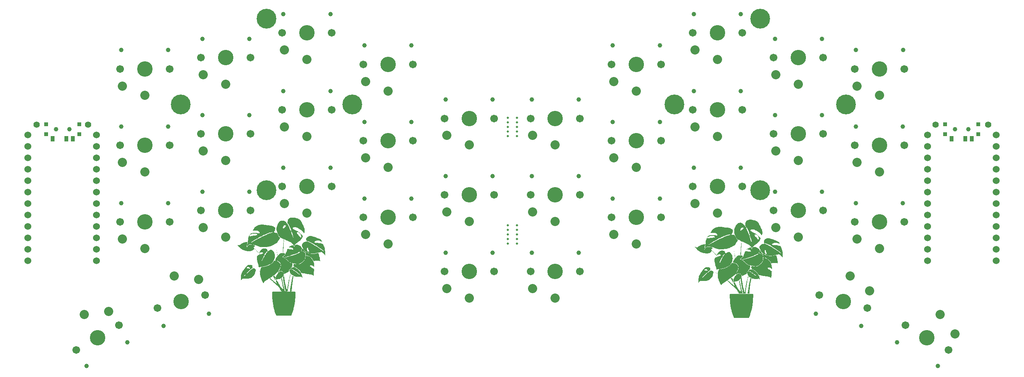
<source format=gbr>
%TF.GenerationSoftware,KiCad,Pcbnew,8.0.8*%
%TF.CreationDate,2025-01-23T20:59:21-05:00*%
%TF.ProjectId,sweepv2.1,73776565-7076-4322-9e31-2e6b69636164,rev?*%
%TF.SameCoordinates,Original*%
%TF.FileFunction,Soldermask,Bot*%
%TF.FilePolarity,Negative*%
%FSLAX46Y46*%
G04 Gerber Fmt 4.6, Leading zero omitted, Abs format (unit mm)*
G04 Created by KiCad (PCBNEW 8.0.8) date 2025-01-23 20:59:21*
%MOMM*%
%LPD*%
G01*
G04 APERTURE LIST*
%ADD10C,0.000000*%
%ADD11C,0.500000*%
%ADD12C,1.524000*%
%ADD13C,2.032000*%
%ADD14C,1.701800*%
%ADD15C,0.990600*%
%ADD16C,3.429000*%
%ADD17C,4.400000*%
%ADD18C,1.397000*%
%ADD19R,0.900000X1.250000*%
%ADD20R,0.900000X0.900000*%
%ADD21C,1.000000*%
G04 APERTURE END LIST*
D10*
%TO.C,G\u002A\u002A\u002A*%
G36*
X77891379Y-78135732D02*
G01*
X77889529Y-78149301D01*
X77874292Y-78152819D01*
X77871224Y-78149062D01*
X77874292Y-78118645D01*
X77882001Y-78114635D01*
X77891379Y-78135732D01*
G37*
G36*
X73679404Y-83039735D02*
G01*
X73683414Y-83047444D01*
X73662317Y-83056822D01*
X73648748Y-83054972D01*
X73645230Y-83039735D01*
X73648987Y-83036667D01*
X73679404Y-83039735D01*
G37*
G36*
X77857129Y-77960948D02*
G01*
X77859802Y-78007578D01*
X77859554Y-78024968D01*
X77855509Y-78060409D01*
X77848080Y-78052432D01*
X77844094Y-78027730D01*
X77848080Y-77962725D01*
X77850476Y-77955453D01*
X77857129Y-77960948D01*
G37*
G36*
X77835121Y-77840979D02*
G01*
X77835156Y-77847049D01*
X77831719Y-77887173D01*
X77823305Y-77886321D01*
X77818603Y-77865260D01*
X77822356Y-77809429D01*
X77823624Y-77805022D01*
X77831425Y-77801227D01*
X77835121Y-77840979D01*
G37*
G36*
X74133463Y-79375887D02*
G01*
X74179528Y-79410580D01*
X74225094Y-79456917D01*
X74256660Y-79500760D01*
X74260725Y-79527973D01*
X74234534Y-79543666D01*
X74183058Y-79531273D01*
X74125415Y-79470978D01*
X74112066Y-79451973D01*
X74079440Y-79398309D01*
X74077982Y-79372605D01*
X74106059Y-79366004D01*
X74133463Y-79375887D01*
G37*
G36*
X73773965Y-83093806D02*
G01*
X73831714Y-83118321D01*
X73911958Y-83156393D01*
X74003281Y-83202166D01*
X74094263Y-83249786D01*
X74173488Y-83293396D01*
X74229538Y-83327142D01*
X74250994Y-83345167D01*
X74251041Y-83347992D01*
X74243901Y-83361514D01*
X74217685Y-83356625D01*
X74164327Y-83330303D01*
X74075761Y-83279525D01*
X74006078Y-83239238D01*
X73911309Y-83186181D01*
X73836336Y-83146088D01*
X73812355Y-83133383D01*
X73764916Y-83104301D01*
X73750339Y-83088410D01*
X73773965Y-83093806D01*
G37*
G36*
X77434970Y-84272924D02*
G01*
X77472274Y-84320466D01*
X77522791Y-84396880D01*
X77580008Y-84492771D01*
X77711790Y-84724079D01*
X77708112Y-85018200D01*
X77705547Y-85127229D01*
X77700771Y-85223305D01*
X77694579Y-85288379D01*
X77687675Y-85312321D01*
X77679164Y-85306360D01*
X77650951Y-85267144D01*
X77615081Y-85203391D01*
X77581990Y-85140075D01*
X77528462Y-85040080D01*
X77474156Y-84940676D01*
X77420308Y-84843255D01*
X77353291Y-84721847D01*
X77290901Y-84608680D01*
X77192735Y-84430467D01*
X77292158Y-84346347D01*
X77328488Y-84317086D01*
X77385326Y-84277519D01*
X77419904Y-84261845D01*
X77434970Y-84272924D01*
G37*
G36*
X73078579Y-78285190D02*
G01*
X73142432Y-78342157D01*
X73212534Y-78407458D01*
X73405819Y-78590975D01*
X73573832Y-78755889D01*
X73714292Y-78899750D01*
X73824918Y-79020104D01*
X73903428Y-79114500D01*
X73947542Y-79180485D01*
X73954977Y-79215607D01*
X73948090Y-79222304D01*
X73914605Y-79212560D01*
X73859243Y-79158729D01*
X73825115Y-79119858D01*
X73752997Y-79037687D01*
X73681252Y-78955913D01*
X73668973Y-78942087D01*
X73605331Y-78872740D01*
X73518327Y-78780193D01*
X73417811Y-78674861D01*
X73313631Y-78567161D01*
X73299257Y-78552379D01*
X73202512Y-78451009D01*
X73126576Y-78368199D01*
X73073832Y-78307079D01*
X73046662Y-78270783D01*
X73047450Y-78262442D01*
X73078579Y-78285190D01*
G37*
G36*
X77901596Y-78250064D02*
G01*
X77915349Y-78298895D01*
X77936167Y-78394114D01*
X77964272Y-78536784D01*
X77999885Y-78727968D01*
X78043230Y-78968729D01*
X78059915Y-79062176D01*
X78089004Y-79223518D01*
X78116698Y-79375345D01*
X78140499Y-79504000D01*
X78157910Y-79595826D01*
X78161159Y-79612874D01*
X78176299Y-79704711D01*
X78183931Y-79774297D01*
X78182441Y-79807697D01*
X78178861Y-79812723D01*
X78153736Y-79818553D01*
X78131584Y-79787723D01*
X78122055Y-79732286D01*
X78121992Y-79728068D01*
X78116299Y-79666315D01*
X78103183Y-79574582D01*
X78085214Y-79471084D01*
X78074578Y-79412907D01*
X78052099Y-79282176D01*
X78028153Y-79135283D01*
X78006400Y-78994359D01*
X77994849Y-78918144D01*
X77971419Y-78769412D01*
X77947877Y-78626133D01*
X77927903Y-78510953D01*
X77924412Y-78491383D01*
X77908059Y-78389869D01*
X77897150Y-78305416D01*
X77893890Y-78254646D01*
X77894684Y-78246558D01*
X77901596Y-78250064D01*
G37*
G36*
X79600915Y-76282727D02*
G01*
X79605138Y-76343403D01*
X79598616Y-76450515D01*
X79597755Y-76460206D01*
X79587310Y-76591512D01*
X79575299Y-76763318D01*
X79562129Y-76967986D01*
X79548204Y-77197878D01*
X79533931Y-77445356D01*
X79519714Y-77702783D01*
X79505959Y-77962520D01*
X79493070Y-78216930D01*
X79481454Y-78458373D01*
X79471515Y-78679214D01*
X79463659Y-78871813D01*
X79458291Y-79028533D01*
X79455816Y-79141736D01*
X79453312Y-79188823D01*
X79438764Y-79227794D01*
X79405101Y-79237851D01*
X79375892Y-79234558D01*
X79342901Y-79217704D01*
X79340038Y-79198612D01*
X79339262Y-79132550D01*
X79341876Y-79026257D01*
X79347506Y-78886056D01*
X79355779Y-78718273D01*
X79366321Y-78529232D01*
X79378755Y-78325257D01*
X79392710Y-78112673D01*
X79407809Y-77897804D01*
X79423679Y-77686975D01*
X79439946Y-77486511D01*
X79456235Y-77302735D01*
X79465871Y-77196787D01*
X79479709Y-77038889D01*
X79494046Y-76870301D01*
X79506972Y-76713229D01*
X79510739Y-76666794D01*
X79523764Y-76515719D01*
X79535045Y-76407294D01*
X79545786Y-76334750D01*
X79557193Y-76291316D01*
X79570471Y-76270220D01*
X79586826Y-76264692D01*
X79600915Y-76282727D01*
G37*
G36*
X81621865Y-84345515D02*
G01*
X81681936Y-84387428D01*
X81743230Y-84433752D01*
X81662636Y-84879444D01*
X81661659Y-84884851D01*
X81604085Y-85217652D01*
X81551570Y-85552105D01*
X81503074Y-85896477D01*
X81457561Y-86259033D01*
X81413990Y-86648039D01*
X81371324Y-87071761D01*
X81328523Y-87538465D01*
X81323347Y-87590230D01*
X81309085Y-87691351D01*
X81292863Y-87764097D01*
X81276957Y-87797057D01*
X81246453Y-87807434D01*
X81180327Y-87815601D01*
X81100197Y-87817514D01*
X81022325Y-87813540D01*
X80962970Y-87804048D01*
X80938392Y-87789404D01*
X80937783Y-87776993D01*
X80942068Y-87703124D01*
X80956017Y-87579485D01*
X80979572Y-87406505D01*
X81012675Y-87184613D01*
X81055270Y-86914238D01*
X81063995Y-86859876D01*
X81091004Y-86690850D01*
X81117981Y-86521094D01*
X81142210Y-86367721D01*
X81160977Y-86247841D01*
X81168223Y-86201618D01*
X81191777Y-86055487D01*
X81216241Y-85908523D01*
X81237349Y-85786489D01*
X81278954Y-85554246D01*
X81317228Y-85343368D01*
X81348209Y-85176271D01*
X81372566Y-85049411D01*
X81390968Y-84959246D01*
X81404083Y-84902230D01*
X81410755Y-84875333D01*
X81430421Y-84791958D01*
X81455266Y-84683227D01*
X81481490Y-84565666D01*
X81496995Y-84496887D01*
X81522724Y-84400677D01*
X81548171Y-84346883D01*
X81579247Y-84330248D01*
X81621865Y-84345515D01*
G37*
G36*
X79144388Y-83337228D02*
G01*
X79195675Y-83349802D01*
X79201023Y-83354904D01*
X79217527Y-83399656D01*
X79224174Y-83468425D01*
X79224174Y-83569435D01*
X79389871Y-83569435D01*
X79422234Y-83569645D01*
X79499035Y-83574559D01*
X79553175Y-83590947D01*
X79586871Y-83625296D01*
X79602337Y-83684094D01*
X79601788Y-83773827D01*
X79587441Y-83900984D01*
X79561510Y-84072051D01*
X79547794Y-84141216D01*
X79519081Y-84244496D01*
X79487520Y-84324416D01*
X79454034Y-84379488D01*
X79367299Y-84488075D01*
X79252936Y-84605746D01*
X79121781Y-84722463D01*
X78984665Y-84828188D01*
X78852422Y-84912882D01*
X78783944Y-84950486D01*
X78703281Y-84990249D01*
X78625679Y-85020206D01*
X78537679Y-85044577D01*
X78425824Y-85067583D01*
X78276655Y-85093445D01*
X78229971Y-85101397D01*
X78102530Y-85124994D01*
X77995500Y-85147526D01*
X77918967Y-85166761D01*
X77883018Y-85180471D01*
X77877119Y-85186263D01*
X77845296Y-85234450D01*
X77813347Y-85302731D01*
X77801906Y-85331294D01*
X77789300Y-85355530D01*
X77781075Y-85351874D01*
X77775845Y-85314487D01*
X77772224Y-85237529D01*
X77768826Y-85115162D01*
X77768736Y-85111540D01*
X77780414Y-84823069D01*
X77831605Y-84552396D01*
X77924922Y-84292211D01*
X78062979Y-84035204D01*
X78248390Y-83774064D01*
X78361794Y-83640362D01*
X78481121Y-83526881D01*
X78602544Y-83443841D01*
X78737348Y-83382198D01*
X78761490Y-83374228D01*
X78851588Y-83354167D01*
X78956200Y-83340552D01*
X79059182Y-83334525D01*
X79144388Y-83337228D01*
G37*
G36*
X83684314Y-78116333D02*
G01*
X83717214Y-78171342D01*
X83770531Y-78266946D01*
X83793249Y-78304978D01*
X83844039Y-78384330D01*
X83909621Y-78483047D01*
X83981433Y-78588088D01*
X84005462Y-78622325D01*
X84077704Y-78718956D01*
X84150608Y-78803527D01*
X84229071Y-78878521D01*
X84317992Y-78946426D01*
X84422268Y-79009724D01*
X84546796Y-79070903D01*
X84696475Y-79132445D01*
X84876203Y-79196838D01*
X85090878Y-79266565D01*
X85345397Y-79344112D01*
X85644658Y-79431964D01*
X85712365Y-79449120D01*
X85912427Y-79475400D01*
X86142453Y-79472750D01*
X86406428Y-79440974D01*
X86708331Y-79379879D01*
X86786258Y-79361582D01*
X86921938Y-79329930D01*
X87039140Y-79302840D01*
X87127396Y-79282728D01*
X87176236Y-79272005D01*
X87203345Y-79267786D01*
X87238009Y-79274613D01*
X87266534Y-79308531D01*
X87300995Y-79379990D01*
X87322202Y-79435044D01*
X87359564Y-79556001D01*
X87401279Y-79714009D01*
X87445571Y-79900785D01*
X87490664Y-80108050D01*
X87534779Y-80327523D01*
X87576142Y-80550922D01*
X87612974Y-80769967D01*
X87643500Y-80976377D01*
X87662040Y-81112985D01*
X87576053Y-81066084D01*
X87570224Y-81062978D01*
X87525626Y-81044434D01*
X87469305Y-81031825D01*
X87391385Y-81024107D01*
X87281988Y-81020240D01*
X87131237Y-81019183D01*
X86976679Y-81020600D01*
X86798802Y-81024770D01*
X86628037Y-81031032D01*
X86486456Y-81038715D01*
X86200505Y-81058248D01*
X86093295Y-80859301D01*
X86076968Y-80829488D01*
X85898225Y-80555584D01*
X85689618Y-80323225D01*
X85450215Y-80131652D01*
X85179083Y-79980107D01*
X84875288Y-79867828D01*
X84826221Y-79853934D01*
X84723947Y-79827103D01*
X84642070Y-79808443D01*
X84594909Y-79801348D01*
X84547066Y-79793772D01*
X84479638Y-79769138D01*
X84463877Y-79760582D01*
X84433896Y-79733071D01*
X84422261Y-79688240D01*
X84423033Y-79609325D01*
X84421653Y-79491694D01*
X84402309Y-79349149D01*
X84366764Y-79224964D01*
X84318552Y-79135179D01*
X84299719Y-79114655D01*
X84228222Y-79058001D01*
X84145264Y-79011519D01*
X84098186Y-78993303D01*
X84013717Y-78964168D01*
X83907813Y-78929645D01*
X83792153Y-78893333D01*
X83678415Y-78858827D01*
X83578277Y-78829727D01*
X83503419Y-78809628D01*
X83465517Y-78802129D01*
X83451475Y-78785060D01*
X83456623Y-78736585D01*
X83479469Y-78671049D01*
X83516315Y-78602942D01*
X83584232Y-78479004D01*
X83638656Y-78323407D01*
X83658659Y-78177363D01*
X83658707Y-78155317D01*
X83660000Y-78112277D01*
X83666889Y-78097964D01*
X83684314Y-78116333D01*
G37*
G36*
X71483691Y-76856411D02*
G01*
X71501814Y-76871553D01*
X71502344Y-76873118D01*
X71503401Y-76910167D01*
X71493664Y-76982117D01*
X71472439Y-77092601D01*
X71439033Y-77245252D01*
X71392755Y-77443704D01*
X71390235Y-77454344D01*
X71354084Y-77621218D01*
X71328528Y-77767633D01*
X71314438Y-77886379D01*
X71312683Y-77970251D01*
X71324135Y-78012040D01*
X71349933Y-78029262D01*
X71392074Y-78019622D01*
X71435966Y-77962109D01*
X71483203Y-77855149D01*
X71541466Y-77722455D01*
X71616345Y-77613008D01*
X71711855Y-77535158D01*
X71838003Y-77480987D01*
X72004799Y-77442578D01*
X72059015Y-77434287D01*
X72144293Y-77427213D01*
X72239713Y-77428004D01*
X72358727Y-77436973D01*
X72514788Y-77454431D01*
X72681593Y-77475936D01*
X72833923Y-77499366D01*
X72946841Y-77522558D01*
X73026669Y-77547124D01*
X73079731Y-77574676D01*
X73112352Y-77606828D01*
X73139032Y-77651399D01*
X73144493Y-77694293D01*
X73119421Y-77742290D01*
X73060052Y-77810009D01*
X73035956Y-77835037D01*
X72977998Y-77886108D01*
X72929415Y-77907297D01*
X72874174Y-77906969D01*
X72852527Y-77911158D01*
X72843360Y-77943793D01*
X72862024Y-77998326D01*
X72906220Y-78063523D01*
X72916657Y-78076230D01*
X72975643Y-78173406D01*
X72988109Y-78264756D01*
X72955707Y-78360201D01*
X72907545Y-78426651D01*
X72815065Y-78516962D01*
X72695795Y-78610747D01*
X72561240Y-78699838D01*
X72422901Y-78776067D01*
X72292284Y-78831267D01*
X72254235Y-78842143D01*
X72126584Y-78862351D01*
X71965752Y-78871777D01*
X71783812Y-78870969D01*
X71592838Y-78860478D01*
X71404901Y-78840852D01*
X71232076Y-78812641D01*
X71086434Y-78776394D01*
X71023622Y-78756860D01*
X70931348Y-78728319D01*
X70830127Y-78697118D01*
X70678029Y-78642504D01*
X70428807Y-78523937D01*
X70175406Y-78371070D01*
X69929159Y-78190995D01*
X69701397Y-77990803D01*
X69658337Y-77948223D01*
X69553900Y-77837545D01*
X69458919Y-77727079D01*
X69377734Y-77622954D01*
X69314685Y-77531298D01*
X69274111Y-77458242D01*
X69260351Y-77409914D01*
X69277744Y-77392442D01*
X69285347Y-77393419D01*
X69305102Y-77417149D01*
X69320750Y-77445242D01*
X69370579Y-77486542D01*
X69439173Y-77527675D01*
X69510525Y-77559246D01*
X69568632Y-77571857D01*
X69577343Y-77571728D01*
X69622368Y-77566219D01*
X69673863Y-77549885D01*
X69738943Y-77519026D01*
X69824723Y-77469940D01*
X69938316Y-77398927D01*
X70086838Y-77302286D01*
X70247774Y-77198882D01*
X70428243Y-77091988D01*
X70588801Y-77010713D01*
X70740321Y-76950908D01*
X70893677Y-76908426D01*
X71059742Y-76879120D01*
X71249391Y-76858841D01*
X71358861Y-76851052D01*
X71438790Y-76849716D01*
X71483691Y-76856411D01*
G37*
G36*
X83587731Y-84288785D02*
G01*
X83641498Y-84506437D01*
X83668677Y-84697939D01*
X83671356Y-84743587D01*
X83672656Y-84802349D01*
X83669821Y-84825338D01*
X83659289Y-84810037D01*
X83632984Y-84759292D01*
X83597938Y-84685323D01*
X83590137Y-84668043D01*
X83568662Y-84620568D01*
X83547622Y-84583387D01*
X83521283Y-84555686D01*
X83483911Y-84536650D01*
X83429770Y-84525466D01*
X83353127Y-84521319D01*
X83248246Y-84523396D01*
X83109394Y-84530883D01*
X82930835Y-84542965D01*
X82706836Y-84558829D01*
X82594816Y-84563639D01*
X82420975Y-84555658D01*
X82249021Y-84525312D01*
X82064722Y-84469717D01*
X81853844Y-84385988D01*
X81845451Y-84382355D01*
X81584637Y-84255582D01*
X81365167Y-84120375D01*
X81189520Y-83978724D01*
X81060175Y-83832619D01*
X80979611Y-83684051D01*
X80972988Y-83666323D01*
X80937285Y-83572664D01*
X80892648Y-83457573D01*
X80847166Y-83341946D01*
X80844566Y-83335383D01*
X80799349Y-83216772D01*
X80773506Y-83133846D01*
X80765509Y-83076008D01*
X80773833Y-83032662D01*
X80796952Y-82993209D01*
X80799713Y-82989712D01*
X80853222Y-82951083D01*
X80937291Y-82915119D01*
X81033175Y-82888471D01*
X81122125Y-82877796D01*
X81162629Y-82874926D01*
X81201114Y-82857401D01*
X81290242Y-82857401D01*
X81319692Y-82891504D01*
X81384838Y-82929040D01*
X81386087Y-82929595D01*
X81482675Y-82979341D01*
X81612888Y-83056490D01*
X81770320Y-83156626D01*
X81948566Y-83275333D01*
X82141220Y-83408193D01*
X82341876Y-83550792D01*
X82544130Y-83698712D01*
X82741575Y-83847537D01*
X82927807Y-83992852D01*
X82957521Y-84016381D01*
X83091415Y-84118534D01*
X83188263Y-84185874D01*
X83247584Y-84219411D01*
X83268901Y-84220157D01*
X83251732Y-84189123D01*
X83195598Y-84127319D01*
X83100020Y-84035758D01*
X82964519Y-83915449D01*
X82924733Y-83881227D01*
X82641501Y-83644997D01*
X82373248Y-83434238D01*
X82123149Y-83251094D01*
X81894381Y-83097709D01*
X81690119Y-82976226D01*
X81513538Y-82888790D01*
X81367814Y-82837544D01*
X81344607Y-82832728D01*
X81298031Y-82835039D01*
X81290242Y-82857401D01*
X81201114Y-82857401D01*
X81214995Y-82851080D01*
X81225478Y-82800357D01*
X81195611Y-82719457D01*
X81144998Y-82620247D01*
X81206114Y-82559130D01*
X81230206Y-82538008D01*
X81280887Y-82510942D01*
X81354424Y-82492888D01*
X81465019Y-82479479D01*
X81579479Y-82472218D01*
X81728460Y-82469213D01*
X81862455Y-82472502D01*
X81928872Y-82477298D01*
X82031262Y-82492450D01*
X82118134Y-82520706D01*
X82213017Y-82568510D01*
X82367863Y-82663229D01*
X82564628Y-82803459D01*
X82758314Y-82961014D01*
X82937992Y-83126335D01*
X83092730Y-83289861D01*
X83211600Y-83442029D01*
X83318272Y-83620080D01*
X83420981Y-83831492D01*
X83512513Y-84059099D01*
X83565257Y-84220157D01*
X83587731Y-84288785D01*
G37*
G36*
X77869854Y-81009554D02*
G01*
X78009905Y-81033027D01*
X78144404Y-81073472D01*
X78288654Y-81133521D01*
X78469270Y-81238440D01*
X78635689Y-81389497D01*
X78764689Y-81574832D01*
X78778363Y-81600205D01*
X78813317Y-81670036D01*
X78835102Y-81730330D01*
X78846811Y-81796283D01*
X78851531Y-81883095D01*
X78852356Y-82005964D01*
X78851962Y-82060887D01*
X78845685Y-82203322D01*
X78830504Y-82312906D01*
X78804791Y-82403239D01*
X78786937Y-82451045D01*
X78674340Y-82728567D01*
X78557163Y-82970428D01*
X78428443Y-83186215D01*
X78281214Y-83385511D01*
X78108511Y-83577905D01*
X77903368Y-83772979D01*
X77658820Y-83980321D01*
X77630025Y-84003511D01*
X77522907Y-84087251D01*
X77395930Y-84183586D01*
X77255183Y-84288182D01*
X77106752Y-84396704D01*
X76956726Y-84504819D01*
X76811191Y-84608191D01*
X76676236Y-84702487D01*
X76557947Y-84783374D01*
X76462413Y-84846516D01*
X76395720Y-84887579D01*
X76363956Y-84902230D01*
X76360853Y-84903266D01*
X76325844Y-84922754D01*
X76261971Y-84961839D01*
X76180224Y-85013845D01*
X76102949Y-85063438D01*
X75985937Y-85137884D01*
X75856050Y-85220014D01*
X75729815Y-85299354D01*
X75644649Y-85353084D01*
X75473213Y-85465158D01*
X75340538Y-85559623D01*
X75242057Y-85641019D01*
X75173202Y-85713888D01*
X75129404Y-85782771D01*
X75106096Y-85852210D01*
X75098709Y-85926745D01*
X75098498Y-85942703D01*
X75095168Y-85990978D01*
X75081484Y-85996205D01*
X75048569Y-85965191D01*
X75018813Y-85928362D01*
X74960484Y-85834911D01*
X74891518Y-85705100D01*
X74815338Y-85546457D01*
X74735367Y-85366506D01*
X74655026Y-85172776D01*
X74577739Y-84972790D01*
X74506926Y-84774077D01*
X74483332Y-84705918D01*
X74448413Y-84609858D01*
X74420495Y-84538857D01*
X74404089Y-84504731D01*
X74403409Y-84503793D01*
X74387126Y-84464811D01*
X74364462Y-84391769D01*
X74340103Y-84299686D01*
X74333964Y-84273109D01*
X74305162Y-84079448D01*
X74293719Y-83853268D01*
X74298987Y-83607912D01*
X74320318Y-83356724D01*
X74357062Y-83113046D01*
X74408573Y-82890222D01*
X74442509Y-82772865D01*
X74480565Y-82647817D01*
X74514265Y-82543746D01*
X74540523Y-82470134D01*
X74556253Y-82436462D01*
X74558301Y-82434840D01*
X74596860Y-82421999D01*
X74670209Y-82406313D01*
X74764534Y-82390811D01*
X74861513Y-82376691D01*
X75071322Y-82344217D01*
X75245732Y-82313468D01*
X75395865Y-82281978D01*
X75532843Y-82247276D01*
X75667788Y-82206896D01*
X75811821Y-82158368D01*
X75917209Y-82118416D01*
X76056039Y-82060963D01*
X76205069Y-81995551D01*
X76346035Y-81929988D01*
X76433260Y-81887398D01*
X76635176Y-81782294D01*
X76799816Y-81684049D01*
X76935548Y-81586213D01*
X77050738Y-81482334D01*
X77153753Y-81365958D01*
X77252959Y-81230636D01*
X77405718Y-81006368D01*
X77526803Y-81002500D01*
X77708946Y-81000420D01*
X77869854Y-81009554D01*
G37*
G36*
X79847307Y-87875409D02*
G01*
X80233033Y-87875543D01*
X80572427Y-87875846D01*
X80868491Y-87876367D01*
X81124223Y-87877157D01*
X81342625Y-87878263D01*
X81526696Y-87879737D01*
X81679436Y-87881627D01*
X81803845Y-87883984D01*
X81902924Y-87886856D01*
X81979672Y-87890293D01*
X82037089Y-87894346D01*
X82078176Y-87899063D01*
X82105933Y-87904494D01*
X82123359Y-87910688D01*
X82133456Y-87917696D01*
X82133529Y-87917770D01*
X82147583Y-87936660D01*
X82157682Y-87965574D01*
X82164133Y-88011377D01*
X82167247Y-88080935D01*
X82167330Y-88181113D01*
X82164691Y-88318777D01*
X82159639Y-88500794D01*
X82156603Y-88593435D01*
X82146411Y-88836224D01*
X82133088Y-89086349D01*
X82117336Y-89334045D01*
X82099858Y-89569548D01*
X82081359Y-89783094D01*
X82062540Y-89964919D01*
X82044105Y-90105258D01*
X82043495Y-90109206D01*
X82029224Y-90202024D01*
X82009894Y-90328488D01*
X81987963Y-90472477D01*
X81965892Y-90617871D01*
X81944461Y-90757813D01*
X81924469Y-90881876D01*
X81905808Y-90986426D01*
X81885316Y-91087997D01*
X81859830Y-91203125D01*
X81826188Y-91348345D01*
X81770186Y-91577461D01*
X81700997Y-91837483D01*
X81628382Y-92089119D01*
X81554180Y-92327166D01*
X81480232Y-92546423D01*
X81408377Y-92741687D01*
X81340455Y-92907758D01*
X81278307Y-93039432D01*
X81223773Y-93131508D01*
X81178693Y-93178785D01*
X81170453Y-93180843D01*
X81117026Y-93185338D01*
X81020130Y-93189397D01*
X80885218Y-93193008D01*
X80717742Y-93196160D01*
X80523155Y-93198841D01*
X80306909Y-93201039D01*
X80074458Y-93202743D01*
X79831253Y-93203940D01*
X79582748Y-93204621D01*
X79334394Y-93204772D01*
X79091646Y-93204382D01*
X78859955Y-93203441D01*
X78644774Y-93201935D01*
X78451556Y-93199853D01*
X78285753Y-93197185D01*
X78152818Y-93193917D01*
X78058204Y-93190039D01*
X78007363Y-93185539D01*
X77997449Y-93183754D01*
X77952075Y-93172662D01*
X77918362Y-93152793D01*
X77888361Y-93114556D01*
X77854124Y-93048359D01*
X77807702Y-92944611D01*
X77776136Y-92870430D01*
X77697404Y-92669773D01*
X77615088Y-92441388D01*
X77534488Y-92200852D01*
X77460904Y-91963738D01*
X77399639Y-91745621D01*
X77359276Y-91587431D01*
X77233715Y-91024260D01*
X77133806Y-90447806D01*
X77058445Y-89849724D01*
X77006525Y-89221672D01*
X76976941Y-88555306D01*
X76972124Y-88372025D01*
X76968922Y-88221686D01*
X76967977Y-88110137D01*
X76969594Y-88030974D01*
X76974082Y-87977796D01*
X76981744Y-87944201D01*
X76992890Y-87923786D01*
X77007824Y-87910151D01*
X77019394Y-87905272D01*
X77047381Y-87899946D01*
X77093244Y-87895264D01*
X77159766Y-87891186D01*
X77249729Y-87887676D01*
X77365914Y-87884695D01*
X77511104Y-87882206D01*
X77688081Y-87880171D01*
X77899626Y-87878553D01*
X78148523Y-87877313D01*
X78437552Y-87876415D01*
X78769495Y-87875820D01*
X79147136Y-87875490D01*
X79573256Y-87875389D01*
X79847307Y-87875409D01*
G37*
G36*
X72532436Y-82668479D02*
G01*
X72456137Y-82707994D01*
X72280362Y-82821474D01*
X72080219Y-82977475D01*
X71856966Y-83174978D01*
X71611863Y-83412965D01*
X71601071Y-83423866D01*
X71443445Y-83585734D01*
X71281980Y-83755987D01*
X71123386Y-83927212D01*
X70974370Y-84091999D01*
X70841639Y-84242936D01*
X70731903Y-84372611D01*
X70651868Y-84473614D01*
X70622541Y-84513980D01*
X70591150Y-84564495D01*
X70592889Y-84578490D01*
X70626697Y-84556741D01*
X70691513Y-84500026D01*
X70786273Y-84409121D01*
X70909917Y-84284803D01*
X71005904Y-84186962D01*
X71325403Y-83865550D01*
X71613575Y-83582770D01*
X71871294Y-83337799D01*
X72099437Y-83129818D01*
X72298877Y-82958005D01*
X72470491Y-82821540D01*
X72675536Y-82667017D01*
X72846295Y-82680825D01*
X72928664Y-82691618D01*
X73048711Y-82718030D01*
X73148708Y-82751269D01*
X73202677Y-82777457D01*
X73286841Y-82840479D01*
X73336336Y-82921085D01*
X73352713Y-83025537D01*
X73337524Y-83160098D01*
X73292319Y-83331028D01*
X73292173Y-83331494D01*
X73254973Y-83454953D01*
X73217426Y-83586448D01*
X73187638Y-83697589D01*
X73158655Y-83799101D01*
X73096519Y-83957532D01*
X73012980Y-84105685D01*
X72902053Y-84252108D01*
X72757754Y-84405350D01*
X72574099Y-84573958D01*
X72544825Y-84599315D01*
X72421171Y-84700712D01*
X72305548Y-84782566D01*
X72190557Y-84846911D01*
X72068799Y-84895779D01*
X71932877Y-84931204D01*
X71775392Y-84955218D01*
X71588946Y-84969853D01*
X71366140Y-84977144D01*
X71099577Y-84979122D01*
X70957676Y-84979256D01*
X70793115Y-84980154D01*
X70667792Y-84982338D01*
X70574631Y-84986311D01*
X70506551Y-84992577D01*
X70456473Y-85001640D01*
X70417320Y-85014002D01*
X70382012Y-85030169D01*
X70312611Y-85071116D01*
X70202425Y-85163314D01*
X70121914Y-85268287D01*
X70081311Y-85374324D01*
X70063750Y-85478921D01*
X70044733Y-85376398D01*
X70041161Y-85353371D01*
X70032657Y-85254688D01*
X70027422Y-85120854D01*
X70025409Y-84963867D01*
X70026572Y-84795727D01*
X70030867Y-84628433D01*
X70038247Y-84473982D01*
X70048667Y-84344375D01*
X70055565Y-84289125D01*
X70107165Y-84047602D01*
X70190853Y-83800717D01*
X70299833Y-83569435D01*
X70308291Y-83554509D01*
X70355517Y-83476697D01*
X70425604Y-83366269D01*
X70513639Y-83230690D01*
X70614711Y-83077423D01*
X70723906Y-82913930D01*
X70836313Y-82747675D01*
X70947020Y-82586121D01*
X70970564Y-82553314D01*
X71309934Y-82553314D01*
X71328830Y-82597445D01*
X71395436Y-82633565D01*
X71511425Y-82663375D01*
X71591362Y-82679752D01*
X71691259Y-82702574D01*
X71765478Y-82722168D01*
X71875755Y-82743638D01*
X71965437Y-82738129D01*
X72025603Y-82707650D01*
X72047585Y-82654284D01*
X72046603Y-82643373D01*
X72019494Y-82580483D01*
X71965055Y-82508878D01*
X71896531Y-82443807D01*
X71827168Y-82400520D01*
X71706035Y-82370160D01*
X71569902Y-82375216D01*
X71443835Y-82416917D01*
X71343298Y-82492331D01*
X71337077Y-82499470D01*
X71309934Y-82553314D01*
X70970564Y-82553314D01*
X71009200Y-82499477D01*
X71149633Y-82325806D01*
X71291403Y-82178063D01*
X71427366Y-82063325D01*
X71550375Y-81988667D01*
X71609650Y-81962932D01*
X71662990Y-81945422D01*
X71721395Y-81935121D01*
X71796404Y-81930768D01*
X71899554Y-81931101D01*
X72042382Y-81934857D01*
X72103444Y-81936914D01*
X72274386Y-81946907D01*
X72402443Y-81965159D01*
X72493999Y-81996059D01*
X72555437Y-82043994D01*
X72593143Y-82113355D01*
X72613499Y-82208528D01*
X72622890Y-82333902D01*
X72623613Y-82349910D01*
X72629901Y-82448174D01*
X72637899Y-82526742D01*
X72646059Y-82569839D01*
X72645713Y-82590409D01*
X72611560Y-82625464D01*
X72558547Y-82654284D01*
X72532436Y-82668479D01*
G37*
G36*
X84530890Y-79847747D02*
G01*
X84621312Y-79863678D01*
X84642238Y-79868183D01*
X84971902Y-79963180D01*
X85266810Y-80095663D01*
X85526459Y-80264991D01*
X85750344Y-80470523D01*
X85937960Y-80711617D01*
X86088804Y-80987631D01*
X86202371Y-81297923D01*
X86278157Y-81641853D01*
X86315657Y-82018779D01*
X86331069Y-82351978D01*
X86257183Y-82278778D01*
X86161479Y-82203750D01*
X86023853Y-82127780D01*
X85868665Y-82064798D01*
X85713497Y-82021846D01*
X85575930Y-82005964D01*
X85511106Y-82014207D01*
X85439375Y-82046926D01*
X85396197Y-82096142D01*
X85392912Y-82152759D01*
X85413362Y-82198037D01*
X85449855Y-82244650D01*
X85510197Y-82294569D01*
X85605101Y-82358164D01*
X85609981Y-82361301D01*
X85687955Y-82414630D01*
X85791863Y-82489719D01*
X85908729Y-82577035D01*
X86025578Y-82667047D01*
X86303976Y-82885239D01*
X86288135Y-83028699D01*
X86283480Y-83075988D01*
X86275393Y-83169106D01*
X86265494Y-83290825D01*
X86254438Y-83432290D01*
X86242877Y-83584646D01*
X86231463Y-83739035D01*
X86220851Y-83886604D01*
X86211691Y-84018495D01*
X86204638Y-84125854D01*
X86200344Y-84199824D01*
X86199461Y-84231550D01*
X86200213Y-84246108D01*
X86198753Y-84294332D01*
X86195038Y-84309738D01*
X86176167Y-84314107D01*
X86134234Y-84291876D01*
X86061157Y-84239845D01*
X85995892Y-84194413D01*
X85926252Y-84154376D01*
X85848218Y-84119755D01*
X85755703Y-84089031D01*
X85642622Y-84060684D01*
X85502889Y-84033194D01*
X85330419Y-84005042D01*
X85119125Y-83974709D01*
X84862923Y-83940675D01*
X84737471Y-83923361D01*
X84598385Y-83902011D01*
X84476534Y-83881169D01*
X84388755Y-83863571D01*
X84349105Y-83854613D01*
X84172654Y-83818437D01*
X83980306Y-83783678D01*
X83793913Y-83754107D01*
X83635325Y-83733496D01*
X83615329Y-83731326D01*
X83545191Y-83721955D01*
X83492529Y-83706860D01*
X83448180Y-83678643D01*
X83402979Y-83629907D01*
X83347765Y-83553252D01*
X83273373Y-83441282D01*
X83229666Y-83377763D01*
X83047362Y-83154028D01*
X82829599Y-82938965D01*
X82588317Y-82744712D01*
X82550739Y-82717944D01*
X82406329Y-82621384D01*
X82268432Y-82538370D01*
X82145487Y-82473447D01*
X82045930Y-82431160D01*
X81978200Y-82416055D01*
X81940109Y-82409112D01*
X81882123Y-82359474D01*
X81841622Y-82262955D01*
X81819171Y-82120605D01*
X81809965Y-82037499D01*
X81797431Y-81970756D01*
X81784803Y-81940380D01*
X81761199Y-81944627D01*
X81725354Y-81989853D01*
X81685100Y-82072398D01*
X81644382Y-82185379D01*
X81627202Y-82237041D01*
X81592136Y-82324399D01*
X81562077Y-82375250D01*
X81540529Y-82382931D01*
X81540293Y-82379305D01*
X81550384Y-82340928D01*
X81573448Y-82270878D01*
X81605128Y-82181269D01*
X81641069Y-82084219D01*
X81676915Y-81991842D01*
X81708309Y-81916257D01*
X81708608Y-81915575D01*
X81733702Y-81854835D01*
X81762361Y-81781146D01*
X81765425Y-81773184D01*
X81792081Y-81715355D01*
X81813754Y-81685035D01*
X81829891Y-81683708D01*
X81888450Y-81689761D01*
X81977698Y-81704044D01*
X82085947Y-81724848D01*
X82176297Y-81742640D01*
X82435106Y-81781636D01*
X82659639Y-81794260D01*
X82857467Y-81780142D01*
X83036164Y-81738911D01*
X83203299Y-81670198D01*
X83225326Y-81658524D01*
X83328776Y-81594555D01*
X83455624Y-81505700D01*
X83595078Y-81400309D01*
X83736345Y-81286732D01*
X83868631Y-81173320D01*
X83981143Y-81068422D01*
X84092762Y-80949411D01*
X84184047Y-80826809D01*
X84258836Y-80691372D01*
X84267527Y-80673192D01*
X84306332Y-80586230D01*
X84333274Y-80508671D01*
X84351904Y-80425363D01*
X84365769Y-80321153D01*
X84378421Y-80180887D01*
X84378926Y-80174693D01*
X84390332Y-80052915D01*
X84402579Y-79950489D01*
X84414231Y-79878014D01*
X84423850Y-79846086D01*
X84424624Y-79845434D01*
X84460516Y-79841238D01*
X84530890Y-79847747D01*
G37*
G36*
X79350027Y-79304556D02*
G01*
X79523305Y-79318005D01*
X79656612Y-79344922D01*
X79756246Y-79386797D01*
X79828504Y-79445117D01*
X79856028Y-79479939D01*
X79859876Y-79514554D01*
X79833470Y-79565941D01*
X79731036Y-79709465D01*
X79594391Y-79854382D01*
X79449672Y-79968325D01*
X79382648Y-80012532D01*
X79305915Y-80068939D01*
X79266172Y-80110448D01*
X79258415Y-80143001D01*
X79277637Y-80172540D01*
X79283556Y-80177318D01*
X79333849Y-80204304D01*
X79415155Y-80238525D01*
X79512994Y-80273755D01*
X79523536Y-80277302D01*
X79635576Y-80319458D01*
X79741822Y-80366248D01*
X79820562Y-80408184D01*
X79832912Y-80416652D01*
X79893076Y-80465339D01*
X79979676Y-80542156D01*
X80085625Y-80640561D01*
X80203838Y-80754011D01*
X80327228Y-80875965D01*
X80486605Y-81032582D01*
X80644366Y-81177749D01*
X80783674Y-81292204D01*
X80911772Y-81380897D01*
X81035901Y-81448780D01*
X81163302Y-81500803D01*
X81301216Y-81541919D01*
X81492489Y-81590940D01*
X81484609Y-81753598D01*
X81476914Y-81844165D01*
X81449499Y-82017099D01*
X81408823Y-82191165D01*
X81360426Y-82340189D01*
X81323504Y-82404801D01*
X81251091Y-82458680D01*
X81190148Y-82494936D01*
X81133335Y-82553920D01*
X81113464Y-82587659D01*
X81102890Y-82637528D01*
X81121887Y-82700511D01*
X81136541Y-82740492D01*
X81138064Y-82777250D01*
X81112751Y-82803592D01*
X81052809Y-82826432D01*
X80950449Y-82852687D01*
X80883025Y-82873995D01*
X80782694Y-82934380D01*
X80722798Y-83015423D01*
X80706929Y-83110977D01*
X80738681Y-83214898D01*
X80750645Y-83248881D01*
X80739284Y-83288886D01*
X80693827Y-83343613D01*
X80674117Y-83363334D01*
X80567665Y-83451975D01*
X80427466Y-83549330D01*
X80265183Y-83648568D01*
X80092473Y-83742857D01*
X79920998Y-83825368D01*
X79762418Y-83889268D01*
X79672711Y-83920927D01*
X79659895Y-83761843D01*
X79653106Y-83694670D01*
X79632912Y-83603857D01*
X79595960Y-83550212D01*
X79534028Y-83524673D01*
X79438896Y-83518174D01*
X79366724Y-83517071D01*
X79321710Y-83509301D01*
X79303950Y-83488345D01*
X79300673Y-83447689D01*
X79293164Y-83379665D01*
X79258750Y-83326033D01*
X79185206Y-83287113D01*
X79167111Y-83281346D01*
X79068498Y-83270635D01*
X78942481Y-83279044D01*
X78804162Y-83304039D01*
X78668643Y-83343081D01*
X78551024Y-83393634D01*
X78520627Y-83413570D01*
X78457873Y-83462783D01*
X78387810Y-83524014D01*
X78359105Y-83550023D01*
X78306278Y-83592235D01*
X78276353Y-83602669D01*
X78260720Y-83585491D01*
X78266073Y-83546018D01*
X78304127Y-83472274D01*
X78373365Y-83371078D01*
X78390279Y-83348043D01*
X78585521Y-83043538D01*
X78743888Y-82715338D01*
X78870196Y-82353578D01*
X78874843Y-82337240D01*
X78911923Y-82132943D01*
X78914695Y-81925121D01*
X78884063Y-81728406D01*
X78820932Y-81557427D01*
X78736954Y-81424773D01*
X78600573Y-81270839D01*
X78440186Y-81139717D01*
X78415760Y-81124579D01*
X78321043Y-81078911D01*
X78201977Y-81033365D01*
X78076099Y-80993672D01*
X77960943Y-80965560D01*
X77874044Y-80954756D01*
X77873953Y-80954756D01*
X77755067Y-80946090D01*
X77684190Y-80920991D01*
X77660703Y-80879237D01*
X77660869Y-80874650D01*
X77672296Y-80816236D01*
X77697957Y-80728257D01*
X77732610Y-80626269D01*
X77771010Y-80525829D01*
X77807914Y-80442493D01*
X77813896Y-80430857D01*
X77858208Y-80354863D01*
X77921791Y-80255102D01*
X77995144Y-80145803D01*
X78068762Y-80041195D01*
X78133142Y-79955510D01*
X78173858Y-79907152D01*
X78263448Y-79811501D01*
X78370426Y-79706230D01*
X78484400Y-79600832D01*
X78594979Y-79504802D01*
X78691770Y-79427633D01*
X78764383Y-79378820D01*
X78816010Y-79351216D01*
X78868986Y-79327997D01*
X78923980Y-79313547D01*
X78993303Y-79305818D01*
X79089264Y-79302763D01*
X79224174Y-79302334D01*
X79350027Y-79304556D01*
G37*
G36*
X75293684Y-78256286D02*
G01*
X75377680Y-78258062D01*
X75537571Y-78269536D01*
X75658186Y-78295413D01*
X75747525Y-78340742D01*
X75813586Y-78410571D01*
X75864367Y-78509949D01*
X75907867Y-78643924D01*
X75951767Y-78801824D01*
X75823757Y-78924559D01*
X75755269Y-78995418D01*
X75645486Y-79123713D01*
X75529845Y-79272605D01*
X75419280Y-79427841D01*
X75324725Y-79575164D01*
X75296982Y-79623692D01*
X75244581Y-79721064D01*
X75179720Y-79846031D01*
X75105643Y-79991931D01*
X75025594Y-80152098D01*
X74942815Y-80319871D01*
X74860551Y-80488586D01*
X74782044Y-80651579D01*
X74710538Y-80802187D01*
X74649276Y-80933747D01*
X74601502Y-81039595D01*
X74570459Y-81113067D01*
X74559391Y-81147502D01*
X74551697Y-81171725D01*
X74527563Y-81230628D01*
X74492706Y-81309170D01*
X74462120Y-81378102D01*
X74417106Y-81485577D01*
X74374106Y-81594065D01*
X74337709Y-81691555D01*
X74312505Y-81766032D01*
X74303084Y-81805483D01*
X74303988Y-81816303D01*
X74318768Y-81821415D01*
X74350031Y-81783024D01*
X74395659Y-81704190D01*
X74453535Y-81587974D01*
X74550022Y-81385330D01*
X74660947Y-81155609D01*
X74769772Y-80933412D01*
X74872615Y-80726541D01*
X74965595Y-80542797D01*
X75044829Y-80389981D01*
X75106436Y-80275893D01*
X75141672Y-80212733D01*
X75198808Y-80109793D01*
X75246258Y-80023677D01*
X75276321Y-79968325D01*
X75291557Y-79940895D01*
X75332869Y-79869119D01*
X75391502Y-79768829D01*
X75462027Y-79649296D01*
X75539016Y-79519788D01*
X75625173Y-79377662D01*
X75747696Y-79185657D01*
X75850805Y-79038452D01*
X75935444Y-78934823D01*
X76002559Y-78873545D01*
X76053095Y-78853391D01*
X76091815Y-78844332D01*
X76163088Y-78812062D01*
X76242775Y-78764467D01*
X76284662Y-78736426D01*
X76401098Y-78661732D01*
X76491036Y-78611830D01*
X76565528Y-78581992D01*
X76635622Y-78567491D01*
X76712368Y-78563603D01*
X76736261Y-78564043D01*
X76902066Y-78595234D01*
X77055858Y-78673746D01*
X77195601Y-78796931D01*
X77319260Y-78962141D01*
X77424799Y-79166730D01*
X77510183Y-79408049D01*
X77573376Y-79683451D01*
X77576384Y-79700997D01*
X77601053Y-80001527D01*
X77574910Y-80302344D01*
X77497851Y-80603859D01*
X77369773Y-80906484D01*
X77190574Y-81210630D01*
X77187424Y-81215316D01*
X77102600Y-81335442D01*
X77024692Y-81428572D01*
X76940464Y-81507099D01*
X76836683Y-81583418D01*
X76700114Y-81669921D01*
X76508808Y-81781561D01*
X76165555Y-81956050D01*
X75820646Y-82095675D01*
X75462674Y-82204203D01*
X75080233Y-82285403D01*
X74661914Y-82343040D01*
X74623714Y-82347298D01*
X74488475Y-82364447D01*
X74356556Y-82383817D01*
X74251823Y-82401976D01*
X74164112Y-82419331D01*
X74081413Y-82432893D01*
X74032102Y-82431177D01*
X74006268Y-82410178D01*
X73993995Y-82365891D01*
X73985371Y-82294309D01*
X73984146Y-82284738D01*
X73968428Y-82197828D01*
X73941721Y-82078560D01*
X73907437Y-81941397D01*
X73868985Y-81800799D01*
X73841687Y-81704993D01*
X73764033Y-81424225D01*
X73701790Y-81183602D01*
X73653687Y-80976864D01*
X73618455Y-80797756D01*
X73594823Y-80640017D01*
X73581520Y-80497392D01*
X73577278Y-80363622D01*
X73577275Y-80359950D01*
X73580748Y-80192552D01*
X73594099Y-80066400D01*
X73621459Y-79971973D01*
X73666961Y-79899754D01*
X73734737Y-79840223D01*
X73828917Y-79783861D01*
X73861630Y-79767297D01*
X73970876Y-79718362D01*
X74099535Y-79667083D01*
X74226192Y-79622177D01*
X74343209Y-79583500D01*
X74537009Y-79516983D01*
X74688353Y-79460585D01*
X74801846Y-79411994D01*
X74882098Y-79368902D01*
X74933717Y-79328998D01*
X74961308Y-79289971D01*
X74969482Y-79249512D01*
X74969449Y-79246888D01*
X74944502Y-79181617D01*
X74879175Y-79132236D01*
X74782375Y-79101609D01*
X74663005Y-79092602D01*
X74529972Y-79108082D01*
X74512863Y-79112039D01*
X74416366Y-79141826D01*
X74300870Y-79185897D01*
X74187746Y-79236251D01*
X74143171Y-79257292D01*
X74059341Y-79293307D01*
X73999745Y-79313929D01*
X73975086Y-79315184D01*
X73975217Y-79310732D01*
X73993422Y-79272563D01*
X74034111Y-79208016D01*
X74090424Y-79128211D01*
X74164247Y-79027722D01*
X74251291Y-78908333D01*
X74327426Y-78803063D01*
X74388846Y-78723102D01*
X74506896Y-78590582D01*
X74633358Y-78469864D01*
X74756629Y-78371659D01*
X74865104Y-78306683D01*
X74919050Y-78284571D01*
X74979361Y-78268592D01*
X75053628Y-78259525D01*
X75154264Y-78255910D01*
X75293684Y-78256286D01*
G37*
G36*
X83658281Y-78914834D02*
G01*
X83842512Y-78968105D01*
X84005893Y-79021100D01*
X84132859Y-79074603D01*
X84227371Y-79134931D01*
X84293387Y-79208401D01*
X84334865Y-79301329D01*
X84355763Y-79420032D01*
X84360042Y-79570826D01*
X84351659Y-79760029D01*
X84334572Y-79993956D01*
X84332754Y-80017199D01*
X84318293Y-80190584D01*
X84304915Y-80322819D01*
X84291162Y-80422896D01*
X84275577Y-80499809D01*
X84256702Y-80562552D01*
X84233080Y-80620117D01*
X84232815Y-80620695D01*
X84171200Y-80739705D01*
X84096262Y-80851816D01*
X84001845Y-80963634D01*
X83881793Y-81081762D01*
X83729947Y-81212804D01*
X83540152Y-81363363D01*
X83364499Y-81491514D01*
X83180232Y-81605713D01*
X83015733Y-81682677D01*
X82865975Y-81725105D01*
X82858974Y-81726330D01*
X82695901Y-81738126D01*
X82489499Y-81725938D01*
X82241552Y-81689952D01*
X81953841Y-81630353D01*
X81904206Y-81618849D01*
X81753664Y-81584288D01*
X81610401Y-81551842D01*
X81488625Y-81524710D01*
X81402544Y-81506098D01*
X81352518Y-81495185D01*
X81232038Y-81463621D01*
X81122254Y-81424434D01*
X81016700Y-81373306D01*
X80908909Y-81305920D01*
X80792411Y-81217959D01*
X80660741Y-81105104D01*
X80507431Y-80963039D01*
X80326012Y-80787446D01*
X80186228Y-80651313D01*
X80066198Y-80537970D01*
X79967151Y-80450710D01*
X79881438Y-80384117D01*
X79801409Y-80332776D01*
X79719414Y-80291273D01*
X79627803Y-80254191D01*
X79518927Y-80216116D01*
X79507875Y-80211817D01*
X79839310Y-80211817D01*
X79848632Y-80224749D01*
X79895323Y-80233839D01*
X79969329Y-80229118D01*
X80057171Y-80210657D01*
X80118273Y-80194763D01*
X80211198Y-80172136D01*
X80313478Y-80148309D01*
X80317690Y-80147350D01*
X80380697Y-80132795D01*
X80440891Y-80118222D01*
X80505705Y-80101592D01*
X80582575Y-80080862D01*
X80678934Y-80053994D01*
X80802217Y-80018947D01*
X80959858Y-79973680D01*
X81159290Y-79916152D01*
X81210429Y-79901320D01*
X81645130Y-79769273D01*
X82030173Y-79640756D01*
X82366852Y-79515223D01*
X82656462Y-79392128D01*
X82900296Y-79270927D01*
X83099649Y-79151073D01*
X83255813Y-79032021D01*
X83294284Y-78996817D01*
X83356279Y-78929716D01*
X83377730Y-78888674D01*
X83360192Y-78876696D01*
X83305218Y-78896782D01*
X83214362Y-78951936D01*
X83208797Y-78955678D01*
X83104312Y-79016684D01*
X82957261Y-79090233D01*
X82773677Y-79174038D01*
X82559593Y-79265813D01*
X82321040Y-79363271D01*
X82064052Y-79464128D01*
X81794661Y-79566095D01*
X81518901Y-79666888D01*
X81242803Y-79764219D01*
X80972401Y-79855803D01*
X80713726Y-79939353D01*
X80472813Y-80012583D01*
X80255693Y-80073207D01*
X80209721Y-80086021D01*
X80109629Y-80117530D01*
X80028294Y-80147444D01*
X80015046Y-80152788D01*
X79942229Y-80176538D01*
X79887441Y-80186186D01*
X79860633Y-80190559D01*
X79839310Y-80211817D01*
X79507875Y-80211817D01*
X79445966Y-80187736D01*
X79384306Y-80155169D01*
X79357859Y-80129242D01*
X79359381Y-80118040D01*
X79389863Y-80080226D01*
X79447567Y-80039568D01*
X79464327Y-80029957D01*
X79602778Y-79933459D01*
X79728212Y-79811504D01*
X79844075Y-79658967D01*
X79953810Y-79470720D01*
X80060864Y-79241638D01*
X80168681Y-78966594D01*
X80168741Y-78966430D01*
X80215837Y-78838323D01*
X80268144Y-78697525D01*
X80314351Y-78574488D01*
X80385994Y-78385292D01*
X80631673Y-78402349D01*
X80668861Y-78405154D01*
X80821461Y-78419678D01*
X80986300Y-78438941D01*
X81133659Y-78459556D01*
X81214331Y-78472105D01*
X81361378Y-78494068D01*
X81468596Y-78508048D01*
X81543372Y-78514539D01*
X81593089Y-78514040D01*
X81625132Y-78507045D01*
X81646886Y-78494053D01*
X81680242Y-78449465D01*
X81681393Y-78383315D01*
X81641044Y-78309687D01*
X81563432Y-78232611D01*
X81452792Y-78156115D01*
X81313362Y-78084226D01*
X81149377Y-78020975D01*
X81116680Y-78011085D01*
X80989441Y-77989766D01*
X80846354Y-77994141D01*
X80673224Y-78024309D01*
X80597250Y-78041284D01*
X80686040Y-77963364D01*
X80800576Y-77878643D01*
X80956642Y-77788361D01*
X81138706Y-77701740D01*
X81334339Y-77625263D01*
X81337534Y-77624147D01*
X81469900Y-77579620D01*
X81564074Y-77554655D01*
X81629480Y-77550309D01*
X81675546Y-77567638D01*
X81711697Y-77607697D01*
X81747358Y-77671543D01*
X81810313Y-77781363D01*
X81867120Y-77847352D01*
X81914492Y-77862967D01*
X81952442Y-77828213D01*
X81980982Y-77743093D01*
X81989643Y-77711272D01*
X82020342Y-77627452D01*
X82059953Y-77539819D01*
X82121304Y-77418073D01*
X82313489Y-77418073D01*
X82421210Y-77423137D01*
X82553380Y-77439041D01*
X82665479Y-77462014D01*
X82717169Y-77477753D01*
X82866851Y-77537983D01*
X83020039Y-77618099D01*
X83169481Y-77712424D01*
X83307924Y-77815282D01*
X83428115Y-77920998D01*
X83522801Y-78023895D01*
X83584729Y-78118298D01*
X83606646Y-78198531D01*
X83598442Y-78258326D01*
X83567518Y-78359909D01*
X83520514Y-78469799D01*
X83464812Y-78568727D01*
X83449473Y-78593685D01*
X83411997Y-78672753D01*
X83394460Y-78739194D01*
X83395334Y-78772009D01*
X83413137Y-78811437D01*
X83457648Y-78844890D01*
X83536738Y-78877608D01*
X83572869Y-78888674D01*
X83658281Y-78914834D01*
G37*
G36*
X88495530Y-78935975D02*
G01*
X88545825Y-78960329D01*
X88561662Y-78954390D01*
X88543468Y-78921736D01*
X88491673Y-78865944D01*
X88406705Y-78790594D01*
X88348750Y-78742623D01*
X88281834Y-78687475D01*
X88232384Y-78647573D01*
X88186912Y-78612316D01*
X88131927Y-78571100D01*
X88053942Y-78513323D01*
X87993512Y-78468498D01*
X87933332Y-78423674D01*
X87900158Y-78398726D01*
X87880577Y-78383793D01*
X87762959Y-78297077D01*
X87611175Y-78188794D01*
X87432650Y-78064000D01*
X87234809Y-77927752D01*
X87025078Y-77785107D01*
X86810883Y-77641121D01*
X86599649Y-77500851D01*
X86398802Y-77369354D01*
X86215767Y-77251687D01*
X86183271Y-77231458D01*
X86048064Y-77153085D01*
X85887552Y-77066764D01*
X85713324Y-76978140D01*
X85536966Y-76892860D01*
X85370068Y-76816566D01*
X85224217Y-76754906D01*
X85111003Y-76713523D01*
X85094887Y-76708523D01*
X84973147Y-76675023D01*
X84851474Y-76647604D01*
X84753992Y-76631790D01*
X84705421Y-76626093D01*
X84642751Y-76613497D01*
X84613705Y-76594539D01*
X84606616Y-76563839D01*
X84601813Y-76520204D01*
X84586926Y-76440687D01*
X84565468Y-76347384D01*
X84554850Y-76303303D01*
X84539348Y-76215015D01*
X84540033Y-76144427D01*
X84556170Y-76069549D01*
X84565391Y-76041143D01*
X84635957Y-75913995D01*
X84752278Y-75786899D01*
X84910142Y-75664673D01*
X84961232Y-75631982D01*
X85077711Y-75571291D01*
X85196277Y-75533800D01*
X85332935Y-75515390D01*
X85503690Y-75511942D01*
X85705238Y-75527553D01*
X85963115Y-75574563D01*
X86255026Y-75651910D01*
X86577870Y-75758656D01*
X86928544Y-75893864D01*
X87303948Y-76056593D01*
X87347642Y-76075972D01*
X87409081Y-76101082D01*
X87440636Y-76110908D01*
X87475168Y-76122052D01*
X87541445Y-76152997D01*
X87625413Y-76196590D01*
X87713739Y-76245651D01*
X87793091Y-76292998D01*
X87850136Y-76331452D01*
X87864801Y-76344585D01*
X87909872Y-76400442D01*
X87958906Y-76477013D01*
X88005314Y-76561697D01*
X88042509Y-76641896D01*
X88063904Y-76705008D01*
X88062911Y-76738434D01*
X88059116Y-76739378D01*
X88019543Y-76731665D01*
X87947937Y-76709878D01*
X87856403Y-76677584D01*
X87745552Y-76637146D01*
X87588516Y-76585367D01*
X87454133Y-76551036D01*
X87327569Y-76531387D01*
X87193987Y-76523654D01*
X87038549Y-76525068D01*
X87011246Y-76525902D01*
X86886388Y-76531208D01*
X86796222Y-76539640D01*
X86726708Y-76553900D01*
X86663812Y-76576688D01*
X86593493Y-76610707D01*
X86514323Y-76655835D01*
X86416882Y-76732017D01*
X86365066Y-76806726D01*
X86361429Y-76877030D01*
X86370023Y-76898343D01*
X86405602Y-76941711D01*
X86466935Y-76974102D01*
X86560366Y-76997349D01*
X86692241Y-77013287D01*
X86868903Y-77023750D01*
X87097035Y-77036061D01*
X87428946Y-77066784D01*
X87716859Y-77111330D01*
X87964246Y-77170286D01*
X88174585Y-77244239D01*
X88242692Y-77277622D01*
X88294334Y-77322319D01*
X88324779Y-77384822D01*
X88331023Y-77402574D01*
X88361328Y-77479067D01*
X88404047Y-77579126D01*
X88452027Y-77685828D01*
X88456902Y-77696432D01*
X88571852Y-77984028D01*
X88655796Y-78272553D01*
X88703992Y-78545823D01*
X88708769Y-78599887D01*
X88714993Y-78709171D01*
X88720045Y-78844683D01*
X88723874Y-78997817D01*
X88726426Y-79159966D01*
X88727649Y-79322523D01*
X88727488Y-79476880D01*
X88725891Y-79614430D01*
X88722806Y-79726567D01*
X88718179Y-79804683D01*
X88711957Y-79840172D01*
X88707367Y-79843363D01*
X88692993Y-79821466D01*
X88679388Y-79764886D01*
X88676493Y-79749346D01*
X88641879Y-79664034D01*
X88570238Y-79589737D01*
X88550946Y-79573330D01*
X88482960Y-79508339D01*
X88401207Y-79423154D01*
X88319355Y-79331824D01*
X88284769Y-79292954D01*
X88205436Y-79211814D01*
X88133729Y-79148298D01*
X88081842Y-79113611D01*
X88073147Y-79110073D01*
X87968918Y-79089877D01*
X87819801Y-79090882D01*
X87627326Y-79112920D01*
X87393023Y-79155821D01*
X87118422Y-79219419D01*
X86982335Y-79253483D01*
X86781836Y-79302917D01*
X86619540Y-79341428D01*
X86488234Y-79370345D01*
X86380708Y-79391000D01*
X86289752Y-79404722D01*
X86208153Y-79412841D01*
X86128702Y-79416688D01*
X86044186Y-79417594D01*
X85970865Y-79417098D01*
X85900383Y-79414610D01*
X85833433Y-79408413D01*
X85762545Y-79396783D01*
X85680246Y-79377996D01*
X85579064Y-79350327D01*
X85451526Y-79312051D01*
X85290161Y-79261444D01*
X85087496Y-79196781D01*
X85040520Y-79181644D01*
X84812736Y-79104400D01*
X84628297Y-79034118D01*
X84481349Y-78968220D01*
X84366039Y-78904123D01*
X84276513Y-78839247D01*
X84191813Y-78755756D01*
X84086301Y-78628050D01*
X83975432Y-78474149D01*
X83918882Y-78386550D01*
X84708366Y-78386550D01*
X84720782Y-78513632D01*
X84749078Y-78639936D01*
X84793674Y-78755949D01*
X84804419Y-78777036D01*
X84875164Y-78885168D01*
X84950484Y-78954587D01*
X85016732Y-78988809D01*
X85102307Y-79005084D01*
X85165365Y-78976418D01*
X85185102Y-78948938D01*
X85193150Y-78904620D01*
X85181756Y-78840702D01*
X85149219Y-78748716D01*
X85093841Y-78620195D01*
X85071886Y-78570282D01*
X85026030Y-78458568D01*
X84989361Y-78359339D01*
X84968295Y-78289500D01*
X84953625Y-78235697D01*
X84915260Y-78145076D01*
X84869831Y-78082307D01*
X84824477Y-78058840D01*
X84809098Y-78060686D01*
X84762197Y-78095758D01*
X84729494Y-78168101D01*
X84711410Y-78268202D01*
X84708366Y-78386550D01*
X83918882Y-78386550D01*
X83866423Y-78305288D01*
X83766488Y-78132700D01*
X83682843Y-77967619D01*
X83622703Y-77821279D01*
X83602893Y-77761334D01*
X83564281Y-77605540D01*
X83558409Y-77474660D01*
X83587760Y-77355913D01*
X83654816Y-77236520D01*
X83762058Y-77103699D01*
X83879755Y-76984570D01*
X84024771Y-76877154D01*
X84177779Y-76809637D01*
X84349002Y-76776317D01*
X84398406Y-76770953D01*
X84489649Y-76755650D01*
X84547382Y-76734238D01*
X84584233Y-76702768D01*
X84619216Y-76671604D01*
X84643503Y-76672260D01*
X84644326Y-76673456D01*
X84680040Y-76695257D01*
X84741471Y-76714257D01*
X84802636Y-76731111D01*
X84936653Y-76782126D01*
X85112658Y-76862171D01*
X85330531Y-76971187D01*
X85590152Y-77109113D01*
X85891403Y-77275889D01*
X86234164Y-77471453D01*
X86256708Y-77484476D01*
X86400944Y-77567883D01*
X86510532Y-77631505D01*
X86594105Y-77680421D01*
X86660294Y-77719709D01*
X86717731Y-77754448D01*
X86775046Y-77789718D01*
X86818701Y-77817265D01*
X86911422Y-77877110D01*
X87033343Y-77956758D01*
X87177916Y-78051848D01*
X87338591Y-78158021D01*
X87508819Y-78270918D01*
X87682052Y-78386178D01*
X87851741Y-78499443D01*
X88011335Y-78606354D01*
X88154287Y-78702549D01*
X88274048Y-78783671D01*
X88364067Y-78845359D01*
X88417797Y-78883254D01*
X88449299Y-78904620D01*
X88495530Y-78935975D01*
G37*
G36*
X81072146Y-83971837D02*
G01*
X81083239Y-83993676D01*
X81081675Y-84049092D01*
X81059181Y-84141615D01*
X81038574Y-84217279D01*
X81004118Y-84356352D01*
X80964576Y-84526518D01*
X80922364Y-84716621D01*
X80879897Y-84915506D01*
X80839592Y-85112016D01*
X80803864Y-85294996D01*
X80775129Y-85453290D01*
X80763112Y-85523181D01*
X80739765Y-85658785D01*
X80713823Y-85809284D01*
X80689009Y-85953088D01*
X80664737Y-86102687D01*
X80634151Y-86309840D01*
X80601012Y-86550606D01*
X80566513Y-86815798D01*
X80531844Y-87096229D01*
X80498199Y-87382712D01*
X80466768Y-87666061D01*
X80463376Y-87694599D01*
X80452642Y-87761102D01*
X80442497Y-87797096D01*
X80442244Y-87797387D01*
X80412095Y-87802603D01*
X80339314Y-87807304D01*
X80232093Y-87811416D01*
X80098624Y-87814864D01*
X79947098Y-87817573D01*
X79785705Y-87819470D01*
X79622639Y-87820479D01*
X79466089Y-87820527D01*
X79324248Y-87819537D01*
X79205306Y-87817436D01*
X79117455Y-87814149D01*
X79068887Y-87809602D01*
X79017605Y-87784717D01*
X78964790Y-87714238D01*
X78953115Y-87690520D01*
X78916024Y-87618938D01*
X78862411Y-87517915D01*
X78797532Y-87397318D01*
X78726640Y-87267016D01*
X78674118Y-87171972D01*
X78602234Y-87047698D01*
X78540615Y-86952003D01*
X78481530Y-86874124D01*
X78417250Y-86803301D01*
X78340045Y-86728772D01*
X78313471Y-86704060D01*
X78226391Y-86622607D01*
X78113962Y-86516980D01*
X77984551Y-86395061D01*
X77846526Y-86264727D01*
X77708255Y-86133858D01*
X77646296Y-86075157D01*
X77447435Y-85887028D01*
X77277701Y-85726999D01*
X77130933Y-85589326D01*
X77000972Y-85468262D01*
X76881656Y-85358064D01*
X76766826Y-85252986D01*
X76650321Y-85147283D01*
X76605318Y-85106453D01*
X76525228Y-85031837D01*
X76476735Y-84981477D01*
X76454873Y-84948799D01*
X76454673Y-84927231D01*
X76471170Y-84910199D01*
X76503267Y-84890555D01*
X76544259Y-84876801D01*
X76571540Y-84891277D01*
X76629656Y-84932969D01*
X76709415Y-84995300D01*
X76802075Y-85071663D01*
X76914642Y-85166732D01*
X77109318Y-85331520D01*
X77292794Y-85487288D01*
X77460395Y-85630043D01*
X77607447Y-85755792D01*
X77729276Y-85860544D01*
X77821206Y-85940305D01*
X77878563Y-85991083D01*
X77925688Y-86032852D01*
X78004039Y-86094691D01*
X78051926Y-86118269D01*
X78069650Y-86102778D01*
X78057513Y-86047410D01*
X78015818Y-85951357D01*
X77944867Y-85813810D01*
X77923930Y-85774869D01*
X77874732Y-85680235D01*
X77845606Y-85613582D01*
X77832930Y-85562205D01*
X77833080Y-85513394D01*
X77842437Y-85454444D01*
X77860742Y-85376803D01*
X77896253Y-85286634D01*
X77937752Y-85234176D01*
X77981137Y-85226180D01*
X77999253Y-85235323D01*
X78019532Y-85259315D01*
X78019628Y-85260134D01*
X78033449Y-85291790D01*
X78067321Y-85358061D01*
X78116434Y-85449767D01*
X78175976Y-85557733D01*
X78234645Y-85662867D01*
X78307442Y-85793598D01*
X78373770Y-85912991D01*
X78424346Y-86004349D01*
X78445196Y-86042051D01*
X78507318Y-86153842D01*
X78578106Y-86280676D01*
X78645954Y-86401746D01*
X78679621Y-86462029D01*
X78739838Y-86571504D01*
X78791656Y-86667686D01*
X78826600Y-86734945D01*
X78856376Y-86780644D01*
X78913853Y-86851874D01*
X78989806Y-86937400D01*
X79076759Y-87029680D01*
X79167239Y-87121172D01*
X79253768Y-87204335D01*
X79328872Y-87271628D01*
X79385075Y-87315510D01*
X79414903Y-87328438D01*
X79422323Y-87323633D01*
X79436043Y-87276811D01*
X79430416Y-87183171D01*
X79405432Y-87042392D01*
X79392772Y-86980528D01*
X79370220Y-86866856D01*
X79341837Y-86721478D01*
X79309600Y-86554707D01*
X79275486Y-86376854D01*
X79241471Y-86198231D01*
X79209531Y-86029150D01*
X79181643Y-85879921D01*
X79159785Y-85760858D01*
X79155516Y-85737339D01*
X79130486Y-85601819D01*
X79104386Y-85463645D01*
X79082225Y-85349382D01*
X79058808Y-85225688D01*
X79035034Y-85074537D01*
X79025559Y-84965703D01*
X79030100Y-84895090D01*
X79048376Y-84858603D01*
X79063837Y-84846167D01*
X79094334Y-84827352D01*
X79119342Y-84826897D01*
X79141374Y-84850137D01*
X79162939Y-84902403D01*
X79186549Y-84989028D01*
X79214715Y-85115347D01*
X79249949Y-85286690D01*
X79272738Y-85399246D01*
X79311131Y-85588797D01*
X79349694Y-85779119D01*
X79384981Y-85953207D01*
X79413547Y-86094057D01*
X79441299Y-86228596D01*
X79480712Y-86415052D01*
X79521709Y-86605045D01*
X79558876Y-86773270D01*
X79580454Y-86869229D01*
X79629447Y-87085617D01*
X79669547Y-87259239D01*
X79702245Y-87395373D01*
X79729032Y-87499295D01*
X79751398Y-87576283D01*
X79770835Y-87631612D01*
X79788832Y-87670560D01*
X79806882Y-87698404D01*
X79826475Y-87720420D01*
X79874983Y-87760874D01*
X79911168Y-87766911D01*
X79925784Y-87728184D01*
X79919043Y-87644019D01*
X79891156Y-87513737D01*
X79844284Y-87321163D01*
X79783802Y-87059239D01*
X79724435Y-86788481D01*
X79668602Y-86520561D01*
X79618723Y-86267154D01*
X79577215Y-86039931D01*
X79546498Y-85850565D01*
X79522803Y-85688776D01*
X79484889Y-85424776D01*
X79454590Y-85204851D01*
X79431501Y-85024762D01*
X79415216Y-84880270D01*
X79405332Y-84767136D01*
X79401443Y-84681122D01*
X79403145Y-84617987D01*
X79410033Y-84573493D01*
X79421702Y-84543401D01*
X79440687Y-84510308D01*
X79483936Y-84435026D01*
X79531988Y-84351476D01*
X79564708Y-84298739D01*
X79599416Y-84258045D01*
X79616913Y-84261769D01*
X79619441Y-84273615D01*
X79628392Y-84331762D01*
X79641049Y-84426257D01*
X79656106Y-84547119D01*
X79672256Y-84684370D01*
X79678377Y-84736974D01*
X79696113Y-84880854D01*
X79713584Y-85011717D01*
X79729056Y-85116913D01*
X79740791Y-85183790D01*
X79753090Y-85246957D01*
X79771642Y-85355948D01*
X79787997Y-85465728D01*
X79793968Y-85508395D01*
X79822055Y-85688151D01*
X79855970Y-85881340D01*
X79891810Y-86066510D01*
X79925671Y-86222210D01*
X79948112Y-86319313D01*
X79976799Y-86446753D01*
X80003486Y-86568224D01*
X80008172Y-86589611D01*
X80037362Y-86715563D01*
X80072399Y-86858386D01*
X80106705Y-86991130D01*
X80117033Y-87029826D01*
X80149080Y-87150699D01*
X80178360Y-87262179D01*
X80199596Y-87344212D01*
X80201509Y-87351600D01*
X80231358Y-87440556D01*
X80261729Y-87486080D01*
X80290153Y-87484351D01*
X80297145Y-87459688D01*
X80309254Y-87393668D01*
X80324340Y-87297116D01*
X80340645Y-87180624D01*
X80354027Y-87083050D01*
X80373080Y-86952760D01*
X80390898Y-86839608D01*
X80404902Y-86760454D01*
X80416832Y-86698354D01*
X80436345Y-86594003D01*
X80461093Y-86459962D01*
X80489114Y-86306857D01*
X80518448Y-86145318D01*
X80528886Y-86088223D01*
X80568438Y-85880601D01*
X80612766Y-85659194D01*
X80660524Y-85429825D01*
X80710363Y-85198316D01*
X80760936Y-84970492D01*
X80810896Y-84752174D01*
X80858895Y-84549186D01*
X80903585Y-84367350D01*
X80943619Y-84212490D01*
X80977650Y-84090428D01*
X81004330Y-84006988D01*
X81022311Y-83967992D01*
X81035718Y-83958764D01*
X81072146Y-83971837D01*
G37*
G36*
X80651763Y-73313092D02*
G01*
X80686273Y-73389412D01*
X80778228Y-73603274D01*
X80880859Y-73854320D01*
X80991088Y-74134212D01*
X81105840Y-74434609D01*
X81222037Y-74747172D01*
X81336604Y-75063564D01*
X81446464Y-75375443D01*
X81548539Y-75674471D01*
X81639755Y-75952308D01*
X81717033Y-76200616D01*
X81734192Y-76257797D01*
X81765631Y-76362623D01*
X81803140Y-76487731D01*
X81841860Y-76616919D01*
X81866550Y-76696290D01*
X81906649Y-76809795D01*
X81939326Y-76880714D01*
X81962991Y-76905264D01*
X81977373Y-76901862D01*
X81985448Y-76873346D01*
X81984292Y-76870067D01*
X81971587Y-76824180D01*
X81952204Y-76745535D01*
X81929847Y-76649078D01*
X81896002Y-76504663D01*
X81826890Y-76232054D01*
X81744390Y-75927733D01*
X81651530Y-75601818D01*
X81551337Y-75264424D01*
X81446839Y-74925667D01*
X81397261Y-74770993D01*
X82480459Y-74770993D01*
X82490596Y-74857576D01*
X82522341Y-74932602D01*
X82528058Y-74940456D01*
X82569482Y-74990219D01*
X82636582Y-75065588D01*
X82721423Y-75157774D01*
X82816072Y-75257986D01*
X82840158Y-75283343D01*
X82933450Y-75384945D01*
X83014740Y-75478573D01*
X83075999Y-75554751D01*
X83109198Y-75604000D01*
X83109931Y-75605444D01*
X83155216Y-75681065D01*
X83204395Y-75745671D01*
X83222784Y-75763336D01*
X83289960Y-75797982D01*
X83354519Y-75795002D01*
X83401072Y-75753764D01*
X83411318Y-75729889D01*
X83425649Y-75630448D01*
X83414724Y-75503264D01*
X83381530Y-75359285D01*
X83329048Y-75209459D01*
X83260265Y-75064733D01*
X83178164Y-74936054D01*
X83106623Y-74859936D01*
X83007494Y-74784414D01*
X82894826Y-74718837D01*
X82779169Y-74667819D01*
X82671076Y-74635972D01*
X82581097Y-74627908D01*
X82519786Y-74648241D01*
X82492111Y-74693045D01*
X82480459Y-74770993D01*
X81397261Y-74770993D01*
X81341062Y-74595662D01*
X81237034Y-74284526D01*
X81137783Y-74002374D01*
X81072096Y-73833176D01*
X80987723Y-73638801D01*
X80894946Y-73443768D01*
X80798144Y-73256194D01*
X80701697Y-73084195D01*
X80609983Y-72935890D01*
X80527381Y-72819396D01*
X80458272Y-72742829D01*
X80451312Y-72736522D01*
X80429255Y-72710921D01*
X80415996Y-72677215D01*
X80410070Y-72624636D01*
X80410016Y-72542416D01*
X80414368Y-72419788D01*
X80438495Y-72180087D01*
X80494567Y-71963716D01*
X80583575Y-71784365D01*
X80707123Y-71639627D01*
X80866815Y-71527095D01*
X81064254Y-71444361D01*
X81119478Y-71428860D01*
X81317029Y-71396477D01*
X81546465Y-71387229D01*
X81797723Y-71400312D01*
X82060738Y-71434924D01*
X82325449Y-71490260D01*
X82581792Y-71565517D01*
X82655992Y-71591374D01*
X82775140Y-71637324D01*
X82870888Y-71683394D01*
X82960614Y-71738495D01*
X83061697Y-71811536D01*
X83083125Y-71827902D01*
X83143935Y-71877410D01*
X83200014Y-71929753D01*
X83253984Y-71989302D01*
X83308468Y-72060427D01*
X83366088Y-72147499D01*
X83429466Y-72254887D01*
X83501224Y-72386962D01*
X83583984Y-72548095D01*
X83680369Y-72742655D01*
X83793000Y-72975013D01*
X83924501Y-73249540D01*
X84006640Y-73427666D01*
X84107161Y-73674022D01*
X84176844Y-73893173D01*
X84216486Y-74092828D01*
X84226890Y-74280697D01*
X84208854Y-74464489D01*
X84163178Y-74651914D01*
X84090664Y-74850682D01*
X84055328Y-74936066D01*
X83967857Y-74752910D01*
X83915935Y-74659840D01*
X83789815Y-74494757D01*
X83624629Y-74332602D01*
X83427605Y-74181027D01*
X83381731Y-74149050D01*
X83326345Y-74108221D01*
X83299451Y-74085227D01*
X83272625Y-74064447D01*
X83209841Y-74023973D01*
X83121220Y-73969992D01*
X83016547Y-73908203D01*
X82905609Y-73844309D01*
X82798190Y-73784009D01*
X82704076Y-73733005D01*
X82633054Y-73696998D01*
X82517459Y-73648493D01*
X82375487Y-73599960D01*
X82231408Y-73559750D01*
X82101396Y-73532341D01*
X82001625Y-73522210D01*
X81983396Y-73522683D01*
X81881139Y-73536793D01*
X81770064Y-73565983D01*
X81670160Y-73604118D01*
X81601419Y-73645061D01*
X81564721Y-73690189D01*
X81555004Y-73761775D01*
X81593683Y-73841323D01*
X81679679Y-73927527D01*
X81811912Y-74019082D01*
X81989305Y-74114682D01*
X82354114Y-74301482D01*
X82709990Y-74506617D01*
X83022037Y-74714105D01*
X83294102Y-74926732D01*
X83530034Y-75147287D01*
X83733681Y-75378557D01*
X83763812Y-75418470D01*
X83789162Y-75465394D01*
X83796711Y-75515039D01*
X83785687Y-75578427D01*
X83767766Y-75630448D01*
X83755318Y-75666581D01*
X83704831Y-75790525D01*
X83702594Y-75795860D01*
X83596370Y-76013165D01*
X83467398Y-76208479D01*
X83308778Y-76389710D01*
X83113611Y-76564766D01*
X82874996Y-76741553D01*
X82813049Y-76784237D01*
X82597742Y-76936078D01*
X82421419Y-77067587D01*
X82279796Y-77183020D01*
X82168587Y-77286631D01*
X82083507Y-77382676D01*
X82020273Y-77475411D01*
X81974599Y-77569091D01*
X81942201Y-77667972D01*
X81933351Y-77698184D01*
X81910622Y-77754545D01*
X81891374Y-77776902D01*
X81890569Y-77776809D01*
X81867561Y-77753173D01*
X81830242Y-77695908D01*
X81786284Y-77616711D01*
X81739065Y-77528342D01*
X81653854Y-77386240D01*
X81564613Y-77265315D01*
X81463986Y-77159116D01*
X81344615Y-77061195D01*
X81199142Y-76965102D01*
X81020210Y-76864389D01*
X80800460Y-76752606D01*
X80651330Y-76679708D01*
X80493661Y-76603680D01*
X80347187Y-76534041D01*
X80223467Y-76476286D01*
X80134063Y-76435908D01*
X80051299Y-76399735D01*
X79758863Y-76270925D01*
X79508437Y-76158268D01*
X79295744Y-76059070D01*
X79116505Y-75970639D01*
X78966444Y-75890282D01*
X78841281Y-75815305D01*
X78736741Y-75743016D01*
X78648545Y-75670723D01*
X78572416Y-75595731D01*
X78504076Y-75515347D01*
X78439247Y-75426880D01*
X78373652Y-75327635D01*
X78319116Y-75233700D01*
X78227875Y-75039108D01*
X78141496Y-74809631D01*
X78063346Y-74555581D01*
X77996790Y-74287271D01*
X77945195Y-74015015D01*
X77943105Y-74001178D01*
X77935140Y-73779310D01*
X77956904Y-73629888D01*
X79335635Y-73629888D01*
X79349992Y-73733930D01*
X79351266Y-73737207D01*
X79388567Y-73790739D01*
X79441870Y-73799755D01*
X79513453Y-73763796D01*
X79605593Y-73682402D01*
X79668298Y-73621144D01*
X79769047Y-73527722D01*
X79863855Y-73444514D01*
X79916636Y-73398500D01*
X79969712Y-73342906D01*
X79995120Y-73295547D01*
X80001638Y-73243621D01*
X80001625Y-73240300D01*
X79991601Y-73173960D01*
X79957198Y-73134812D01*
X79890006Y-73118094D01*
X79781615Y-73119043D01*
X79772994Y-73119602D01*
X79679764Y-73131381D01*
X79614330Y-73156648D01*
X79555060Y-73203464D01*
X79502326Y-73258982D01*
X79416231Y-73380956D01*
X79359191Y-73508410D01*
X79335635Y-73629888D01*
X77956904Y-73629888D01*
X77971043Y-73532816D01*
X78050530Y-73262996D01*
X78173316Y-72971152D01*
X78285407Y-72747624D01*
X78400183Y-72549014D01*
X78512951Y-72391682D01*
X78628917Y-72271175D01*
X78753285Y-72183042D01*
X78891263Y-72122829D01*
X79048054Y-72086086D01*
X79228865Y-72068359D01*
X79261933Y-72066910D01*
X79400134Y-72065303D01*
X79516227Y-72071003D01*
X79595819Y-72083421D01*
X79651467Y-72104104D01*
X79767985Y-72171874D01*
X79893033Y-72270340D01*
X80015750Y-72390481D01*
X80125275Y-72523273D01*
X80146656Y-72551978D01*
X80209750Y-72630187D01*
X80263402Y-72687782D01*
X80297822Y-72713942D01*
X80324267Y-72736797D01*
X80369286Y-72793028D01*
X80423225Y-72869789D01*
X80477689Y-72954533D01*
X80524285Y-73034715D01*
X80554619Y-73097788D01*
X80556620Y-73102687D01*
X80576196Y-73147153D01*
X80609889Y-73221673D01*
X80619942Y-73243621D01*
X80651763Y-73313092D01*
G37*
G36*
X77398713Y-74723500D02*
G01*
X77464377Y-74755529D01*
X77574895Y-74773042D01*
X77733018Y-74778506D01*
X77820778Y-74779637D01*
X77924118Y-74783864D01*
X78000494Y-74790461D01*
X78037761Y-74798627D01*
X78045986Y-74805846D01*
X78077778Y-74852182D01*
X78110900Y-74919980D01*
X78113145Y-74925390D01*
X78226589Y-75175542D01*
X78343875Y-75385565D01*
X78471781Y-75566284D01*
X78617083Y-75728527D01*
X78759809Y-75871574D01*
X78721731Y-75982096D01*
X78711748Y-76009594D01*
X78685597Y-76068976D01*
X78649337Y-76133162D01*
X78597334Y-76210832D01*
X78523953Y-76310664D01*
X78423559Y-76441337D01*
X78357616Y-76533494D01*
X78280615Y-76655527D01*
X78219188Y-76767724D01*
X78177572Y-76846007D01*
X78112339Y-76939148D01*
X78030862Y-77018716D01*
X77922358Y-77094669D01*
X77776041Y-77176969D01*
X77705706Y-77214795D01*
X77586443Y-77280896D01*
X77454422Y-77355697D01*
X77327504Y-77429156D01*
X77325353Y-77430417D01*
X77139153Y-77536146D01*
X76977792Y-77618885D01*
X76824893Y-77685810D01*
X76664078Y-77744096D01*
X76478967Y-77800920D01*
X76448759Y-77809330D01*
X76263147Y-77851722D01*
X76040912Y-77889997D01*
X75794312Y-77922498D01*
X75535606Y-77947566D01*
X75277050Y-77963543D01*
X75244243Y-77964929D01*
X75050879Y-77972063D01*
X74896785Y-77975239D01*
X74771636Y-77974197D01*
X74665110Y-77968677D01*
X74566884Y-77958419D01*
X74466633Y-77943165D01*
X74318841Y-77912082D01*
X74144185Y-77861501D01*
X73945717Y-77790332D01*
X73713579Y-77695330D01*
X73661968Y-77673279D01*
X73589453Y-77642636D01*
X73516208Y-77612327D01*
X73418826Y-77572607D01*
X73359492Y-77552870D01*
X73238804Y-77522350D01*
X73070082Y-77486548D01*
X72854951Y-77445829D01*
X72600325Y-77404991D01*
X72334498Y-77377776D01*
X72108470Y-77374925D01*
X71918976Y-77397153D01*
X71762753Y-77445174D01*
X71636538Y-77519704D01*
X71537067Y-77621457D01*
X71461075Y-77751148D01*
X71435699Y-77806779D01*
X71406779Y-77866370D01*
X71391514Y-77886168D01*
X71385237Y-77870533D01*
X71383280Y-77823826D01*
X71383200Y-77817732D01*
X71389601Y-77734130D01*
X71410089Y-77617391D01*
X71445693Y-77462462D01*
X71497446Y-77264289D01*
X71507635Y-77225018D01*
X71538074Y-77088580D01*
X71565983Y-76938675D01*
X72281017Y-76938675D01*
X72288695Y-76952607D01*
X72320846Y-76945007D01*
X72383655Y-76913765D01*
X72483306Y-76856769D01*
X72553315Y-76815986D01*
X72770153Y-76692898D01*
X73017583Y-76556304D01*
X73287266Y-76410540D01*
X73570863Y-76259943D01*
X73860034Y-76108846D01*
X74146441Y-75961585D01*
X74421743Y-75822497D01*
X74677603Y-75695916D01*
X74905680Y-75586178D01*
X75097635Y-75497618D01*
X75139819Y-75478766D01*
X75468073Y-75333087D01*
X75754983Y-75207883D01*
X76004822Y-75101472D01*
X76221867Y-75012173D01*
X76410390Y-74938307D01*
X76574668Y-74878193D01*
X76718974Y-74830149D01*
X76847583Y-74792496D01*
X76964769Y-74763553D01*
X77000737Y-74755289D01*
X77085251Y-74731910D01*
X77125078Y-74711991D01*
X77124951Y-74693461D01*
X77103300Y-74680106D01*
X77027795Y-74667108D01*
X76914395Y-74670886D01*
X76769605Y-74690080D01*
X76599930Y-74723331D01*
X76411875Y-74769281D01*
X76211945Y-74826571D01*
X76006645Y-74893841D01*
X75802479Y-74969733D01*
X75624641Y-75044206D01*
X75400554Y-75145619D01*
X75261223Y-75212088D01*
X75148552Y-75265839D01*
X74876776Y-75400750D01*
X74593368Y-75546235D01*
X74306467Y-75698180D01*
X74024216Y-75852468D01*
X73754754Y-76004984D01*
X73685302Y-76044844D01*
X73601585Y-76092185D01*
X73542785Y-76124550D01*
X73518597Y-76136539D01*
X73502318Y-76144336D01*
X73448229Y-76175021D01*
X73363657Y-76224805D01*
X73255959Y-76289211D01*
X73132486Y-76363762D01*
X73000595Y-76443981D01*
X72867639Y-76525394D01*
X72740973Y-76603522D01*
X72627951Y-76673889D01*
X72535927Y-76732019D01*
X72472256Y-76773436D01*
X72445133Y-76791927D01*
X72366455Y-76849202D01*
X72309218Y-76896370D01*
X72284298Y-76924682D01*
X72281017Y-76938675D01*
X71565983Y-76938675D01*
X71566389Y-76936495D01*
X71589954Y-76785096D01*
X71606144Y-76650713D01*
X71612333Y-76549680D01*
X71617343Y-76420998D01*
X71644071Y-76192169D01*
X71690635Y-75956837D01*
X71753417Y-75729372D01*
X71828795Y-75524145D01*
X71863918Y-75453937D01*
X71950071Y-75453937D01*
X71955092Y-75491448D01*
X71970913Y-75521256D01*
X72009873Y-75534174D01*
X72086031Y-75538999D01*
X72126143Y-75539501D01*
X72214655Y-75534625D01*
X72279736Y-75523312D01*
X72308751Y-75516654D01*
X72385862Y-75503120D01*
X72496688Y-75485992D01*
X72631242Y-75466795D01*
X72779534Y-75447052D01*
X72960180Y-75423763D01*
X73138907Y-75400342D01*
X73277556Y-75381425D01*
X73382050Y-75365984D01*
X73458314Y-75352995D01*
X73512274Y-75341430D01*
X73549855Y-75330263D01*
X73576982Y-75318469D01*
X73599580Y-75305021D01*
X73633448Y-75276134D01*
X73662313Y-75212088D01*
X73647777Y-75142742D01*
X73592794Y-75076527D01*
X73500322Y-75021877D01*
X73437044Y-75004720D01*
X73324789Y-74990561D01*
X73184982Y-74983425D01*
X73030296Y-74983276D01*
X72873406Y-74990079D01*
X72726984Y-75003797D01*
X72603704Y-75024396D01*
X72419647Y-75079940D01*
X72214384Y-75175497D01*
X72037636Y-75295043D01*
X71980687Y-75347867D01*
X71952776Y-75396500D01*
X71950071Y-75453937D01*
X71863918Y-75453937D01*
X71913150Y-75355528D01*
X71965923Y-75269291D01*
X72054300Y-75134464D01*
X72129810Y-75036089D01*
X72198456Y-74967671D01*
X72266245Y-74922714D01*
X72339182Y-74894722D01*
X72482842Y-74863430D01*
X72691618Y-74837690D01*
X72929119Y-74825378D01*
X73183885Y-74827029D01*
X73444456Y-74843178D01*
X73604024Y-74856987D01*
X73795116Y-74870780D01*
X73943298Y-74877320D01*
X74053193Y-74876674D01*
X74129425Y-74868913D01*
X74176616Y-74854104D01*
X74177581Y-74853581D01*
X74219034Y-74806756D01*
X74222586Y-74739664D01*
X74192752Y-74660595D01*
X74134045Y-74577837D01*
X74050979Y-74499679D01*
X73948069Y-74434411D01*
X73864508Y-74396826D01*
X73712933Y-74348549D01*
X73536198Y-74315746D01*
X73326031Y-74297058D01*
X73074160Y-74291130D01*
X73004093Y-74290913D01*
X72879222Y-74289324D01*
X72779079Y-74286449D01*
X72712507Y-74282588D01*
X72688351Y-74278039D01*
X72689078Y-74274704D01*
X72705871Y-74236554D01*
X72740520Y-74167268D01*
X72787201Y-74077754D01*
X72840093Y-73978926D01*
X72893370Y-73881695D01*
X72941212Y-73796971D01*
X72977795Y-73735666D01*
X73031083Y-73663963D01*
X73128466Y-73558703D01*
X73244260Y-73451802D01*
X73363725Y-73356649D01*
X73472117Y-73286636D01*
X73520237Y-73261976D01*
X73672581Y-73195385D01*
X73851656Y-73129543D01*
X74045252Y-73067911D01*
X74241160Y-73013950D01*
X74427169Y-72971121D01*
X74591071Y-72942886D01*
X74720655Y-72932705D01*
X74725172Y-72932728D01*
X74816923Y-72938326D01*
X74941921Y-72952370D01*
X75084311Y-72972831D01*
X75228238Y-72997680D01*
X75262588Y-73004166D01*
X75490578Y-73046496D01*
X75679974Y-73079919D01*
X75840969Y-73105875D01*
X75983756Y-73125803D01*
X76118528Y-73141143D01*
X76255478Y-73153333D01*
X76404799Y-73163813D01*
X76440109Y-73166107D01*
X76622350Y-73180511D01*
X76768865Y-73198722D01*
X76892942Y-73224008D01*
X77007870Y-73259636D01*
X77126935Y-73308876D01*
X77263427Y-73374996D01*
X77386917Y-73441105D01*
X77500434Y-73515047D01*
X77578583Y-73587678D01*
X77628956Y-73666354D01*
X77659144Y-73758429D01*
X77669228Y-73834398D01*
X77659335Y-73991761D01*
X77616021Y-74165572D01*
X77542504Y-74344581D01*
X77442002Y-74517537D01*
X77390930Y-74606014D01*
X77375148Y-74674484D01*
X77393180Y-74711991D01*
X77398713Y-74723500D01*
G37*
G36*
X181494457Y-88365877D02*
G01*
X181880183Y-88366011D01*
X182219577Y-88366314D01*
X182515641Y-88366835D01*
X182771373Y-88367625D01*
X182989775Y-88368731D01*
X183173846Y-88370205D01*
X183326586Y-88372095D01*
X183450995Y-88374452D01*
X183550074Y-88377324D01*
X183626822Y-88380761D01*
X183684239Y-88384814D01*
X183725326Y-88389531D01*
X183753083Y-88394962D01*
X183770509Y-88401156D01*
X183780606Y-88408164D01*
X183780679Y-88408238D01*
X183794733Y-88427128D01*
X183804832Y-88456042D01*
X183811283Y-88501845D01*
X183814397Y-88571403D01*
X183814480Y-88671581D01*
X183811841Y-88809245D01*
X183806789Y-88991262D01*
X183803753Y-89083903D01*
X183793561Y-89326692D01*
X183780238Y-89576817D01*
X183764486Y-89824513D01*
X183747008Y-90060016D01*
X183728509Y-90273562D01*
X183709690Y-90455387D01*
X183691255Y-90595726D01*
X183690645Y-90599674D01*
X183676374Y-90692492D01*
X183657044Y-90818956D01*
X183635113Y-90962945D01*
X183613042Y-91108339D01*
X183591611Y-91248281D01*
X183571619Y-91372344D01*
X183552958Y-91476894D01*
X183532466Y-91578465D01*
X183506980Y-91693593D01*
X183473338Y-91838813D01*
X183417336Y-92067929D01*
X183348147Y-92327951D01*
X183275532Y-92579587D01*
X183201330Y-92817634D01*
X183127382Y-93036891D01*
X183055527Y-93232155D01*
X182987605Y-93398226D01*
X182925457Y-93529900D01*
X182870923Y-93621976D01*
X182825843Y-93669253D01*
X182817603Y-93671311D01*
X182764176Y-93675806D01*
X182667280Y-93679865D01*
X182532368Y-93683476D01*
X182364892Y-93686628D01*
X182170305Y-93689309D01*
X181954059Y-93691507D01*
X181721608Y-93693211D01*
X181478403Y-93694408D01*
X181229898Y-93695089D01*
X180981544Y-93695240D01*
X180738796Y-93694850D01*
X180507105Y-93693909D01*
X180291924Y-93692403D01*
X180098706Y-93690321D01*
X179932903Y-93687653D01*
X179799968Y-93684385D01*
X179705354Y-93680507D01*
X179654513Y-93676007D01*
X179644599Y-93674222D01*
X179599225Y-93663130D01*
X179565512Y-93643261D01*
X179535511Y-93605024D01*
X179501274Y-93538827D01*
X179454852Y-93435079D01*
X179423286Y-93360898D01*
X179344554Y-93160241D01*
X179262238Y-92931856D01*
X179181638Y-92691320D01*
X179108054Y-92454206D01*
X179046789Y-92236089D01*
X179006426Y-92077899D01*
X178880865Y-91514728D01*
X178780956Y-90938274D01*
X178705595Y-90340192D01*
X178653675Y-89712140D01*
X178624091Y-89045774D01*
X178619274Y-88862493D01*
X178616072Y-88712154D01*
X178615127Y-88600605D01*
X178616744Y-88521442D01*
X178621232Y-88468264D01*
X178628894Y-88434669D01*
X178640040Y-88414254D01*
X178654974Y-88400619D01*
X178666544Y-88395740D01*
X178694531Y-88390414D01*
X178740394Y-88385732D01*
X178806916Y-88381654D01*
X178896879Y-88378144D01*
X179013064Y-88375163D01*
X179158254Y-88372674D01*
X179335231Y-88370639D01*
X179546776Y-88369021D01*
X179795673Y-88367781D01*
X180084702Y-88366883D01*
X180416645Y-88366288D01*
X180794286Y-88365958D01*
X181220406Y-88365857D01*
X181494457Y-88365877D01*
G37*
G36*
X183269015Y-84835983D02*
G01*
X183329086Y-84877896D01*
X183390380Y-84924220D01*
X183309786Y-85369912D01*
X183308809Y-85375319D01*
X183251235Y-85708120D01*
X183198720Y-86042573D01*
X183150224Y-86386945D01*
X183104711Y-86749501D01*
X183061140Y-87138507D01*
X183018474Y-87562229D01*
X182975673Y-88028933D01*
X182970497Y-88080698D01*
X182956235Y-88181819D01*
X182940013Y-88254565D01*
X182924107Y-88287525D01*
X182893603Y-88297902D01*
X182827477Y-88306069D01*
X182747347Y-88307982D01*
X182669475Y-88304008D01*
X182610120Y-88294516D01*
X182585542Y-88279872D01*
X182584933Y-88267461D01*
X182589218Y-88193592D01*
X182603167Y-88069953D01*
X182626722Y-87896973D01*
X182659825Y-87675081D01*
X182702420Y-87404706D01*
X182711145Y-87350344D01*
X182738154Y-87181318D01*
X182765131Y-87011562D01*
X182789360Y-86858189D01*
X182808127Y-86738309D01*
X182815373Y-86692086D01*
X182838927Y-86545955D01*
X182863391Y-86398991D01*
X182884499Y-86276957D01*
X182926104Y-86044714D01*
X182964378Y-85833836D01*
X182995359Y-85666739D01*
X183019716Y-85539879D01*
X183038118Y-85449714D01*
X183051233Y-85392698D01*
X183057905Y-85365801D01*
X183077571Y-85282426D01*
X183102416Y-85173695D01*
X183128640Y-85056134D01*
X183144145Y-84987355D01*
X183169874Y-84891145D01*
X183195321Y-84837351D01*
X183226397Y-84820716D01*
X183269015Y-84835983D01*
G37*
G36*
X182719296Y-84462305D02*
G01*
X182730389Y-84484144D01*
X182728825Y-84539560D01*
X182706331Y-84632083D01*
X182685724Y-84707747D01*
X182651268Y-84846820D01*
X182611726Y-85016986D01*
X182569514Y-85207089D01*
X182527047Y-85405974D01*
X182486742Y-85602484D01*
X182451014Y-85785464D01*
X182422279Y-85943758D01*
X182410262Y-86013649D01*
X182386915Y-86149253D01*
X182360973Y-86299752D01*
X182336159Y-86443556D01*
X182311887Y-86593155D01*
X182281301Y-86800308D01*
X182248162Y-87041074D01*
X182213663Y-87306266D01*
X182178994Y-87586697D01*
X182145349Y-87873180D01*
X182113918Y-88156529D01*
X182110526Y-88185067D01*
X182099792Y-88251570D01*
X182089647Y-88287564D01*
X182089394Y-88287855D01*
X182059245Y-88293071D01*
X181986464Y-88297772D01*
X181879243Y-88301884D01*
X181745774Y-88305332D01*
X181594248Y-88308041D01*
X181432855Y-88309938D01*
X181269789Y-88310947D01*
X181113239Y-88310995D01*
X180971398Y-88310005D01*
X180852456Y-88307904D01*
X180764605Y-88304617D01*
X180716037Y-88300070D01*
X180664755Y-88275185D01*
X180611940Y-88204706D01*
X180600265Y-88180988D01*
X180563174Y-88109406D01*
X180509561Y-88008383D01*
X180444682Y-87887786D01*
X180373790Y-87757484D01*
X180321268Y-87662440D01*
X180249384Y-87538166D01*
X180187765Y-87442471D01*
X180128680Y-87364592D01*
X180064400Y-87293769D01*
X179987195Y-87219240D01*
X179960621Y-87194528D01*
X179873541Y-87113075D01*
X179761112Y-87007448D01*
X179631701Y-86885529D01*
X179493676Y-86755195D01*
X179355405Y-86624326D01*
X179293446Y-86565625D01*
X179094585Y-86377496D01*
X178924851Y-86217467D01*
X178778083Y-86079794D01*
X178648122Y-85958730D01*
X178528806Y-85848532D01*
X178413976Y-85743454D01*
X178297471Y-85637751D01*
X178252468Y-85596921D01*
X178172378Y-85522305D01*
X178123885Y-85471945D01*
X178102023Y-85439267D01*
X178101823Y-85417699D01*
X178118320Y-85400667D01*
X178150417Y-85381023D01*
X178191409Y-85367269D01*
X178218690Y-85381745D01*
X178276806Y-85423437D01*
X178356565Y-85485768D01*
X178449225Y-85562131D01*
X178561792Y-85657200D01*
X178756468Y-85821988D01*
X178939944Y-85977756D01*
X179107545Y-86120511D01*
X179254597Y-86246260D01*
X179376426Y-86351012D01*
X179468356Y-86430773D01*
X179525713Y-86481551D01*
X179572838Y-86523320D01*
X179651189Y-86585159D01*
X179699076Y-86608737D01*
X179716800Y-86593246D01*
X179704663Y-86537878D01*
X179662968Y-86441825D01*
X179592017Y-86304278D01*
X179571080Y-86265337D01*
X179521882Y-86170703D01*
X179492756Y-86104050D01*
X179480080Y-86052673D01*
X179480230Y-86003862D01*
X179489587Y-85944912D01*
X179507892Y-85867271D01*
X179543403Y-85777102D01*
X179584902Y-85724644D01*
X179628287Y-85716648D01*
X179646403Y-85725791D01*
X179666682Y-85749783D01*
X179666778Y-85750602D01*
X179680599Y-85782258D01*
X179714471Y-85848529D01*
X179763584Y-85940235D01*
X179823126Y-86048201D01*
X179881795Y-86153335D01*
X179954592Y-86284066D01*
X180020920Y-86403459D01*
X180071496Y-86494817D01*
X180092346Y-86532519D01*
X180154468Y-86644310D01*
X180225256Y-86771144D01*
X180293104Y-86892214D01*
X180326771Y-86952497D01*
X180386988Y-87061972D01*
X180438806Y-87158154D01*
X180473750Y-87225413D01*
X180503526Y-87271112D01*
X180561003Y-87342342D01*
X180636956Y-87427868D01*
X180723909Y-87520148D01*
X180814389Y-87611640D01*
X180900918Y-87694803D01*
X180976022Y-87762096D01*
X181032225Y-87805978D01*
X181062053Y-87818906D01*
X181069473Y-87814101D01*
X181083193Y-87767279D01*
X181077566Y-87673639D01*
X181052582Y-87532860D01*
X181039922Y-87470996D01*
X181017370Y-87357324D01*
X180988987Y-87211946D01*
X180956750Y-87045175D01*
X180922636Y-86867322D01*
X180888621Y-86688699D01*
X180856681Y-86519618D01*
X180828793Y-86370389D01*
X180806935Y-86251326D01*
X180802666Y-86227807D01*
X180777636Y-86092287D01*
X180751536Y-85954113D01*
X180729375Y-85839850D01*
X180705958Y-85716156D01*
X180682184Y-85565005D01*
X180672709Y-85456171D01*
X180677250Y-85385558D01*
X180695526Y-85349071D01*
X180710987Y-85336635D01*
X180741484Y-85317820D01*
X180766492Y-85317365D01*
X180788524Y-85340605D01*
X180810089Y-85392871D01*
X180833699Y-85479496D01*
X180861865Y-85605815D01*
X180897099Y-85777158D01*
X180919888Y-85889714D01*
X180958281Y-86079265D01*
X180996844Y-86269587D01*
X181032131Y-86443675D01*
X181060697Y-86584525D01*
X181088449Y-86719064D01*
X181127862Y-86905520D01*
X181168859Y-87095513D01*
X181206026Y-87263738D01*
X181227604Y-87359697D01*
X181276597Y-87576085D01*
X181316697Y-87749707D01*
X181349395Y-87885841D01*
X181376182Y-87989763D01*
X181398548Y-88066751D01*
X181417985Y-88122080D01*
X181435982Y-88161028D01*
X181454032Y-88188872D01*
X181473625Y-88210888D01*
X181522133Y-88251342D01*
X181558318Y-88257379D01*
X181572934Y-88218652D01*
X181566193Y-88134487D01*
X181538306Y-88004205D01*
X181491434Y-87811631D01*
X181430952Y-87549707D01*
X181371585Y-87278949D01*
X181315752Y-87011029D01*
X181265873Y-86757622D01*
X181224365Y-86530399D01*
X181193648Y-86341033D01*
X181169953Y-86179244D01*
X181132039Y-85915244D01*
X181101740Y-85695319D01*
X181078651Y-85515230D01*
X181062366Y-85370738D01*
X181052482Y-85257604D01*
X181048593Y-85171590D01*
X181050295Y-85108455D01*
X181057183Y-85063961D01*
X181068852Y-85033869D01*
X181087837Y-85000776D01*
X181131086Y-84925494D01*
X181179138Y-84841944D01*
X181211858Y-84789207D01*
X181246566Y-84748513D01*
X181264063Y-84752237D01*
X181266591Y-84764083D01*
X181275542Y-84822230D01*
X181288199Y-84916725D01*
X181303256Y-85037587D01*
X181319406Y-85174838D01*
X181325527Y-85227442D01*
X181343263Y-85371322D01*
X181360734Y-85502185D01*
X181376206Y-85607381D01*
X181387941Y-85674258D01*
X181400240Y-85737425D01*
X181418792Y-85846416D01*
X181435147Y-85956196D01*
X181441118Y-85998863D01*
X181469205Y-86178619D01*
X181503120Y-86371808D01*
X181538960Y-86556978D01*
X181572821Y-86712678D01*
X181595262Y-86809781D01*
X181623949Y-86937221D01*
X181650636Y-87058692D01*
X181655322Y-87080079D01*
X181684512Y-87206031D01*
X181719549Y-87348854D01*
X181753855Y-87481598D01*
X181764183Y-87520294D01*
X181796230Y-87641167D01*
X181825510Y-87752647D01*
X181846746Y-87834680D01*
X181848659Y-87842068D01*
X181878508Y-87931024D01*
X181908879Y-87976548D01*
X181937303Y-87974819D01*
X181944295Y-87950156D01*
X181956404Y-87884136D01*
X181971490Y-87787584D01*
X181987795Y-87671092D01*
X182001177Y-87573518D01*
X182020230Y-87443228D01*
X182038048Y-87330076D01*
X182052052Y-87250922D01*
X182063982Y-87188822D01*
X182083495Y-87084471D01*
X182108243Y-86950430D01*
X182136264Y-86797325D01*
X182165598Y-86635786D01*
X182176036Y-86578691D01*
X182215588Y-86371069D01*
X182259916Y-86149662D01*
X182307674Y-85920293D01*
X182357513Y-85688784D01*
X182408086Y-85460960D01*
X182458046Y-85242642D01*
X182506045Y-85039654D01*
X182550735Y-84857818D01*
X182590769Y-84702958D01*
X182624800Y-84580896D01*
X182651480Y-84497456D01*
X182669461Y-84458460D01*
X182682868Y-84449232D01*
X182719296Y-84462305D01*
G37*
G36*
X179517004Y-81500022D02*
G01*
X179657055Y-81523495D01*
X179791554Y-81563940D01*
X179935804Y-81623989D01*
X180116420Y-81728908D01*
X180282839Y-81879965D01*
X180411839Y-82065300D01*
X180425513Y-82090673D01*
X180460467Y-82160504D01*
X180482252Y-82220798D01*
X180493961Y-82286751D01*
X180498681Y-82373563D01*
X180499506Y-82496432D01*
X180499112Y-82551355D01*
X180492835Y-82693790D01*
X180477654Y-82803374D01*
X180451941Y-82893707D01*
X180434087Y-82941513D01*
X180321490Y-83219035D01*
X180204313Y-83460896D01*
X180075593Y-83676683D01*
X179928364Y-83875979D01*
X179755661Y-84068373D01*
X179550518Y-84263447D01*
X179305970Y-84470789D01*
X179277175Y-84493979D01*
X179170057Y-84577719D01*
X179043080Y-84674054D01*
X178902333Y-84778650D01*
X178753902Y-84887172D01*
X178603876Y-84995287D01*
X178458341Y-85098659D01*
X178323386Y-85192955D01*
X178205097Y-85273842D01*
X178109563Y-85336984D01*
X178042870Y-85378047D01*
X178011106Y-85392698D01*
X178008003Y-85393734D01*
X177972994Y-85413222D01*
X177909121Y-85452307D01*
X177827374Y-85504313D01*
X177750099Y-85553906D01*
X177633087Y-85628352D01*
X177503200Y-85710482D01*
X177376965Y-85789822D01*
X177291799Y-85843552D01*
X177120363Y-85955626D01*
X176987688Y-86050091D01*
X176889207Y-86131487D01*
X176820352Y-86204356D01*
X176776554Y-86273239D01*
X176753246Y-86342678D01*
X176745859Y-86417213D01*
X176745648Y-86433171D01*
X176742318Y-86481446D01*
X176728634Y-86486673D01*
X176695719Y-86455659D01*
X176665963Y-86418830D01*
X176607634Y-86325379D01*
X176538668Y-86195568D01*
X176462488Y-86036925D01*
X176382517Y-85856974D01*
X176302176Y-85663244D01*
X176224889Y-85463258D01*
X176154076Y-85264545D01*
X176130482Y-85196386D01*
X176095563Y-85100326D01*
X176067645Y-85029325D01*
X176051239Y-84995199D01*
X176050559Y-84994261D01*
X176034276Y-84955279D01*
X176011612Y-84882237D01*
X175987253Y-84790154D01*
X175981114Y-84763577D01*
X175952312Y-84569916D01*
X175940869Y-84343736D01*
X175946137Y-84098380D01*
X175967468Y-83847192D01*
X176004212Y-83603514D01*
X176055723Y-83380690D01*
X176089659Y-83263333D01*
X176127715Y-83138285D01*
X176161415Y-83034214D01*
X176187673Y-82960602D01*
X176203403Y-82926930D01*
X176205451Y-82925308D01*
X176244010Y-82912467D01*
X176317359Y-82896781D01*
X176411684Y-82881279D01*
X176508663Y-82867159D01*
X176718472Y-82834685D01*
X176892882Y-82803936D01*
X177043015Y-82772446D01*
X177179993Y-82737744D01*
X177314938Y-82697364D01*
X177458971Y-82648836D01*
X177564359Y-82608884D01*
X177703189Y-82551431D01*
X177852219Y-82486019D01*
X177993185Y-82420456D01*
X178080410Y-82377866D01*
X178282326Y-82272762D01*
X178446966Y-82174517D01*
X178582698Y-82076681D01*
X178697888Y-81972802D01*
X178800903Y-81856426D01*
X178900109Y-81721104D01*
X179052868Y-81496836D01*
X179173953Y-81492968D01*
X179356096Y-81490888D01*
X179517004Y-81500022D01*
G37*
G36*
X174179586Y-83158947D02*
G01*
X174103287Y-83198462D01*
X173927512Y-83311942D01*
X173727369Y-83467943D01*
X173504116Y-83665446D01*
X173259013Y-83903433D01*
X173248221Y-83914334D01*
X173090595Y-84076202D01*
X172929130Y-84246455D01*
X172770536Y-84417680D01*
X172621520Y-84582467D01*
X172488789Y-84733404D01*
X172379053Y-84863079D01*
X172299018Y-84964082D01*
X172269691Y-85004448D01*
X172238300Y-85054963D01*
X172240039Y-85068958D01*
X172273847Y-85047209D01*
X172338663Y-84990494D01*
X172433423Y-84899589D01*
X172557067Y-84775271D01*
X172653054Y-84677430D01*
X172972553Y-84356018D01*
X173260725Y-84073238D01*
X173518444Y-83828267D01*
X173746587Y-83620286D01*
X173946027Y-83448473D01*
X174117641Y-83312008D01*
X174322686Y-83157485D01*
X174493445Y-83171293D01*
X174575814Y-83182086D01*
X174695861Y-83208498D01*
X174795858Y-83241737D01*
X174849827Y-83267925D01*
X174933991Y-83330947D01*
X174983486Y-83411553D01*
X174999863Y-83516005D01*
X174984674Y-83650566D01*
X174939469Y-83821496D01*
X174939323Y-83821962D01*
X174902123Y-83945421D01*
X174864576Y-84076916D01*
X174834788Y-84188057D01*
X174805805Y-84289569D01*
X174743669Y-84448000D01*
X174660130Y-84596153D01*
X174549203Y-84742576D01*
X174404904Y-84895818D01*
X174221249Y-85064426D01*
X174191975Y-85089783D01*
X174068321Y-85191180D01*
X173952698Y-85273034D01*
X173837707Y-85337379D01*
X173715949Y-85386247D01*
X173580027Y-85421672D01*
X173422542Y-85445686D01*
X173236096Y-85460321D01*
X173013290Y-85467612D01*
X172746727Y-85469590D01*
X172604826Y-85469724D01*
X172440265Y-85470622D01*
X172314942Y-85472806D01*
X172221781Y-85476779D01*
X172153701Y-85483045D01*
X172103623Y-85492108D01*
X172064470Y-85504470D01*
X172029162Y-85520637D01*
X171959761Y-85561584D01*
X171849575Y-85653782D01*
X171769064Y-85758755D01*
X171728461Y-85864792D01*
X171710900Y-85969389D01*
X171691883Y-85866866D01*
X171688311Y-85843839D01*
X171679807Y-85745156D01*
X171674572Y-85611322D01*
X171672559Y-85454335D01*
X171673722Y-85286195D01*
X171678017Y-85118901D01*
X171685397Y-84964450D01*
X171695817Y-84834843D01*
X171702715Y-84779593D01*
X171754315Y-84538070D01*
X171838003Y-84291185D01*
X171946983Y-84059903D01*
X171955441Y-84044977D01*
X172002667Y-83967165D01*
X172072754Y-83856737D01*
X172160789Y-83721158D01*
X172261861Y-83567891D01*
X172371056Y-83404398D01*
X172483463Y-83238143D01*
X172594170Y-83076589D01*
X172617714Y-83043782D01*
X172957084Y-83043782D01*
X172975980Y-83087913D01*
X173042586Y-83124033D01*
X173158575Y-83153843D01*
X173238512Y-83170220D01*
X173338409Y-83193042D01*
X173412628Y-83212636D01*
X173522905Y-83234106D01*
X173612587Y-83228597D01*
X173672753Y-83198118D01*
X173694735Y-83144752D01*
X173693753Y-83133841D01*
X173666644Y-83070951D01*
X173612205Y-82999346D01*
X173543681Y-82934275D01*
X173474318Y-82890988D01*
X173353185Y-82860628D01*
X173217052Y-82865684D01*
X173090985Y-82907385D01*
X172990448Y-82982799D01*
X172984227Y-82989938D01*
X172957084Y-83043782D01*
X172617714Y-83043782D01*
X172656350Y-82989945D01*
X172796783Y-82816274D01*
X172938553Y-82668531D01*
X173074516Y-82553793D01*
X173197525Y-82479135D01*
X173256800Y-82453400D01*
X173310140Y-82435890D01*
X173368545Y-82425589D01*
X173443554Y-82421236D01*
X173546704Y-82421569D01*
X173689532Y-82425325D01*
X173750594Y-82427382D01*
X173921536Y-82437375D01*
X174049593Y-82455627D01*
X174141149Y-82486527D01*
X174202587Y-82534462D01*
X174240293Y-82603823D01*
X174260649Y-82698996D01*
X174270040Y-82824370D01*
X174270763Y-82840378D01*
X174277051Y-82938642D01*
X174285049Y-83017210D01*
X174293209Y-83060307D01*
X174292863Y-83080877D01*
X174258710Y-83115932D01*
X174205697Y-83144752D01*
X174179586Y-83158947D01*
G37*
G36*
X180791538Y-83827696D02*
G01*
X180842825Y-83840270D01*
X180848173Y-83845372D01*
X180864677Y-83890124D01*
X180871324Y-83958893D01*
X180871324Y-84059903D01*
X181037021Y-84059903D01*
X181069384Y-84060113D01*
X181146185Y-84065027D01*
X181200325Y-84081415D01*
X181234021Y-84115764D01*
X181249487Y-84174562D01*
X181248938Y-84264295D01*
X181234591Y-84391452D01*
X181208660Y-84562519D01*
X181194944Y-84631684D01*
X181166231Y-84734964D01*
X181134670Y-84814884D01*
X181101184Y-84869956D01*
X181014449Y-84978543D01*
X180900086Y-85096214D01*
X180768931Y-85212931D01*
X180631815Y-85318656D01*
X180499572Y-85403350D01*
X180431094Y-85440954D01*
X180350431Y-85480717D01*
X180272829Y-85510674D01*
X180184829Y-85535045D01*
X180072974Y-85558051D01*
X179923805Y-85583913D01*
X179877121Y-85591865D01*
X179749680Y-85615462D01*
X179642650Y-85637994D01*
X179566117Y-85657229D01*
X179530168Y-85670939D01*
X179524269Y-85676731D01*
X179492446Y-85724918D01*
X179460497Y-85793199D01*
X179449056Y-85821762D01*
X179436450Y-85845998D01*
X179428225Y-85842342D01*
X179422995Y-85804955D01*
X179419374Y-85727997D01*
X179415976Y-85605630D01*
X179415886Y-85602008D01*
X179427564Y-85313537D01*
X179478755Y-85042864D01*
X179572072Y-84782679D01*
X179710129Y-84525672D01*
X179895540Y-84264532D01*
X180008944Y-84130830D01*
X180128271Y-84017349D01*
X180249694Y-83934309D01*
X180384498Y-83872666D01*
X180408640Y-83864696D01*
X180498738Y-83844635D01*
X180603350Y-83831020D01*
X180706332Y-83824993D01*
X180791538Y-83827696D01*
G37*
G36*
X179082120Y-84763392D02*
G01*
X179119424Y-84810934D01*
X179169941Y-84887348D01*
X179227158Y-84983239D01*
X179358940Y-85214547D01*
X179355262Y-85508668D01*
X179352697Y-85617697D01*
X179347921Y-85713773D01*
X179341729Y-85778847D01*
X179334825Y-85802789D01*
X179326314Y-85796828D01*
X179298101Y-85757612D01*
X179262231Y-85693859D01*
X179229140Y-85630543D01*
X179175612Y-85530548D01*
X179121306Y-85431144D01*
X179067458Y-85333723D01*
X179000441Y-85212315D01*
X178938051Y-85099148D01*
X178839885Y-84920935D01*
X178939308Y-84836815D01*
X178975638Y-84807554D01*
X179032476Y-84767987D01*
X179067054Y-84752313D01*
X179082120Y-84763392D01*
G37*
G36*
X185234881Y-84779253D02*
G01*
X185288648Y-84996905D01*
X185315827Y-85188407D01*
X185318506Y-85234055D01*
X185319806Y-85292817D01*
X185316971Y-85315806D01*
X185306439Y-85300505D01*
X185280134Y-85249760D01*
X185245088Y-85175791D01*
X185237287Y-85158511D01*
X185215812Y-85111036D01*
X185194772Y-85073855D01*
X185168433Y-85046154D01*
X185131061Y-85027118D01*
X185076920Y-85015934D01*
X185000277Y-85011787D01*
X184895396Y-85013864D01*
X184756544Y-85021351D01*
X184577985Y-85033433D01*
X184353986Y-85049297D01*
X184241966Y-85054107D01*
X184068125Y-85046126D01*
X183896171Y-85015780D01*
X183711872Y-84960185D01*
X183500994Y-84876456D01*
X183492601Y-84872823D01*
X183231787Y-84746050D01*
X183012317Y-84610843D01*
X182836670Y-84469192D01*
X182707325Y-84323087D01*
X182626761Y-84174519D01*
X182620138Y-84156791D01*
X182584435Y-84063132D01*
X182539798Y-83948041D01*
X182494316Y-83832414D01*
X182491716Y-83825851D01*
X182446499Y-83707240D01*
X182420656Y-83624314D01*
X182412659Y-83566476D01*
X182420983Y-83523130D01*
X182444102Y-83483677D01*
X182446863Y-83480180D01*
X182500372Y-83441551D01*
X182584441Y-83405587D01*
X182680325Y-83378939D01*
X182769275Y-83368264D01*
X182809779Y-83365394D01*
X182848264Y-83347869D01*
X182937392Y-83347869D01*
X182966842Y-83381972D01*
X183031988Y-83419508D01*
X183033237Y-83420063D01*
X183129825Y-83469809D01*
X183260038Y-83546958D01*
X183417470Y-83647094D01*
X183595716Y-83765801D01*
X183788370Y-83898661D01*
X183989026Y-84041260D01*
X184191280Y-84189180D01*
X184388725Y-84338005D01*
X184574957Y-84483320D01*
X184604671Y-84506849D01*
X184738565Y-84609002D01*
X184835413Y-84676342D01*
X184894734Y-84709879D01*
X184916051Y-84710625D01*
X184898882Y-84679591D01*
X184842748Y-84617787D01*
X184747170Y-84526226D01*
X184611669Y-84405917D01*
X184571883Y-84371695D01*
X184288651Y-84135465D01*
X184020398Y-83924706D01*
X183770299Y-83741562D01*
X183541531Y-83588177D01*
X183337269Y-83466694D01*
X183160688Y-83379258D01*
X183014964Y-83328012D01*
X182991757Y-83323196D01*
X182945181Y-83325507D01*
X182937392Y-83347869D01*
X182848264Y-83347869D01*
X182862145Y-83341548D01*
X182872628Y-83290825D01*
X182842761Y-83209925D01*
X182792148Y-83110715D01*
X182853264Y-83049598D01*
X182877356Y-83028476D01*
X182928037Y-83001410D01*
X183001574Y-82983356D01*
X183112169Y-82969947D01*
X183226629Y-82962686D01*
X183375610Y-82959681D01*
X183509605Y-82962970D01*
X183576022Y-82967766D01*
X183678412Y-82982918D01*
X183765284Y-83011174D01*
X183860167Y-83058978D01*
X184015013Y-83153697D01*
X184211778Y-83293927D01*
X184405464Y-83451482D01*
X184585142Y-83616803D01*
X184739880Y-83780329D01*
X184858750Y-83932497D01*
X184965422Y-84110548D01*
X185068131Y-84321960D01*
X185159663Y-84549567D01*
X185212407Y-84710625D01*
X185234881Y-84779253D01*
G37*
G36*
X186178040Y-80338215D02*
G01*
X186268462Y-80354146D01*
X186289388Y-80358651D01*
X186619052Y-80453648D01*
X186913960Y-80586131D01*
X187173609Y-80755459D01*
X187397494Y-80960991D01*
X187585110Y-81202085D01*
X187735954Y-81478099D01*
X187849521Y-81788391D01*
X187925307Y-82132321D01*
X187962807Y-82509247D01*
X187978219Y-82842446D01*
X187904333Y-82769246D01*
X187808629Y-82694218D01*
X187671003Y-82618248D01*
X187515815Y-82555266D01*
X187360647Y-82512314D01*
X187223080Y-82496432D01*
X187158256Y-82504675D01*
X187086525Y-82537394D01*
X187043347Y-82586610D01*
X187040062Y-82643227D01*
X187060512Y-82688505D01*
X187097005Y-82735118D01*
X187157347Y-82785037D01*
X187252251Y-82848632D01*
X187257131Y-82851769D01*
X187335105Y-82905098D01*
X187439013Y-82980187D01*
X187555879Y-83067503D01*
X187672728Y-83157515D01*
X187951126Y-83375707D01*
X187935285Y-83519167D01*
X187930630Y-83566456D01*
X187922543Y-83659574D01*
X187912644Y-83781293D01*
X187901588Y-83922758D01*
X187890027Y-84075114D01*
X187878613Y-84229503D01*
X187868001Y-84377072D01*
X187858841Y-84508963D01*
X187851788Y-84616322D01*
X187847494Y-84690292D01*
X187846611Y-84722018D01*
X187847363Y-84736576D01*
X187845903Y-84784800D01*
X187842188Y-84800206D01*
X187823317Y-84804575D01*
X187781384Y-84782344D01*
X187708307Y-84730313D01*
X187643042Y-84684881D01*
X187573402Y-84644844D01*
X187495368Y-84610223D01*
X187402853Y-84579499D01*
X187289772Y-84551152D01*
X187150039Y-84523662D01*
X186977569Y-84495510D01*
X186766275Y-84465177D01*
X186510073Y-84431143D01*
X186384621Y-84413829D01*
X186245535Y-84392479D01*
X186123684Y-84371637D01*
X186035905Y-84354039D01*
X185996255Y-84345081D01*
X185819804Y-84308905D01*
X185627456Y-84274146D01*
X185441063Y-84244575D01*
X185282475Y-84223964D01*
X185262479Y-84221794D01*
X185192341Y-84212423D01*
X185139679Y-84197328D01*
X185095330Y-84169111D01*
X185050129Y-84120375D01*
X184994915Y-84043720D01*
X184920523Y-83931750D01*
X184876816Y-83868231D01*
X184694512Y-83644496D01*
X184476749Y-83429433D01*
X184235467Y-83235180D01*
X184197889Y-83208412D01*
X184053479Y-83111852D01*
X183915582Y-83028838D01*
X183792637Y-82963915D01*
X183693080Y-82921628D01*
X183625350Y-82906523D01*
X183587259Y-82899580D01*
X183529273Y-82849942D01*
X183488772Y-82753423D01*
X183466321Y-82611073D01*
X183457115Y-82527967D01*
X183444581Y-82461224D01*
X183431953Y-82430848D01*
X183408349Y-82435095D01*
X183372504Y-82480321D01*
X183332250Y-82562866D01*
X183291532Y-82675847D01*
X183274352Y-82727509D01*
X183239286Y-82814867D01*
X183209227Y-82865718D01*
X183187679Y-82873399D01*
X183187443Y-82869773D01*
X183197534Y-82831396D01*
X183220598Y-82761346D01*
X183252278Y-82671737D01*
X183288219Y-82574687D01*
X183324065Y-82482310D01*
X183355459Y-82406725D01*
X183355758Y-82406043D01*
X183380852Y-82345303D01*
X183409511Y-82271614D01*
X183412575Y-82263652D01*
X183439231Y-82205823D01*
X183460904Y-82175503D01*
X183477041Y-82174176D01*
X183535600Y-82180229D01*
X183624848Y-82194512D01*
X183733097Y-82215316D01*
X183823447Y-82233108D01*
X184082256Y-82272104D01*
X184306789Y-82284728D01*
X184504617Y-82270610D01*
X184683314Y-82229379D01*
X184850449Y-82160666D01*
X184872476Y-82148992D01*
X184975926Y-82085023D01*
X185102774Y-81996168D01*
X185242228Y-81890777D01*
X185383495Y-81777200D01*
X185515781Y-81663788D01*
X185628293Y-81558890D01*
X185739912Y-81439879D01*
X185831197Y-81317277D01*
X185905986Y-81181840D01*
X185914677Y-81163660D01*
X185953482Y-81076698D01*
X185980424Y-80999139D01*
X185999054Y-80915831D01*
X186012919Y-80811621D01*
X186025571Y-80671355D01*
X186026076Y-80665161D01*
X186037482Y-80543383D01*
X186049729Y-80440957D01*
X186061381Y-80368482D01*
X186071000Y-80336554D01*
X186071774Y-80335902D01*
X186107666Y-80331706D01*
X186178040Y-80338215D01*
G37*
G36*
X180997177Y-79795024D02*
G01*
X181170455Y-79808473D01*
X181303762Y-79835390D01*
X181403396Y-79877265D01*
X181475654Y-79935585D01*
X181503178Y-79970407D01*
X181507026Y-80005022D01*
X181480620Y-80056409D01*
X181378186Y-80199933D01*
X181241541Y-80344850D01*
X181096822Y-80458793D01*
X181029798Y-80503000D01*
X180953065Y-80559407D01*
X180913322Y-80600916D01*
X180905565Y-80633469D01*
X180924787Y-80663008D01*
X180930706Y-80667786D01*
X180980999Y-80694772D01*
X181062305Y-80728993D01*
X181160144Y-80764223D01*
X181170686Y-80767770D01*
X181282726Y-80809926D01*
X181388972Y-80856716D01*
X181467712Y-80898652D01*
X181480062Y-80907120D01*
X181540226Y-80955807D01*
X181626826Y-81032624D01*
X181732775Y-81131029D01*
X181850988Y-81244479D01*
X181974378Y-81366433D01*
X182133755Y-81523050D01*
X182291516Y-81668217D01*
X182430824Y-81782672D01*
X182558922Y-81871365D01*
X182683051Y-81939248D01*
X182810452Y-81991271D01*
X182948366Y-82032387D01*
X183139639Y-82081408D01*
X183131759Y-82244066D01*
X183124064Y-82334633D01*
X183096649Y-82507567D01*
X183055973Y-82681633D01*
X183007576Y-82830657D01*
X182970654Y-82895269D01*
X182898241Y-82949148D01*
X182837298Y-82985404D01*
X182780485Y-83044388D01*
X182760614Y-83078127D01*
X182750040Y-83127996D01*
X182769037Y-83190979D01*
X182783691Y-83230960D01*
X182785214Y-83267718D01*
X182759901Y-83294060D01*
X182699959Y-83316900D01*
X182597599Y-83343155D01*
X182530175Y-83364463D01*
X182429844Y-83424848D01*
X182369948Y-83505891D01*
X182354079Y-83601445D01*
X182385831Y-83705366D01*
X182397795Y-83739349D01*
X182386434Y-83779354D01*
X182340977Y-83834081D01*
X182321267Y-83853802D01*
X182214815Y-83942443D01*
X182074616Y-84039798D01*
X181912333Y-84139036D01*
X181739623Y-84233325D01*
X181568148Y-84315836D01*
X181409568Y-84379736D01*
X181319861Y-84411395D01*
X181307045Y-84252311D01*
X181300256Y-84185138D01*
X181280062Y-84094325D01*
X181243110Y-84040680D01*
X181181178Y-84015141D01*
X181086046Y-84008642D01*
X181013874Y-84007539D01*
X180968860Y-83999769D01*
X180951100Y-83978813D01*
X180947823Y-83938157D01*
X180940314Y-83870133D01*
X180905900Y-83816501D01*
X180832356Y-83777581D01*
X180814261Y-83771814D01*
X180715648Y-83761103D01*
X180589631Y-83769512D01*
X180451312Y-83794507D01*
X180315793Y-83833549D01*
X180198174Y-83884102D01*
X180167777Y-83904038D01*
X180105023Y-83953251D01*
X180034960Y-84014482D01*
X180006255Y-84040491D01*
X179953428Y-84082703D01*
X179923503Y-84093137D01*
X179907870Y-84075959D01*
X179913223Y-84036486D01*
X179951277Y-83962742D01*
X180020515Y-83861546D01*
X180037429Y-83838511D01*
X180232671Y-83534006D01*
X180391038Y-83205806D01*
X180517346Y-82844046D01*
X180521993Y-82827708D01*
X180559073Y-82623411D01*
X180561845Y-82415589D01*
X180531213Y-82218874D01*
X180468082Y-82047895D01*
X180384104Y-81915241D01*
X180247723Y-81761307D01*
X180087336Y-81630185D01*
X180062910Y-81615047D01*
X179968193Y-81569379D01*
X179849127Y-81523833D01*
X179723249Y-81484140D01*
X179608093Y-81456028D01*
X179521194Y-81445224D01*
X179521103Y-81445224D01*
X179402217Y-81436558D01*
X179331340Y-81411459D01*
X179307853Y-81369705D01*
X179308019Y-81365118D01*
X179319446Y-81306704D01*
X179345107Y-81218725D01*
X179379760Y-81116737D01*
X179418160Y-81016297D01*
X179455064Y-80932961D01*
X179461046Y-80921325D01*
X179505358Y-80845331D01*
X179568941Y-80745570D01*
X179642294Y-80636271D01*
X179715912Y-80531663D01*
X179780292Y-80445978D01*
X179821008Y-80397620D01*
X179910598Y-80301969D01*
X180017576Y-80196698D01*
X180131550Y-80091300D01*
X180242129Y-79995270D01*
X180338920Y-79918101D01*
X180411533Y-79869288D01*
X180463160Y-79841684D01*
X180516136Y-79818465D01*
X180571130Y-79804015D01*
X180640453Y-79796286D01*
X180736414Y-79793231D01*
X180871324Y-79792802D01*
X180997177Y-79795024D01*
G37*
G36*
X175421115Y-83584274D02*
G01*
X175478864Y-83608789D01*
X175559108Y-83646861D01*
X175650431Y-83692634D01*
X175741413Y-83740254D01*
X175820638Y-83783864D01*
X175876688Y-83817610D01*
X175898144Y-83835635D01*
X175898191Y-83838460D01*
X175891051Y-83851982D01*
X175864835Y-83847093D01*
X175811477Y-83820771D01*
X175722911Y-83769993D01*
X175653228Y-83729706D01*
X175558459Y-83676649D01*
X175483486Y-83636556D01*
X175459505Y-83623851D01*
X175412066Y-83594769D01*
X175397489Y-83578878D01*
X175421115Y-83584274D01*
G37*
G36*
X175326554Y-83530203D02*
G01*
X175330564Y-83537912D01*
X175309467Y-83547290D01*
X175295898Y-83545440D01*
X175292380Y-83530203D01*
X175296137Y-83527135D01*
X175326554Y-83530203D01*
G37*
G36*
X176940834Y-78746754D02*
G01*
X177024830Y-78748530D01*
X177184721Y-78760004D01*
X177305336Y-78785881D01*
X177394675Y-78831210D01*
X177460736Y-78901039D01*
X177511517Y-79000417D01*
X177555017Y-79134392D01*
X177598917Y-79292292D01*
X177470907Y-79415027D01*
X177402419Y-79485886D01*
X177292636Y-79614181D01*
X177176995Y-79763073D01*
X177066430Y-79918309D01*
X176971875Y-80065632D01*
X176944132Y-80114160D01*
X176891731Y-80211532D01*
X176826870Y-80336499D01*
X176752793Y-80482399D01*
X176672744Y-80642566D01*
X176589965Y-80810339D01*
X176507701Y-80979054D01*
X176429194Y-81142047D01*
X176357688Y-81292655D01*
X176296426Y-81424215D01*
X176248652Y-81530063D01*
X176217609Y-81603535D01*
X176206541Y-81637970D01*
X176198847Y-81662193D01*
X176174713Y-81721096D01*
X176139856Y-81799638D01*
X176109270Y-81868570D01*
X176064256Y-81976045D01*
X176021256Y-82084533D01*
X175984859Y-82182023D01*
X175959655Y-82256500D01*
X175950234Y-82295951D01*
X175951138Y-82306771D01*
X175965918Y-82311883D01*
X175997181Y-82273492D01*
X176042809Y-82194658D01*
X176100685Y-82078442D01*
X176197172Y-81875798D01*
X176308097Y-81646077D01*
X176416922Y-81423880D01*
X176519765Y-81217009D01*
X176612745Y-81033265D01*
X176691979Y-80880449D01*
X176753586Y-80766361D01*
X176788822Y-80703201D01*
X176845958Y-80600261D01*
X176893408Y-80514145D01*
X176923471Y-80458793D01*
X176938707Y-80431363D01*
X176980019Y-80359587D01*
X177038652Y-80259297D01*
X177109177Y-80139764D01*
X177186166Y-80010256D01*
X177272323Y-79868130D01*
X177394846Y-79676125D01*
X177497955Y-79528920D01*
X177582594Y-79425291D01*
X177649709Y-79364013D01*
X177700245Y-79343859D01*
X177738965Y-79334800D01*
X177810238Y-79302530D01*
X177889925Y-79254935D01*
X177931812Y-79226894D01*
X178048248Y-79152200D01*
X178138186Y-79102298D01*
X178212678Y-79072460D01*
X178282772Y-79057959D01*
X178359518Y-79054071D01*
X178383411Y-79054511D01*
X178549216Y-79085702D01*
X178703008Y-79164214D01*
X178842751Y-79287399D01*
X178966410Y-79452609D01*
X179071949Y-79657198D01*
X179157333Y-79898517D01*
X179220526Y-80173919D01*
X179223534Y-80191465D01*
X179248203Y-80491995D01*
X179222060Y-80792812D01*
X179145001Y-81094327D01*
X179016923Y-81396952D01*
X178837724Y-81701098D01*
X178834574Y-81705784D01*
X178749750Y-81825910D01*
X178671842Y-81919040D01*
X178587614Y-81997567D01*
X178483833Y-82073886D01*
X178347264Y-82160389D01*
X178155958Y-82272029D01*
X177812705Y-82446518D01*
X177467796Y-82586143D01*
X177109824Y-82694671D01*
X176727383Y-82775871D01*
X176309064Y-82833508D01*
X176270864Y-82837766D01*
X176135625Y-82854915D01*
X176003706Y-82874285D01*
X175898973Y-82892444D01*
X175811262Y-82909799D01*
X175728563Y-82923361D01*
X175679252Y-82921645D01*
X175653418Y-82900646D01*
X175641145Y-82856359D01*
X175632521Y-82784777D01*
X175631296Y-82775206D01*
X175615578Y-82688296D01*
X175588871Y-82569028D01*
X175554587Y-82431865D01*
X175516135Y-82291267D01*
X175488837Y-82195461D01*
X175411183Y-81914693D01*
X175348940Y-81674070D01*
X175300837Y-81467332D01*
X175265605Y-81288224D01*
X175241973Y-81130485D01*
X175228670Y-80987860D01*
X175224428Y-80854090D01*
X175224425Y-80850418D01*
X175227898Y-80683020D01*
X175241249Y-80556868D01*
X175268609Y-80462441D01*
X175314111Y-80390222D01*
X175381887Y-80330691D01*
X175476067Y-80274329D01*
X175508780Y-80257765D01*
X175618026Y-80208830D01*
X175746685Y-80157551D01*
X175873342Y-80112645D01*
X175990359Y-80073968D01*
X176184159Y-80007451D01*
X176335503Y-79951053D01*
X176448996Y-79902462D01*
X176529248Y-79859370D01*
X176580867Y-79819466D01*
X176608458Y-79780439D01*
X176616632Y-79739980D01*
X176616599Y-79737356D01*
X176591652Y-79672085D01*
X176526325Y-79622704D01*
X176429525Y-79592077D01*
X176310155Y-79583070D01*
X176177122Y-79598550D01*
X176160013Y-79602507D01*
X176063516Y-79632294D01*
X175948020Y-79676365D01*
X175834896Y-79726719D01*
X175790321Y-79747760D01*
X175706491Y-79783775D01*
X175646895Y-79804397D01*
X175622236Y-79805652D01*
X175622367Y-79801200D01*
X175640572Y-79763031D01*
X175681261Y-79698484D01*
X175737574Y-79618679D01*
X175811397Y-79518190D01*
X175898441Y-79398801D01*
X175974576Y-79293531D01*
X176035996Y-79213570D01*
X176154046Y-79081050D01*
X176280508Y-78960332D01*
X176403779Y-78862127D01*
X176512254Y-78797151D01*
X176566200Y-78775039D01*
X176626511Y-78759060D01*
X176700778Y-78749993D01*
X176801414Y-78746378D01*
X176940834Y-78746754D01*
G37*
G36*
X185305431Y-79405302D02*
G01*
X185489662Y-79458573D01*
X185653043Y-79511568D01*
X185780009Y-79565071D01*
X185874521Y-79625399D01*
X185940537Y-79698869D01*
X185982015Y-79791797D01*
X186002913Y-79910500D01*
X186007192Y-80061294D01*
X185998809Y-80250497D01*
X185981722Y-80484424D01*
X185979904Y-80507667D01*
X185965443Y-80681052D01*
X185952065Y-80813287D01*
X185938312Y-80913364D01*
X185922727Y-80990277D01*
X185903852Y-81053020D01*
X185880230Y-81110585D01*
X185879965Y-81111163D01*
X185818350Y-81230173D01*
X185743412Y-81342284D01*
X185648995Y-81454102D01*
X185528943Y-81572230D01*
X185377097Y-81703272D01*
X185187302Y-81853831D01*
X185011649Y-81981982D01*
X184827382Y-82096181D01*
X184662883Y-82173145D01*
X184513125Y-82215573D01*
X184506124Y-82216798D01*
X184343051Y-82228594D01*
X184136649Y-82216406D01*
X183888702Y-82180420D01*
X183600991Y-82120821D01*
X183551356Y-82109317D01*
X183400814Y-82074756D01*
X183257551Y-82042310D01*
X183135775Y-82015178D01*
X183049694Y-81996566D01*
X182999668Y-81985653D01*
X182879188Y-81954089D01*
X182769404Y-81914902D01*
X182663850Y-81863774D01*
X182556059Y-81796388D01*
X182439561Y-81708427D01*
X182307891Y-81595572D01*
X182154581Y-81453507D01*
X181973162Y-81277914D01*
X181833378Y-81141781D01*
X181713348Y-81028438D01*
X181614301Y-80941178D01*
X181528588Y-80874585D01*
X181448559Y-80823244D01*
X181366564Y-80781741D01*
X181274953Y-80744659D01*
X181166077Y-80706584D01*
X181155025Y-80702285D01*
X181486460Y-80702285D01*
X181495782Y-80715217D01*
X181542473Y-80724307D01*
X181616479Y-80719586D01*
X181704321Y-80701125D01*
X181765423Y-80685231D01*
X181858348Y-80662604D01*
X181960628Y-80638777D01*
X181964840Y-80637818D01*
X182027847Y-80623263D01*
X182088041Y-80608690D01*
X182152855Y-80592060D01*
X182229725Y-80571330D01*
X182326084Y-80544462D01*
X182449367Y-80509415D01*
X182607008Y-80464148D01*
X182806440Y-80406620D01*
X182857579Y-80391788D01*
X183292280Y-80259741D01*
X183677323Y-80131224D01*
X184014002Y-80005691D01*
X184303612Y-79882596D01*
X184547446Y-79761395D01*
X184746799Y-79641541D01*
X184902963Y-79522489D01*
X184941434Y-79487285D01*
X185003429Y-79420184D01*
X185024880Y-79379142D01*
X185007342Y-79367164D01*
X184952368Y-79387250D01*
X184861512Y-79442404D01*
X184855947Y-79446146D01*
X184751462Y-79507152D01*
X184604411Y-79580701D01*
X184420827Y-79664506D01*
X184206743Y-79756281D01*
X183968190Y-79853739D01*
X183711202Y-79954596D01*
X183441811Y-80056563D01*
X183166051Y-80157356D01*
X182889953Y-80254687D01*
X182619551Y-80346271D01*
X182360876Y-80429821D01*
X182119963Y-80503051D01*
X181902843Y-80563675D01*
X181856871Y-80576489D01*
X181756779Y-80607998D01*
X181675444Y-80637912D01*
X181662196Y-80643256D01*
X181589379Y-80667006D01*
X181534591Y-80676654D01*
X181507783Y-80681027D01*
X181486460Y-80702285D01*
X181155025Y-80702285D01*
X181093116Y-80678204D01*
X181031456Y-80645637D01*
X181005009Y-80619710D01*
X181006531Y-80608508D01*
X181037013Y-80570694D01*
X181094717Y-80530036D01*
X181111477Y-80520425D01*
X181249928Y-80423927D01*
X181375362Y-80301972D01*
X181491225Y-80149435D01*
X181600960Y-79961188D01*
X181708014Y-79732106D01*
X181815831Y-79457062D01*
X181815891Y-79456898D01*
X181862987Y-79328791D01*
X181915294Y-79187993D01*
X181961501Y-79064956D01*
X182033144Y-78875760D01*
X182278823Y-78892817D01*
X182316011Y-78895622D01*
X182468611Y-78910146D01*
X182633450Y-78929409D01*
X182780809Y-78950024D01*
X182861481Y-78962573D01*
X183008528Y-78984536D01*
X183115746Y-78998516D01*
X183190522Y-79005007D01*
X183240239Y-79004508D01*
X183272282Y-78997513D01*
X183294036Y-78984521D01*
X183327392Y-78939933D01*
X183328543Y-78873783D01*
X183288194Y-78800155D01*
X183210582Y-78723079D01*
X183099942Y-78646583D01*
X182960512Y-78574694D01*
X182796527Y-78511443D01*
X182763830Y-78501553D01*
X182636591Y-78480234D01*
X182493504Y-78484609D01*
X182320374Y-78514777D01*
X182244400Y-78531752D01*
X182333190Y-78453832D01*
X182447726Y-78369111D01*
X182603792Y-78278829D01*
X182785856Y-78192208D01*
X182981489Y-78115731D01*
X182984684Y-78114615D01*
X183117050Y-78070088D01*
X183211224Y-78045123D01*
X183276630Y-78040777D01*
X183322696Y-78058106D01*
X183358847Y-78098165D01*
X183394508Y-78162011D01*
X183457463Y-78271831D01*
X183514270Y-78337820D01*
X183561642Y-78353435D01*
X183599592Y-78318681D01*
X183628132Y-78233561D01*
X183636793Y-78201740D01*
X183667492Y-78117920D01*
X183707103Y-78030287D01*
X183768454Y-77908541D01*
X183960639Y-77908541D01*
X184068360Y-77913605D01*
X184200530Y-77929509D01*
X184312629Y-77952482D01*
X184364319Y-77968221D01*
X184514001Y-78028451D01*
X184667189Y-78108567D01*
X184816631Y-78202892D01*
X184955074Y-78305750D01*
X185075265Y-78411466D01*
X185169951Y-78514363D01*
X185231879Y-78608766D01*
X185253796Y-78688999D01*
X185245592Y-78748794D01*
X185214668Y-78850377D01*
X185167664Y-78960267D01*
X185111962Y-79059195D01*
X185096623Y-79084153D01*
X185059147Y-79163221D01*
X185041610Y-79229662D01*
X185042484Y-79262477D01*
X185060287Y-79301905D01*
X185104798Y-79335358D01*
X185183888Y-79368076D01*
X185220019Y-79379142D01*
X185305431Y-79405302D01*
G37*
G36*
X185331464Y-78606801D02*
G01*
X185364364Y-78661810D01*
X185417681Y-78757414D01*
X185440399Y-78795446D01*
X185491189Y-78874798D01*
X185556771Y-78973515D01*
X185628583Y-79078556D01*
X185652612Y-79112793D01*
X185724854Y-79209424D01*
X185797758Y-79293995D01*
X185876221Y-79368989D01*
X185965142Y-79436894D01*
X186069418Y-79500192D01*
X186193946Y-79561371D01*
X186343625Y-79622913D01*
X186523353Y-79687306D01*
X186738028Y-79757033D01*
X186992547Y-79834580D01*
X187291808Y-79922432D01*
X187359515Y-79939588D01*
X187559577Y-79965868D01*
X187789603Y-79963218D01*
X188053578Y-79931442D01*
X188355481Y-79870347D01*
X188433408Y-79852050D01*
X188569088Y-79820398D01*
X188686290Y-79793308D01*
X188774546Y-79773196D01*
X188823386Y-79762473D01*
X188850495Y-79758254D01*
X188885159Y-79765081D01*
X188913684Y-79798999D01*
X188948145Y-79870458D01*
X188969352Y-79925512D01*
X189006714Y-80046469D01*
X189048429Y-80204477D01*
X189092721Y-80391253D01*
X189137814Y-80598518D01*
X189181929Y-80817991D01*
X189223292Y-81041390D01*
X189260124Y-81260435D01*
X189290650Y-81466845D01*
X189309190Y-81603453D01*
X189223203Y-81556552D01*
X189217374Y-81553446D01*
X189172776Y-81534902D01*
X189116455Y-81522293D01*
X189038535Y-81514575D01*
X188929138Y-81510708D01*
X188778387Y-81509651D01*
X188623829Y-81511068D01*
X188445952Y-81515238D01*
X188275187Y-81521500D01*
X188133606Y-81529183D01*
X187847655Y-81548716D01*
X187740445Y-81349769D01*
X187724118Y-81319956D01*
X187545375Y-81046052D01*
X187336768Y-80813693D01*
X187097365Y-80622120D01*
X186826233Y-80470575D01*
X186522438Y-80358296D01*
X186473371Y-80344402D01*
X186371097Y-80317571D01*
X186289220Y-80298911D01*
X186242059Y-80291816D01*
X186194216Y-80284240D01*
X186126788Y-80259606D01*
X186111027Y-80251050D01*
X186081046Y-80223539D01*
X186069411Y-80178708D01*
X186070183Y-80099793D01*
X186068803Y-79982162D01*
X186049459Y-79839617D01*
X186013914Y-79715432D01*
X185965702Y-79625647D01*
X185946869Y-79605123D01*
X185875372Y-79548469D01*
X185792414Y-79501987D01*
X185745336Y-79483771D01*
X185660867Y-79454636D01*
X185554963Y-79420113D01*
X185439303Y-79383801D01*
X185325565Y-79349295D01*
X185225427Y-79320195D01*
X185150569Y-79300096D01*
X185112667Y-79292597D01*
X185098625Y-79275528D01*
X185103773Y-79227053D01*
X185126619Y-79161517D01*
X185163465Y-79093410D01*
X185231382Y-78969472D01*
X185285806Y-78813875D01*
X185305809Y-78667831D01*
X185305857Y-78645785D01*
X185307150Y-78602745D01*
X185314039Y-78588432D01*
X185331464Y-78606801D01*
G37*
G36*
X190142680Y-79426443D02*
G01*
X190192975Y-79450797D01*
X190208812Y-79444858D01*
X190190618Y-79412204D01*
X190138823Y-79356412D01*
X190053855Y-79281062D01*
X189995900Y-79233091D01*
X189928984Y-79177943D01*
X189879534Y-79138041D01*
X189834062Y-79102784D01*
X189779077Y-79061568D01*
X189701092Y-79003791D01*
X189640662Y-78958966D01*
X189580482Y-78914142D01*
X189547308Y-78889194D01*
X189527727Y-78874261D01*
X189410109Y-78787545D01*
X189258325Y-78679262D01*
X189079800Y-78554468D01*
X188881959Y-78418220D01*
X188672228Y-78275575D01*
X188458033Y-78131589D01*
X188246799Y-77991319D01*
X188045952Y-77859822D01*
X187862917Y-77742155D01*
X187830421Y-77721926D01*
X187695214Y-77643553D01*
X187534702Y-77557232D01*
X187360474Y-77468608D01*
X187184116Y-77383328D01*
X187017218Y-77307034D01*
X186871367Y-77245374D01*
X186758153Y-77203991D01*
X186742037Y-77198991D01*
X186620297Y-77165491D01*
X186498624Y-77138072D01*
X186401142Y-77122258D01*
X186352571Y-77116561D01*
X186289901Y-77103965D01*
X186260855Y-77085007D01*
X186253766Y-77054307D01*
X186248963Y-77010672D01*
X186234076Y-76931155D01*
X186212618Y-76837852D01*
X186202000Y-76793771D01*
X186186498Y-76705483D01*
X186187183Y-76634895D01*
X186203320Y-76560017D01*
X186212541Y-76531611D01*
X186283107Y-76404463D01*
X186399428Y-76277367D01*
X186557292Y-76155141D01*
X186608382Y-76122450D01*
X186724861Y-76061759D01*
X186843427Y-76024268D01*
X186980085Y-76005858D01*
X187150840Y-76002410D01*
X187352388Y-76018021D01*
X187610265Y-76065031D01*
X187902176Y-76142378D01*
X188225020Y-76249124D01*
X188575694Y-76384332D01*
X188951098Y-76547061D01*
X188994792Y-76566440D01*
X189056231Y-76591550D01*
X189087786Y-76601376D01*
X189122318Y-76612520D01*
X189188595Y-76643465D01*
X189272563Y-76687058D01*
X189360889Y-76736119D01*
X189440241Y-76783466D01*
X189497286Y-76821920D01*
X189511951Y-76835053D01*
X189557022Y-76890910D01*
X189606056Y-76967481D01*
X189652464Y-77052165D01*
X189689659Y-77132364D01*
X189711054Y-77195476D01*
X189710061Y-77228902D01*
X189706266Y-77229846D01*
X189666693Y-77222133D01*
X189595087Y-77200346D01*
X189503553Y-77168052D01*
X189392702Y-77127614D01*
X189235666Y-77075835D01*
X189101283Y-77041504D01*
X188974719Y-77021855D01*
X188841137Y-77014122D01*
X188685699Y-77015536D01*
X188658396Y-77016370D01*
X188533538Y-77021676D01*
X188443372Y-77030108D01*
X188373858Y-77044368D01*
X188310962Y-77067156D01*
X188240643Y-77101175D01*
X188161473Y-77146303D01*
X188064032Y-77222485D01*
X188012216Y-77297194D01*
X188008579Y-77367498D01*
X188017173Y-77388811D01*
X188052752Y-77432179D01*
X188114085Y-77464570D01*
X188207516Y-77487817D01*
X188339391Y-77503755D01*
X188516053Y-77514218D01*
X188744185Y-77526529D01*
X189076096Y-77557252D01*
X189364009Y-77601798D01*
X189611396Y-77660754D01*
X189821735Y-77734707D01*
X189889842Y-77768090D01*
X189941484Y-77812787D01*
X189971929Y-77875290D01*
X189978173Y-77893042D01*
X190008478Y-77969535D01*
X190051197Y-78069594D01*
X190099177Y-78176296D01*
X190104052Y-78186900D01*
X190219002Y-78474496D01*
X190302946Y-78763021D01*
X190351142Y-79036291D01*
X190355919Y-79090355D01*
X190362143Y-79199639D01*
X190367195Y-79335151D01*
X190371024Y-79488285D01*
X190373576Y-79650434D01*
X190374799Y-79812991D01*
X190374638Y-79967348D01*
X190373041Y-80104898D01*
X190369956Y-80217035D01*
X190365329Y-80295151D01*
X190359107Y-80330640D01*
X190354517Y-80333831D01*
X190340143Y-80311934D01*
X190326538Y-80255354D01*
X190323643Y-80239814D01*
X190289029Y-80154502D01*
X190217388Y-80080205D01*
X190198096Y-80063798D01*
X190130110Y-79998807D01*
X190048357Y-79913622D01*
X189966505Y-79822292D01*
X189931919Y-79783422D01*
X189852586Y-79702282D01*
X189780879Y-79638766D01*
X189728992Y-79604079D01*
X189720297Y-79600541D01*
X189616068Y-79580345D01*
X189466951Y-79581350D01*
X189274476Y-79603388D01*
X189040173Y-79646289D01*
X188765572Y-79709887D01*
X188629485Y-79743951D01*
X188428986Y-79793385D01*
X188266690Y-79831896D01*
X188135384Y-79860813D01*
X188027858Y-79881468D01*
X187936902Y-79895190D01*
X187855303Y-79903309D01*
X187775852Y-79907156D01*
X187691336Y-79908062D01*
X187618015Y-79907566D01*
X187547533Y-79905078D01*
X187480583Y-79898881D01*
X187409695Y-79887251D01*
X187327396Y-79868464D01*
X187226214Y-79840795D01*
X187098676Y-79802519D01*
X186937311Y-79751912D01*
X186734646Y-79687249D01*
X186687670Y-79672112D01*
X186459886Y-79594868D01*
X186275447Y-79524586D01*
X186128499Y-79458688D01*
X186013189Y-79394591D01*
X185923663Y-79329715D01*
X185838963Y-79246224D01*
X185733451Y-79118518D01*
X185622582Y-78964617D01*
X185566032Y-78877018D01*
X186355516Y-78877018D01*
X186367932Y-79004100D01*
X186396228Y-79130404D01*
X186440824Y-79246417D01*
X186451569Y-79267504D01*
X186522314Y-79375636D01*
X186597634Y-79445055D01*
X186663882Y-79479277D01*
X186749457Y-79495552D01*
X186812515Y-79466886D01*
X186832252Y-79439406D01*
X186840300Y-79395088D01*
X186828906Y-79331170D01*
X186796369Y-79239184D01*
X186740991Y-79110663D01*
X186719036Y-79060750D01*
X186673180Y-78949036D01*
X186636511Y-78849807D01*
X186615445Y-78779968D01*
X186600775Y-78726165D01*
X186562410Y-78635544D01*
X186516981Y-78572775D01*
X186471627Y-78549308D01*
X186456248Y-78551154D01*
X186409347Y-78586226D01*
X186376644Y-78658569D01*
X186358560Y-78758670D01*
X186355516Y-78877018D01*
X185566032Y-78877018D01*
X185513573Y-78795756D01*
X185413638Y-78623168D01*
X185329993Y-78458087D01*
X185269853Y-78311747D01*
X185250043Y-78251802D01*
X185211431Y-78096008D01*
X185205559Y-77965128D01*
X185234910Y-77846381D01*
X185301966Y-77726988D01*
X185409208Y-77594167D01*
X185526905Y-77475038D01*
X185671921Y-77367622D01*
X185824929Y-77300105D01*
X185996152Y-77266785D01*
X186045556Y-77261421D01*
X186136799Y-77246118D01*
X186194532Y-77224706D01*
X186231383Y-77193236D01*
X186266366Y-77162072D01*
X186290653Y-77162728D01*
X186291476Y-77163924D01*
X186327190Y-77185725D01*
X186388621Y-77204725D01*
X186449786Y-77221579D01*
X186583803Y-77272594D01*
X186759808Y-77352639D01*
X186977681Y-77461655D01*
X187237302Y-77599581D01*
X187538553Y-77766357D01*
X187881314Y-77961921D01*
X187903858Y-77974944D01*
X188048094Y-78058351D01*
X188157682Y-78121973D01*
X188241255Y-78170889D01*
X188307444Y-78210177D01*
X188364881Y-78244916D01*
X188422196Y-78280186D01*
X188465851Y-78307733D01*
X188558572Y-78367578D01*
X188680493Y-78447226D01*
X188825066Y-78542316D01*
X188985741Y-78648489D01*
X189155969Y-78761386D01*
X189329202Y-78876646D01*
X189498891Y-78989911D01*
X189658485Y-79096822D01*
X189801437Y-79193017D01*
X189921198Y-79274139D01*
X190011217Y-79335827D01*
X190064947Y-79373722D01*
X190096449Y-79395088D01*
X190142680Y-79426443D01*
G37*
G36*
X179548746Y-78740532D02*
G01*
X179562499Y-78789363D01*
X179583317Y-78884582D01*
X179611422Y-79027252D01*
X179647035Y-79218436D01*
X179690380Y-79459197D01*
X179707065Y-79552644D01*
X179736154Y-79713986D01*
X179763848Y-79865813D01*
X179787649Y-79994468D01*
X179805060Y-80086294D01*
X179808309Y-80103342D01*
X179823449Y-80195179D01*
X179831081Y-80264765D01*
X179829591Y-80298165D01*
X179826011Y-80303191D01*
X179800886Y-80309021D01*
X179778734Y-80278191D01*
X179769205Y-80222754D01*
X179769142Y-80218536D01*
X179763449Y-80156783D01*
X179750333Y-80065050D01*
X179732364Y-79961552D01*
X179721728Y-79903375D01*
X179699249Y-79772644D01*
X179675303Y-79625751D01*
X179653550Y-79484827D01*
X179641999Y-79408612D01*
X179618569Y-79259880D01*
X179595027Y-79116601D01*
X179575053Y-79001421D01*
X179571562Y-78981851D01*
X179555209Y-78880337D01*
X179544300Y-78795884D01*
X179541040Y-78745114D01*
X179541834Y-78737026D01*
X179548746Y-78740532D01*
G37*
G36*
X175780613Y-79866355D02*
G01*
X175826678Y-79901048D01*
X175872244Y-79947385D01*
X175903810Y-79991228D01*
X175907875Y-80018441D01*
X175881684Y-80034134D01*
X175830208Y-80021741D01*
X175772565Y-79961446D01*
X175759216Y-79942441D01*
X175726590Y-79888777D01*
X175725132Y-79863073D01*
X175753209Y-79856472D01*
X175780613Y-79866355D01*
G37*
G36*
X181248065Y-76773195D02*
G01*
X181252288Y-76833871D01*
X181245766Y-76940983D01*
X181244905Y-76950674D01*
X181234460Y-77081980D01*
X181222449Y-77253786D01*
X181209279Y-77458454D01*
X181195354Y-77688346D01*
X181181081Y-77935824D01*
X181166864Y-78193251D01*
X181153109Y-78452988D01*
X181140220Y-78707398D01*
X181128604Y-78948841D01*
X181118665Y-79169682D01*
X181110809Y-79362281D01*
X181105441Y-79519001D01*
X181102966Y-79632204D01*
X181100462Y-79679291D01*
X181085914Y-79718262D01*
X181052251Y-79728319D01*
X181023042Y-79725026D01*
X180990051Y-79708172D01*
X180987188Y-79689080D01*
X180986412Y-79623018D01*
X180989026Y-79516725D01*
X180994656Y-79376524D01*
X181002929Y-79208741D01*
X181013471Y-79019700D01*
X181025905Y-78815725D01*
X181039860Y-78603141D01*
X181054959Y-78388272D01*
X181070829Y-78177443D01*
X181087096Y-77976979D01*
X181103385Y-77793203D01*
X181113021Y-77687255D01*
X181126859Y-77529357D01*
X181141196Y-77360769D01*
X181154122Y-77203697D01*
X181157889Y-77157262D01*
X181170914Y-77006187D01*
X181182195Y-76897762D01*
X181192936Y-76825218D01*
X181204343Y-76781784D01*
X181217621Y-76760688D01*
X181233976Y-76755160D01*
X181248065Y-76773195D01*
G37*
G36*
X174725729Y-78775658D02*
G01*
X174789582Y-78832625D01*
X174859684Y-78897926D01*
X175052969Y-79081443D01*
X175220982Y-79246357D01*
X175361442Y-79390218D01*
X175472068Y-79510572D01*
X175550578Y-79604968D01*
X175594692Y-79670953D01*
X175602127Y-79706075D01*
X175595240Y-79712772D01*
X175561755Y-79703028D01*
X175506393Y-79649197D01*
X175472265Y-79610326D01*
X175400147Y-79528155D01*
X175328402Y-79446381D01*
X175316123Y-79432555D01*
X175252481Y-79363208D01*
X175165477Y-79270661D01*
X175064961Y-79165329D01*
X174960781Y-79057629D01*
X174946407Y-79042847D01*
X174849662Y-78941477D01*
X174773726Y-78858667D01*
X174720982Y-78797547D01*
X174693812Y-78761251D01*
X174694600Y-78752910D01*
X174725729Y-78775658D01*
G37*
G36*
X173130841Y-77346879D02*
G01*
X173148964Y-77362021D01*
X173149494Y-77363586D01*
X173150551Y-77400635D01*
X173140814Y-77472585D01*
X173119589Y-77583069D01*
X173086183Y-77735720D01*
X173039905Y-77934172D01*
X173037385Y-77944812D01*
X173001234Y-78111686D01*
X172975678Y-78258101D01*
X172961588Y-78376847D01*
X172959833Y-78460719D01*
X172971285Y-78502508D01*
X172997083Y-78519730D01*
X173039224Y-78510090D01*
X173083116Y-78452577D01*
X173130353Y-78345617D01*
X173188616Y-78212923D01*
X173263495Y-78103476D01*
X173359005Y-78025626D01*
X173485153Y-77971455D01*
X173651949Y-77933046D01*
X173706165Y-77924755D01*
X173791443Y-77917681D01*
X173886863Y-77918472D01*
X174005877Y-77927441D01*
X174161938Y-77944899D01*
X174328743Y-77966404D01*
X174481073Y-77989834D01*
X174593991Y-78013026D01*
X174673819Y-78037592D01*
X174726881Y-78065144D01*
X174759502Y-78097296D01*
X174786182Y-78141867D01*
X174791643Y-78184761D01*
X174766571Y-78232758D01*
X174707202Y-78300477D01*
X174683106Y-78325505D01*
X174625148Y-78376576D01*
X174576565Y-78397765D01*
X174521324Y-78397437D01*
X174499677Y-78401626D01*
X174490510Y-78434261D01*
X174509174Y-78488794D01*
X174553370Y-78553991D01*
X174563807Y-78566698D01*
X174622793Y-78663874D01*
X174635259Y-78755224D01*
X174602857Y-78850669D01*
X174554695Y-78917119D01*
X174462215Y-79007430D01*
X174342945Y-79101215D01*
X174208390Y-79190306D01*
X174070051Y-79266535D01*
X173939434Y-79321735D01*
X173901385Y-79332611D01*
X173773734Y-79352819D01*
X173612902Y-79362245D01*
X173430962Y-79361437D01*
X173239988Y-79350946D01*
X173052051Y-79331320D01*
X172879226Y-79303109D01*
X172733584Y-79266862D01*
X172670772Y-79247328D01*
X172578498Y-79218787D01*
X172477277Y-79187586D01*
X172325179Y-79132972D01*
X172075957Y-79014405D01*
X171822556Y-78861538D01*
X171576309Y-78681463D01*
X171348547Y-78481271D01*
X171305487Y-78438691D01*
X171201050Y-78328013D01*
X171106069Y-78217547D01*
X171024884Y-78113422D01*
X170961835Y-78021766D01*
X170921261Y-77948710D01*
X170907501Y-77900382D01*
X170924894Y-77882910D01*
X170932497Y-77883887D01*
X170952252Y-77907617D01*
X170967900Y-77935710D01*
X171017729Y-77977010D01*
X171086323Y-78018143D01*
X171157675Y-78049714D01*
X171215782Y-78062325D01*
X171224493Y-78062196D01*
X171269518Y-78056687D01*
X171321013Y-78040353D01*
X171386093Y-78009494D01*
X171471873Y-77960408D01*
X171585466Y-77889395D01*
X171733988Y-77792754D01*
X171894924Y-77689350D01*
X172075393Y-77582456D01*
X172235951Y-77501181D01*
X172387471Y-77441376D01*
X172540827Y-77398894D01*
X172706892Y-77369588D01*
X172896541Y-77349309D01*
X173006011Y-77341520D01*
X173085940Y-77340184D01*
X173130841Y-77346879D01*
G37*
G36*
X179538529Y-78626200D02*
G01*
X179536679Y-78639769D01*
X179521442Y-78643287D01*
X179518374Y-78639530D01*
X179521442Y-78609113D01*
X179529151Y-78605103D01*
X179538529Y-78626200D01*
G37*
G36*
X179504279Y-78451416D02*
G01*
X179506952Y-78498046D01*
X179506704Y-78515436D01*
X179502659Y-78550877D01*
X179495230Y-78542900D01*
X179491244Y-78518198D01*
X179495230Y-78453193D01*
X179497626Y-78445921D01*
X179504279Y-78451416D01*
G37*
G36*
X179045863Y-75213968D02*
G01*
X179111527Y-75245997D01*
X179222045Y-75263510D01*
X179380168Y-75268974D01*
X179467928Y-75270105D01*
X179571268Y-75274332D01*
X179647644Y-75280929D01*
X179684911Y-75289095D01*
X179693136Y-75296314D01*
X179724928Y-75342650D01*
X179758050Y-75410448D01*
X179760295Y-75415858D01*
X179873739Y-75666010D01*
X179991025Y-75876033D01*
X180118931Y-76056752D01*
X180264233Y-76218995D01*
X180406959Y-76362042D01*
X180368881Y-76472564D01*
X180358898Y-76500062D01*
X180332747Y-76559444D01*
X180296487Y-76623630D01*
X180244484Y-76701300D01*
X180171103Y-76801132D01*
X180070709Y-76931805D01*
X180004766Y-77023962D01*
X179927765Y-77145995D01*
X179866338Y-77258192D01*
X179824722Y-77336475D01*
X179759489Y-77429616D01*
X179678012Y-77509184D01*
X179569508Y-77585137D01*
X179423191Y-77667437D01*
X179352856Y-77705263D01*
X179233593Y-77771364D01*
X179101572Y-77846165D01*
X178974654Y-77919624D01*
X178972503Y-77920885D01*
X178786303Y-78026614D01*
X178624942Y-78109353D01*
X178472043Y-78176278D01*
X178311228Y-78234564D01*
X178126117Y-78291388D01*
X178095909Y-78299798D01*
X177910297Y-78342190D01*
X177688062Y-78380465D01*
X177441462Y-78412966D01*
X177182756Y-78438034D01*
X176924200Y-78454011D01*
X176891393Y-78455397D01*
X176698029Y-78462531D01*
X176543935Y-78465707D01*
X176418786Y-78464665D01*
X176312260Y-78459145D01*
X176214034Y-78448887D01*
X176113783Y-78433633D01*
X175965991Y-78402550D01*
X175791335Y-78351969D01*
X175592867Y-78280800D01*
X175360729Y-78185798D01*
X175309118Y-78163747D01*
X175236603Y-78133104D01*
X175163358Y-78102795D01*
X175065976Y-78063075D01*
X175006642Y-78043338D01*
X174885954Y-78012818D01*
X174717232Y-77977016D01*
X174502101Y-77936297D01*
X174247475Y-77895459D01*
X173981648Y-77868244D01*
X173755620Y-77865393D01*
X173566126Y-77887621D01*
X173409903Y-77935642D01*
X173283688Y-78010172D01*
X173184217Y-78111925D01*
X173108225Y-78241616D01*
X173082849Y-78297247D01*
X173053929Y-78356838D01*
X173038664Y-78376636D01*
X173032387Y-78361001D01*
X173030430Y-78314294D01*
X173030350Y-78308200D01*
X173036751Y-78224598D01*
X173057239Y-78107859D01*
X173092843Y-77952930D01*
X173144596Y-77754757D01*
X173154785Y-77715486D01*
X173185224Y-77579048D01*
X173213133Y-77429143D01*
X173928167Y-77429143D01*
X173935845Y-77443075D01*
X173967996Y-77435475D01*
X174030805Y-77404233D01*
X174130456Y-77347237D01*
X174200465Y-77306454D01*
X174417303Y-77183366D01*
X174664733Y-77046772D01*
X174934416Y-76901008D01*
X175218013Y-76750411D01*
X175507184Y-76599314D01*
X175793591Y-76452053D01*
X176068893Y-76312965D01*
X176324753Y-76186384D01*
X176552830Y-76076646D01*
X176744785Y-75988086D01*
X176786969Y-75969234D01*
X177115223Y-75823555D01*
X177402133Y-75698351D01*
X177651972Y-75591940D01*
X177869017Y-75502641D01*
X178057540Y-75428775D01*
X178221818Y-75368661D01*
X178366124Y-75320617D01*
X178494733Y-75282964D01*
X178611919Y-75254021D01*
X178647887Y-75245757D01*
X178732401Y-75222378D01*
X178772228Y-75202459D01*
X178772101Y-75183929D01*
X178750450Y-75170574D01*
X178674945Y-75157576D01*
X178561545Y-75161354D01*
X178416755Y-75180548D01*
X178247080Y-75213799D01*
X178059025Y-75259749D01*
X177859095Y-75317039D01*
X177653795Y-75384309D01*
X177449629Y-75460201D01*
X177271791Y-75534674D01*
X177047704Y-75636087D01*
X176908373Y-75702556D01*
X176795702Y-75756307D01*
X176523926Y-75891218D01*
X176240518Y-76036703D01*
X175953617Y-76188648D01*
X175671366Y-76342936D01*
X175401904Y-76495452D01*
X175332452Y-76535312D01*
X175248735Y-76582653D01*
X175189935Y-76615018D01*
X175165747Y-76627007D01*
X175149468Y-76634804D01*
X175095379Y-76665489D01*
X175010807Y-76715273D01*
X174903109Y-76779679D01*
X174779636Y-76854230D01*
X174647745Y-76934449D01*
X174514789Y-77015862D01*
X174388123Y-77093990D01*
X174275101Y-77164357D01*
X174183077Y-77222487D01*
X174119406Y-77263904D01*
X174092283Y-77282395D01*
X174013605Y-77339670D01*
X173956368Y-77386838D01*
X173931448Y-77415150D01*
X173928167Y-77429143D01*
X173213133Y-77429143D01*
X173213539Y-77426963D01*
X173237104Y-77275564D01*
X173253294Y-77141181D01*
X173259483Y-77040148D01*
X173264493Y-76911466D01*
X173291221Y-76682637D01*
X173337785Y-76447305D01*
X173400567Y-76219840D01*
X173475945Y-76014613D01*
X173511068Y-75944405D01*
X173597221Y-75944405D01*
X173602242Y-75981916D01*
X173618063Y-76011724D01*
X173657023Y-76024642D01*
X173733181Y-76029467D01*
X173773293Y-76029969D01*
X173861805Y-76025093D01*
X173926886Y-76013780D01*
X173955901Y-76007122D01*
X174033012Y-75993588D01*
X174143838Y-75976460D01*
X174278392Y-75957263D01*
X174426684Y-75937520D01*
X174607330Y-75914231D01*
X174786057Y-75890810D01*
X174924706Y-75871893D01*
X175029200Y-75856452D01*
X175105464Y-75843463D01*
X175159424Y-75831898D01*
X175197005Y-75820731D01*
X175224132Y-75808937D01*
X175246730Y-75795489D01*
X175280598Y-75766602D01*
X175309463Y-75702556D01*
X175294927Y-75633210D01*
X175239944Y-75566995D01*
X175147472Y-75512345D01*
X175084194Y-75495188D01*
X174971939Y-75481029D01*
X174832132Y-75473893D01*
X174677446Y-75473744D01*
X174520556Y-75480547D01*
X174374134Y-75494265D01*
X174250854Y-75514864D01*
X174066797Y-75570408D01*
X173861534Y-75665965D01*
X173684786Y-75785511D01*
X173627837Y-75838335D01*
X173599926Y-75886968D01*
X173597221Y-75944405D01*
X173511068Y-75944405D01*
X173560300Y-75845996D01*
X173613073Y-75759759D01*
X173701450Y-75624932D01*
X173776960Y-75526557D01*
X173845606Y-75458139D01*
X173913395Y-75413182D01*
X173986332Y-75385190D01*
X174129992Y-75353898D01*
X174338768Y-75328158D01*
X174576269Y-75315846D01*
X174831035Y-75317497D01*
X175091606Y-75333646D01*
X175251174Y-75347455D01*
X175442266Y-75361248D01*
X175590448Y-75367788D01*
X175700343Y-75367142D01*
X175776575Y-75359381D01*
X175823766Y-75344572D01*
X175824731Y-75344049D01*
X175866184Y-75297224D01*
X175869736Y-75230132D01*
X175839902Y-75151063D01*
X175781195Y-75068305D01*
X175698129Y-74990147D01*
X175595219Y-74924879D01*
X175511658Y-74887294D01*
X175360083Y-74839017D01*
X175183348Y-74806214D01*
X174973181Y-74787526D01*
X174721310Y-74781598D01*
X174651243Y-74781381D01*
X174526372Y-74779792D01*
X174426229Y-74776917D01*
X174359657Y-74773056D01*
X174335501Y-74768507D01*
X174336228Y-74765172D01*
X174353021Y-74727022D01*
X174387670Y-74657736D01*
X174434351Y-74568222D01*
X174487243Y-74469394D01*
X174540520Y-74372163D01*
X174588362Y-74287439D01*
X174624945Y-74226134D01*
X174678233Y-74154431D01*
X174775616Y-74049171D01*
X174891410Y-73942270D01*
X175010875Y-73847117D01*
X175119267Y-73777104D01*
X175167387Y-73752444D01*
X175319731Y-73685853D01*
X175498806Y-73620011D01*
X175692402Y-73558379D01*
X175888310Y-73504418D01*
X176074319Y-73461589D01*
X176238221Y-73433354D01*
X176367805Y-73423173D01*
X176372322Y-73423196D01*
X176464073Y-73428794D01*
X176589071Y-73442838D01*
X176731461Y-73463299D01*
X176875388Y-73488148D01*
X176909738Y-73494634D01*
X177137728Y-73536964D01*
X177327124Y-73570387D01*
X177488119Y-73596343D01*
X177630906Y-73616271D01*
X177765678Y-73631611D01*
X177902628Y-73643801D01*
X178051949Y-73654281D01*
X178087259Y-73656575D01*
X178269500Y-73670979D01*
X178416015Y-73689190D01*
X178540092Y-73714476D01*
X178655020Y-73750104D01*
X178774085Y-73799344D01*
X178910577Y-73865464D01*
X179034067Y-73931573D01*
X179147584Y-74005515D01*
X179225733Y-74078146D01*
X179276106Y-74156822D01*
X179306294Y-74248897D01*
X179316378Y-74324866D01*
X179306485Y-74482229D01*
X179263171Y-74656040D01*
X179189654Y-74835049D01*
X179089152Y-75008005D01*
X179038080Y-75096482D01*
X179022298Y-75164952D01*
X179040330Y-75202459D01*
X179045863Y-75213968D01*
G37*
G36*
X179482271Y-78331447D02*
G01*
X179482306Y-78337517D01*
X179478869Y-78377641D01*
X179470455Y-78376789D01*
X179465753Y-78355728D01*
X179469506Y-78299897D01*
X179470774Y-78295490D01*
X179478575Y-78291695D01*
X179482271Y-78331447D01*
G37*
G36*
X182298913Y-73803560D02*
G01*
X182333423Y-73879880D01*
X182425378Y-74093742D01*
X182528009Y-74344788D01*
X182638238Y-74624680D01*
X182752990Y-74925077D01*
X182869187Y-75237640D01*
X182983754Y-75554032D01*
X183093614Y-75865911D01*
X183195689Y-76164939D01*
X183286905Y-76442776D01*
X183364183Y-76691084D01*
X183381342Y-76748265D01*
X183412781Y-76853091D01*
X183450290Y-76978199D01*
X183489010Y-77107387D01*
X183513700Y-77186758D01*
X183553799Y-77300263D01*
X183586476Y-77371182D01*
X183610141Y-77395732D01*
X183624523Y-77392330D01*
X183632598Y-77363814D01*
X183631442Y-77360535D01*
X183618737Y-77314648D01*
X183599354Y-77236003D01*
X183576997Y-77139546D01*
X183543152Y-76995131D01*
X183474040Y-76722522D01*
X183391540Y-76418201D01*
X183298680Y-76092286D01*
X183198487Y-75754892D01*
X183093989Y-75416135D01*
X183044411Y-75261461D01*
X184127609Y-75261461D01*
X184137746Y-75348044D01*
X184169491Y-75423070D01*
X184175208Y-75430924D01*
X184216632Y-75480687D01*
X184283732Y-75556056D01*
X184368573Y-75648242D01*
X184463222Y-75748454D01*
X184487308Y-75773811D01*
X184580600Y-75875413D01*
X184661890Y-75969041D01*
X184723149Y-76045219D01*
X184756348Y-76094468D01*
X184757081Y-76095912D01*
X184802366Y-76171533D01*
X184851545Y-76236139D01*
X184869934Y-76253804D01*
X184937110Y-76288450D01*
X185001669Y-76285470D01*
X185048222Y-76244232D01*
X185058468Y-76220357D01*
X185072799Y-76120916D01*
X185061874Y-75993732D01*
X185028680Y-75849753D01*
X184976198Y-75699927D01*
X184907415Y-75555201D01*
X184825314Y-75426522D01*
X184753773Y-75350404D01*
X184654644Y-75274882D01*
X184541976Y-75209305D01*
X184426319Y-75158287D01*
X184318226Y-75126440D01*
X184228247Y-75118376D01*
X184166936Y-75138709D01*
X184139261Y-75183513D01*
X184127609Y-75261461D01*
X183044411Y-75261461D01*
X182988212Y-75086130D01*
X182884184Y-74774994D01*
X182784933Y-74492842D01*
X182719246Y-74323644D01*
X182634873Y-74129269D01*
X182542096Y-73934236D01*
X182445294Y-73746662D01*
X182348847Y-73574663D01*
X182257133Y-73426358D01*
X182174531Y-73309864D01*
X182105422Y-73233297D01*
X182098462Y-73226990D01*
X182076405Y-73201389D01*
X182063146Y-73167683D01*
X182057220Y-73115104D01*
X182057166Y-73032884D01*
X182061518Y-72910256D01*
X182085645Y-72670555D01*
X182141717Y-72454184D01*
X182230725Y-72274833D01*
X182354273Y-72130095D01*
X182513965Y-72017563D01*
X182711404Y-71934829D01*
X182766628Y-71919328D01*
X182964179Y-71886945D01*
X183193615Y-71877697D01*
X183444873Y-71890780D01*
X183707888Y-71925392D01*
X183972599Y-71980728D01*
X184228942Y-72055985D01*
X184303142Y-72081842D01*
X184422290Y-72127792D01*
X184518038Y-72173862D01*
X184607764Y-72228963D01*
X184708847Y-72302004D01*
X184730275Y-72318370D01*
X184791085Y-72367878D01*
X184847164Y-72420221D01*
X184901134Y-72479770D01*
X184955618Y-72550895D01*
X185013238Y-72637967D01*
X185076616Y-72745355D01*
X185148374Y-72877430D01*
X185231134Y-73038563D01*
X185327519Y-73233123D01*
X185440150Y-73465481D01*
X185571651Y-73740008D01*
X185653790Y-73918134D01*
X185754311Y-74164490D01*
X185823994Y-74383641D01*
X185863636Y-74583296D01*
X185874040Y-74771165D01*
X185856004Y-74954957D01*
X185810328Y-75142382D01*
X185737814Y-75341150D01*
X185702478Y-75426534D01*
X185615007Y-75243378D01*
X185563085Y-75150308D01*
X185436965Y-74985225D01*
X185271779Y-74823070D01*
X185074755Y-74671495D01*
X185028881Y-74639518D01*
X184973495Y-74598689D01*
X184946601Y-74575695D01*
X184919775Y-74554915D01*
X184856991Y-74514441D01*
X184768370Y-74460460D01*
X184663697Y-74398671D01*
X184552759Y-74334777D01*
X184445340Y-74274477D01*
X184351226Y-74223473D01*
X184280204Y-74187466D01*
X184164609Y-74138961D01*
X184022637Y-74090428D01*
X183878558Y-74050218D01*
X183748546Y-74022809D01*
X183648775Y-74012678D01*
X183630546Y-74013151D01*
X183528289Y-74027261D01*
X183417214Y-74056451D01*
X183317310Y-74094586D01*
X183248569Y-74135529D01*
X183211871Y-74180657D01*
X183202154Y-74252243D01*
X183240833Y-74331791D01*
X183326829Y-74417995D01*
X183459062Y-74509550D01*
X183636455Y-74605150D01*
X184001264Y-74791950D01*
X184357140Y-74997085D01*
X184669187Y-75204573D01*
X184941252Y-75417200D01*
X185177184Y-75637755D01*
X185380831Y-75869025D01*
X185410962Y-75908938D01*
X185436312Y-75955862D01*
X185443861Y-76005507D01*
X185432837Y-76068895D01*
X185414916Y-76120916D01*
X185402468Y-76157049D01*
X185351981Y-76280993D01*
X185349744Y-76286328D01*
X185243520Y-76503633D01*
X185114548Y-76698947D01*
X184955928Y-76880178D01*
X184760761Y-77055234D01*
X184522146Y-77232021D01*
X184460199Y-77274705D01*
X184244892Y-77426546D01*
X184068569Y-77558055D01*
X183926946Y-77673488D01*
X183815737Y-77777099D01*
X183730657Y-77873144D01*
X183667423Y-77965879D01*
X183621749Y-78059559D01*
X183589351Y-78158440D01*
X183580501Y-78188652D01*
X183557772Y-78245013D01*
X183538524Y-78267370D01*
X183537719Y-78267277D01*
X183514711Y-78243641D01*
X183477392Y-78186376D01*
X183433434Y-78107179D01*
X183386215Y-78018810D01*
X183301004Y-77876708D01*
X183211763Y-77755783D01*
X183111136Y-77649584D01*
X182991765Y-77551663D01*
X182846292Y-77455570D01*
X182667360Y-77354857D01*
X182447610Y-77243074D01*
X182298480Y-77170176D01*
X182140811Y-77094148D01*
X181994337Y-77024509D01*
X181870617Y-76966754D01*
X181781213Y-76926376D01*
X181698449Y-76890203D01*
X181406013Y-76761393D01*
X181155587Y-76648736D01*
X180942894Y-76549538D01*
X180763655Y-76461107D01*
X180613594Y-76380750D01*
X180488431Y-76305773D01*
X180383891Y-76233484D01*
X180295695Y-76161191D01*
X180219566Y-76086199D01*
X180151226Y-76005815D01*
X180086397Y-75917348D01*
X180020802Y-75818103D01*
X179966266Y-75724168D01*
X179875025Y-75529576D01*
X179788646Y-75300099D01*
X179710496Y-75046049D01*
X179643940Y-74777739D01*
X179592345Y-74505483D01*
X179590255Y-74491646D01*
X179582290Y-74269778D01*
X179604054Y-74120356D01*
X180982785Y-74120356D01*
X180997142Y-74224398D01*
X180998416Y-74227675D01*
X181035717Y-74281207D01*
X181089020Y-74290223D01*
X181160603Y-74254264D01*
X181252743Y-74172870D01*
X181315448Y-74111612D01*
X181416197Y-74018190D01*
X181511005Y-73934982D01*
X181563786Y-73888968D01*
X181616862Y-73833374D01*
X181642270Y-73786015D01*
X181648788Y-73734089D01*
X181648775Y-73730768D01*
X181638751Y-73664428D01*
X181604348Y-73625280D01*
X181537156Y-73608562D01*
X181428765Y-73609511D01*
X181420144Y-73610070D01*
X181326914Y-73621849D01*
X181261480Y-73647116D01*
X181202210Y-73693932D01*
X181149476Y-73749450D01*
X181063381Y-73871424D01*
X181006341Y-73998878D01*
X180982785Y-74120356D01*
X179604054Y-74120356D01*
X179618193Y-74023284D01*
X179697680Y-73753464D01*
X179820466Y-73461620D01*
X179932557Y-73238092D01*
X180047333Y-73039482D01*
X180160101Y-72882150D01*
X180276067Y-72761643D01*
X180400435Y-72673510D01*
X180538413Y-72613297D01*
X180695204Y-72576554D01*
X180876015Y-72558827D01*
X180909083Y-72557378D01*
X181047284Y-72555771D01*
X181163377Y-72561471D01*
X181242969Y-72573889D01*
X181298617Y-72594572D01*
X181415135Y-72662342D01*
X181540183Y-72760808D01*
X181662900Y-72880949D01*
X181772425Y-73013741D01*
X181793806Y-73042446D01*
X181856900Y-73120655D01*
X181910552Y-73178250D01*
X181944972Y-73204410D01*
X181971417Y-73227265D01*
X182016436Y-73283496D01*
X182070375Y-73360257D01*
X182124839Y-73445001D01*
X182171435Y-73525183D01*
X182201769Y-73588256D01*
X182203770Y-73593155D01*
X182223346Y-73637621D01*
X182257039Y-73712141D01*
X182267092Y-73734089D01*
X182298913Y-73803560D01*
G37*
%TD*%
D11*
%TO.C,mouse-bite-2mm-slot*%
X129286000Y-49276000D03*
X129286000Y-50292000D03*
X129286000Y-51308000D03*
X129286000Y-52324000D03*
X129286000Y-53340000D03*
X131318000Y-49276000D03*
X131318000Y-50292000D03*
X131318000Y-51308000D03*
X131318000Y-52324000D03*
X131318000Y-53340000D03*
%TD*%
%TO.C,*%
X129286000Y-50292000D03*
%TD*%
%TO.C,*%
X129286000Y-52324000D03*
%TD*%
%TO.C,*%
X129286000Y-51308000D03*
%TD*%
%TO.C,*%
X129286000Y-53340000D03*
%TD*%
D12*
%TO.C,U1*%
X222569400Y-53086000D03*
X222569400Y-55626000D03*
X222569400Y-58166000D03*
X222569400Y-60706000D03*
X222569400Y-63246000D03*
X222569400Y-65786000D03*
X222569400Y-68326000D03*
X222569400Y-70866000D03*
X222569400Y-73406000D03*
X222569400Y-75946000D03*
X222569400Y-78486000D03*
X222569400Y-81026000D03*
X237789400Y-81026000D03*
X237789400Y-78486000D03*
X237789400Y-75946000D03*
X237789400Y-73406000D03*
X237789400Y-70866000D03*
X237789400Y-68326000D03*
X237789400Y-65786000D03*
X237789400Y-63246000D03*
X237789400Y-60706000D03*
X237789400Y-58166000D03*
X237789400Y-55626000D03*
X237789400Y-53086000D03*
%TD*%
D13*
%TO.C,SW16*%
X170856000Y-68316000D03*
X175856000Y-70416000D03*
D14*
X181356000Y-64516000D03*
D15*
X181076000Y-60316000D03*
D16*
X175856000Y-64516000D03*
D15*
X170636000Y-60316000D03*
D14*
X170356000Y-64516000D03*
%TD*%
D13*
%TO.C,SW20*%
X228616127Y-97291103D03*
X225336000Y-92972450D03*
D14*
X217622860Y-95332000D03*
D15*
X215765347Y-99109307D03*
D16*
X222386000Y-98082000D03*
D15*
X224806653Y-104329307D03*
D14*
X227149140Y-100832000D03*
%TD*%
D13*
%TO.C,SW15*%
X152856000Y-75174000D03*
X157856000Y-77274000D03*
D14*
X163356000Y-71374000D03*
D15*
X163076000Y-67174000D03*
D16*
X157856000Y-71374000D03*
D15*
X152636000Y-67174000D03*
D14*
X152356000Y-71374000D03*
%TD*%
D13*
%TO.C,SW21*%
X209639142Y-87705577D03*
X205353032Y-84383038D03*
D14*
X198513408Y-88658495D03*
D15*
X197696827Y-92787853D03*
D16*
X203826000Y-90082000D03*
D15*
X207781093Y-95489924D03*
D14*
X209138592Y-91505505D03*
%TD*%
D13*
%TO.C,SW17*%
X188856000Y-73650000D03*
X193856000Y-75750000D03*
D14*
X199356000Y-69850000D03*
D15*
X199076000Y-65650000D03*
D16*
X193856000Y-69850000D03*
D15*
X188636000Y-65650000D03*
D14*
X188356000Y-69850000D03*
%TD*%
D13*
%TO.C,SW18*%
X206836000Y-76190000D03*
X211836000Y-78290000D03*
D14*
X217336000Y-72390000D03*
D15*
X217056000Y-68190000D03*
D16*
X211836000Y-72390000D03*
D15*
X206616000Y-68190000D03*
D14*
X206336000Y-72390000D03*
%TD*%
D13*
%TO.C,SW4*%
X170856000Y-34182000D03*
X175856000Y-36282000D03*
D14*
X181356000Y-30382000D03*
D15*
X181076000Y-26182000D03*
D16*
X175856000Y-30382000D03*
D15*
X170636000Y-26182000D03*
D14*
X170356000Y-30382000D03*
%TD*%
D13*
%TO.C,SW3*%
X152856000Y-41182000D03*
X157856000Y-43282000D03*
D14*
X163356000Y-37382000D03*
D15*
X163076000Y-33182000D03*
D16*
X157856000Y-37382000D03*
D15*
X152636000Y-33182000D03*
D14*
X152356000Y-37382000D03*
%TD*%
D13*
%TO.C,SW9*%
X152856000Y-58156000D03*
X157856000Y-60256000D03*
D14*
X163356000Y-54356000D03*
D15*
X163076000Y-50156000D03*
D16*
X157856000Y-54356000D03*
D15*
X152636000Y-50156000D03*
D14*
X152356000Y-54356000D03*
%TD*%
D13*
%TO.C,SW14*%
X134856000Y-87182000D03*
X139856000Y-89282000D03*
D14*
X145356000Y-83382000D03*
D15*
X145076000Y-79182000D03*
D16*
X139856000Y-83382000D03*
D15*
X134636000Y-79182000D03*
D14*
X134356000Y-83382000D03*
%TD*%
D13*
%TO.C,SW12*%
X206836000Y-59172000D03*
X211836000Y-61272000D03*
D14*
X217336000Y-55372000D03*
D15*
X217056000Y-51172000D03*
D16*
X211836000Y-55372000D03*
D15*
X206616000Y-51172000D03*
D14*
X206336000Y-55372000D03*
%TD*%
D13*
%TO.C,SW11*%
X188856000Y-56632000D03*
X193856000Y-58732000D03*
D14*
X199356000Y-52832000D03*
D15*
X199076000Y-48632000D03*
D16*
X193856000Y-52832000D03*
D15*
X188636000Y-48632000D03*
D14*
X188356000Y-52832000D03*
%TD*%
D13*
%TO.C,SW8*%
X134856000Y-70182000D03*
X139856000Y-72282000D03*
D14*
X145356000Y-66382000D03*
D15*
X145076000Y-62182000D03*
D16*
X139856000Y-66382000D03*
D15*
X134636000Y-62182000D03*
D14*
X134356000Y-66382000D03*
%TD*%
D13*
%TO.C,SW6*%
X206856000Y-42182000D03*
X211856000Y-44282000D03*
D14*
X217356000Y-38382000D03*
D15*
X217076000Y-34182000D03*
D16*
X211856000Y-38382000D03*
D15*
X206636000Y-34182000D03*
D14*
X206356000Y-38382000D03*
%TD*%
D13*
%TO.C,SW5*%
X188856000Y-39682000D03*
X193856000Y-41782000D03*
D14*
X199356000Y-35882000D03*
D15*
X199076000Y-31682000D03*
D16*
X193856000Y-35882000D03*
D15*
X188636000Y-31682000D03*
D14*
X188356000Y-35882000D03*
%TD*%
D13*
%TO.C,SW2*%
X134856000Y-53182000D03*
X139856000Y-55282000D03*
D14*
X145356000Y-49382000D03*
D15*
X145076000Y-45182000D03*
D16*
X139856000Y-49382000D03*
D15*
X134636000Y-45182000D03*
D14*
X134356000Y-49382000D03*
%TD*%
D11*
%TO.C,mouse-bite-2mm-slot*%
X129286000Y-73152000D03*
X129286000Y-74168000D03*
X129286000Y-75184000D03*
X129286000Y-76200000D03*
X129286000Y-77216000D03*
X131318000Y-73152000D03*
X131318000Y-74168000D03*
X131318000Y-75184000D03*
X131318000Y-76200000D03*
X131318000Y-77216000D03*
%TD*%
D13*
%TO.C,SW10*%
X170856000Y-51298000D03*
X175856000Y-53398000D03*
D14*
X181356000Y-47498000D03*
D15*
X181076000Y-43298000D03*
D16*
X175856000Y-47498000D03*
D15*
X170636000Y-43298000D03*
D14*
X170356000Y-47498000D03*
%TD*%
D17*
%TO.C,REF\u002A\u002A*%
X204406000Y-46282000D03*
X185356000Y-65332000D03*
X185356000Y-27232000D03*
X166306000Y-46282000D03*
%TD*%
D18*
%TO.C,Bat+r1*%
X235966000Y-50800000D03*
%TD*%
%TO.C,BatGND1*%
X224282000Y-50800000D03*
%TD*%
D12*
%TO.C,U2*%
X22717400Y-53086000D03*
X22717400Y-55626000D03*
X22717400Y-58166000D03*
X22717400Y-60706000D03*
X22717400Y-63246000D03*
X22717400Y-65786000D03*
X22717400Y-68326000D03*
X22717400Y-70866000D03*
X22717400Y-73406000D03*
X22717400Y-75946000D03*
X22717400Y-78486000D03*
X22717400Y-81026000D03*
X37937400Y-81026000D03*
X37937400Y-78486000D03*
X37937400Y-75946000D03*
X37937400Y-73406000D03*
X37937400Y-70866000D03*
X37937400Y-68326000D03*
X37937400Y-65786000D03*
X37937400Y-63246000D03*
X37937400Y-60706000D03*
X37937400Y-58166000D03*
X37937400Y-55626000D03*
X37937400Y-53086000D03*
%TD*%
D13*
%TO.C,SW17_r1*%
X43686000Y-76190000D03*
X48686000Y-78290000D03*
D14*
X54186000Y-72390000D03*
D15*
X53906000Y-68190000D03*
D16*
X48686000Y-72390000D03*
D15*
X43466000Y-68190000D03*
D14*
X43186000Y-72390000D03*
%TD*%
D13*
%TO.C,SW11_r1*%
X61700000Y-56632000D03*
X66700000Y-58732000D03*
D14*
X72200000Y-52832000D03*
D15*
X71920000Y-48632000D03*
D16*
X66700000Y-52832000D03*
D15*
X61480000Y-48632000D03*
D14*
X61200000Y-52832000D03*
%TD*%
D13*
%TO.C,SW15_r1*%
X79688000Y-68316000D03*
X84688000Y-70416000D03*
D14*
X90188000Y-64516000D03*
D15*
X89908000Y-60316000D03*
D16*
X84688000Y-64516000D03*
D15*
X79468000Y-60316000D03*
D14*
X79188000Y-64516000D03*
%TD*%
D13*
%TO.C,SW18_r1*%
X97714000Y-75174000D03*
X102714000Y-77274000D03*
D14*
X108214000Y-71374000D03*
D15*
X107934000Y-67174000D03*
D16*
X102714000Y-71374000D03*
D15*
X97494000Y-67174000D03*
D14*
X97214000Y-71374000D03*
%TD*%
D13*
%TO.C,SW6_r1*%
X43686000Y-42182000D03*
X48686000Y-44282000D03*
D14*
X54186000Y-38382000D03*
D15*
X53906000Y-34182000D03*
D16*
X48686000Y-38382000D03*
D15*
X43466000Y-34182000D03*
D14*
X43186000Y-38382000D03*
%TD*%
D13*
%TO.C,SW5_r1*%
X61700000Y-39682000D03*
X66700000Y-41782000D03*
D14*
X72200000Y-35882000D03*
D15*
X71920000Y-31682000D03*
D16*
X66700000Y-35882000D03*
D15*
X61480000Y-31682000D03*
D14*
X61200000Y-35882000D03*
%TD*%
D13*
%TO.C,SW2_r1*%
X115732000Y-53182000D03*
X120732000Y-55282000D03*
D14*
X126232000Y-49382000D03*
D15*
X125952000Y-45182000D03*
D16*
X120732000Y-49382000D03*
D15*
X115512000Y-45182000D03*
D14*
X115232000Y-49382000D03*
%TD*%
D13*
%TO.C,SW16_r1*%
X61700000Y-73650000D03*
X66700000Y-75750000D03*
D14*
X72200000Y-69850000D03*
D15*
X71920000Y-65650000D03*
D16*
X66700000Y-69850000D03*
D15*
X61480000Y-65650000D03*
D14*
X61200000Y-69850000D03*
%TD*%
D13*
%TO.C,SW4_r1*%
X79688000Y-34182000D03*
X84688000Y-36282000D03*
D14*
X90188000Y-30382000D03*
D15*
X89908000Y-26182000D03*
D16*
X84688000Y-30382000D03*
D15*
X79468000Y-26182000D03*
D14*
X79188000Y-30382000D03*
%TD*%
D13*
%TO.C,SW13_r1*%
X115732000Y-87182000D03*
X120732000Y-89282000D03*
D14*
X126232000Y-83382000D03*
D15*
X125952000Y-79182000D03*
D16*
X120732000Y-83382000D03*
D15*
X115512000Y-79182000D03*
D14*
X115232000Y-83382000D03*
%TD*%
D13*
%TO.C,SW12_r1*%
X43686000Y-59172000D03*
X48686000Y-61272000D03*
D14*
X54186000Y-55372000D03*
D15*
X53906000Y-51172000D03*
D16*
X48686000Y-55372000D03*
D15*
X43466000Y-51172000D03*
D14*
X43186000Y-55372000D03*
%TD*%
D13*
%TO.C,SW3_r1*%
X97714000Y-41182000D03*
X102714000Y-43282000D03*
D14*
X108214000Y-37382000D03*
D15*
X107934000Y-33182000D03*
D16*
X102714000Y-37382000D03*
D15*
X97494000Y-33182000D03*
D14*
X97214000Y-37382000D03*
%TD*%
D13*
%TO.C,SW8_r1*%
X97714000Y-58156000D03*
X102714000Y-60256000D03*
D14*
X108214000Y-54356000D03*
D15*
X107934000Y-50156000D03*
D16*
X102714000Y-54356000D03*
D15*
X97494000Y-50156000D03*
D14*
X97214000Y-54356000D03*
%TD*%
D13*
%TO.C,SW21_r1*%
X60624117Y-85117387D03*
X55250968Y-84383038D03*
D14*
X51465408Y-91505505D03*
D15*
X52822907Y-95489924D03*
D16*
X56778000Y-90082000D03*
D15*
X62907173Y-92787853D03*
D14*
X62090592Y-88658495D03*
%TD*%
D13*
%TO.C,SW9_r1*%
X79688000Y-51298000D03*
X84688000Y-53398000D03*
D14*
X90188000Y-47498000D03*
D15*
X89908000Y-43298000D03*
D16*
X84688000Y-47498000D03*
D15*
X79468000Y-43298000D03*
D14*
X79188000Y-47498000D03*
%TD*%
D13*
%TO.C,SW20_r1*%
X40648127Y-92291103D03*
X35268000Y-92972450D03*
D14*
X33454860Y-100832000D03*
D15*
X35797347Y-104329307D03*
D16*
X38218000Y-98082000D03*
D15*
X44838653Y-99109307D03*
D14*
X42981140Y-95332000D03*
%TD*%
D13*
%TO.C,SW7_r1*%
X115732000Y-70182000D03*
X120732000Y-72282000D03*
D14*
X126232000Y-66382000D03*
D15*
X125952000Y-62182000D03*
D16*
X120732000Y-66382000D03*
D15*
X115512000Y-62182000D03*
D14*
X115232000Y-66382000D03*
%TD*%
D17*
%TO.C,REF\u002A\u002A*%
X56642000Y-46282000D03*
X75692000Y-27232000D03*
X75692000Y-65332000D03*
X94742000Y-46282000D03*
%TD*%
D18*
%TO.C,BatGND4*%
X36068000Y-50800000D03*
%TD*%
%TO.C,Bat+1*%
X24638000Y-50800000D03*
%TD*%
D19*
%TO.C,SW_POWERR1*%
X232374000Y-53891000D03*
X230874000Y-53891000D03*
X227874000Y-53891000D03*
D20*
X226424000Y-50716000D03*
X226424000Y-52916000D03*
X233824000Y-50716000D03*
X233824000Y-52916000D03*
D21*
X228624000Y-51816000D03*
X231624000Y-51816000D03*
%TD*%
D19*
%TO.C,SW_POWER1*%
X32730000Y-53891000D03*
X31230000Y-53891000D03*
X28230000Y-53891000D03*
D20*
X26780000Y-50716000D03*
X26780000Y-52916000D03*
X34180000Y-50716000D03*
X34180000Y-52916000D03*
D21*
X28980000Y-51816000D03*
X31980000Y-51816000D03*
%TD*%
M02*

</source>
